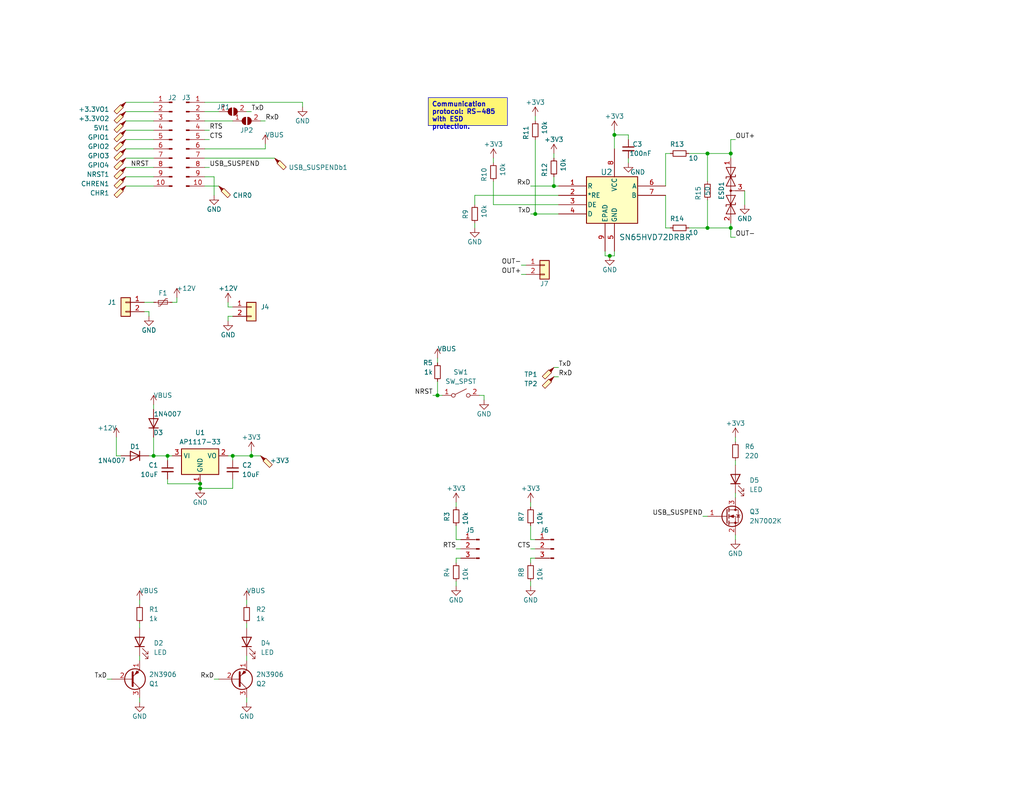
<source format=kicad_sch>
(kicad_sch (version 20230121) (generator eeschema)

  (uuid 94378909-68d7-4d93-afe3-b42f0d297cc4)

  (paper "USLetter")

  (lib_symbols
    (symbol "1.Texas_Instruments:SN65HVD72DRBR" (pin_names (offset 0.254)) (in_bom yes) (on_board yes)
      (property "Reference" "U" (at 1.27 1.27 0)
        (effects (font (size 1.524 1.524)))
      )
      (property "Value" "SN65HVD72DRBR" (at 18.415 -13.97 0)
        (effects (font (size 1.524 1.524)))
      )
      (property "Footprint" "DRB8_1P65X2P4_TEX" (at 52.07 -5.715 0)
        (effects (font (size 1.27 1.27) italic) hide)
      )
      (property "Datasheet" "SN65HVD72DRBR" (at 50.165 -3.81 0)
        (effects (font (size 1.27 1.27) italic) hide)
      )
      (property "ki_locked" "" (at 0 0 0)
        (effects (font (size 1.27 1.27)))
      )
      (property "ki_keywords" "SN65HVD72DRBR" (at 0 0 0)
        (effects (font (size 1.27 1.27)) hide)
      )
      (property "ki_fp_filters" "DRB8_1P65X2P4_TEX" (at 0 0 0)
        (effects (font (size 1.27 1.27)) hide)
      )
      (symbol "SN65HVD72DRBR_0_1"
        (pin output line (at -7.62 -2.54 0) (length 7.62)
          (name "R" (effects (font (size 1.27 1.27))))
          (number "1" (effects (font (size 1.27 1.27))))
        )
        (pin input line (at -7.62 -5.08 0) (length 7.62)
          (name "*RE" (effects (font (size 1.27 1.27))))
          (number "2" (effects (font (size 1.27 1.27))))
        )
        (pin input line (at -7.62 -7.62 0) (length 7.62)
          (name "DE" (effects (font (size 1.27 1.27))))
          (number "3" (effects (font (size 1.27 1.27))))
        )
        (pin input line (at -7.62 -10.16 0) (length 7.62)
          (name "D" (effects (font (size 1.27 1.27))))
          (number "4" (effects (font (size 1.27 1.27))))
        )
        (pin power_in line (at 7.62 -20.32 90) (length 7.62)
          (name "GND" (effects (font (size 1.27 1.27))))
          (number "5" (effects (font (size 1.27 1.27))))
        )
        (pin bidirectional line (at 21.59 -2.54 180) (length 7.62)
          (name "A" (effects (font (size 1.27 1.27))))
          (number "6" (effects (font (size 1.27 1.27))))
        )
        (pin bidirectional line (at 21.59 -5.08 180) (length 7.62)
          (name "B" (effects (font (size 1.27 1.27))))
          (number "7" (effects (font (size 1.27 1.27))))
        )
        (pin power_in line (at 7.62 7.62 270) (length 7.62)
          (name "VCC" (effects (font (size 1.27 1.27))))
          (number "8" (effects (font (size 1.27 1.27))))
        )
        (pin unspecified line (at 5.08 -20.32 90) (length 7.62)
          (name "EPAD" (effects (font (size 1.27 1.27))))
          (number "9" (effects (font (size 1.27 1.27))))
        )
      )
      (symbol "SN65HVD72DRBR_1_1"
        (rectangle (start 0 0) (end 13.97 -12.7)
          (stroke (width 0.254) (type solid))
          (fill (type background))
        )
      )
    )
    (symbol "Connector:Conn_01x03_Pin" (pin_names (offset 1.016) hide) (in_bom yes) (on_board yes)
      (property "Reference" "J" (at 0 5.08 0)
        (effects (font (size 1.27 1.27)))
      )
      (property "Value" "Conn_01x03_Pin" (at 0 -5.08 0)
        (effects (font (size 1.27 1.27)))
      )
      (property "Footprint" "" (at 0 0 0)
        (effects (font (size 1.27 1.27)) hide)
      )
      (property "Datasheet" "~" (at 0 0 0)
        (effects (font (size 1.27 1.27)) hide)
      )
      (property "ki_locked" "" (at 0 0 0)
        (effects (font (size 1.27 1.27)))
      )
      (property "ki_keywords" "connector" (at 0 0 0)
        (effects (font (size 1.27 1.27)) hide)
      )
      (property "ki_description" "Generic connector, single row, 01x03, script generated" (at 0 0 0)
        (effects (font (size 1.27 1.27)) hide)
      )
      (property "ki_fp_filters" "Connector*:*_1x??_*" (at 0 0 0)
        (effects (font (size 1.27 1.27)) hide)
      )
      (symbol "Conn_01x03_Pin_1_1"
        (polyline
          (pts
            (xy 1.27 -2.54)
            (xy 0.8636 -2.54)
          )
          (stroke (width 0.1524) (type default))
          (fill (type none))
        )
        (polyline
          (pts
            (xy 1.27 0)
            (xy 0.8636 0)
          )
          (stroke (width 0.1524) (type default))
          (fill (type none))
        )
        (polyline
          (pts
            (xy 1.27 2.54)
            (xy 0.8636 2.54)
          )
          (stroke (width 0.1524) (type default))
          (fill (type none))
        )
        (rectangle (start 0.8636 -2.413) (end 0 -2.667)
          (stroke (width 0.1524) (type default))
          (fill (type outline))
        )
        (rectangle (start 0.8636 0.127) (end 0 -0.127)
          (stroke (width 0.1524) (type default))
          (fill (type outline))
        )
        (rectangle (start 0.8636 2.667) (end 0 2.413)
          (stroke (width 0.1524) (type default))
          (fill (type outline))
        )
        (pin passive line (at 5.08 2.54 180) (length 3.81)
          (name "Pin_1" (effects (font (size 1.27 1.27))))
          (number "1" (effects (font (size 1.27 1.27))))
        )
        (pin passive line (at 5.08 0 180) (length 3.81)
          (name "Pin_2" (effects (font (size 1.27 1.27))))
          (number "2" (effects (font (size 1.27 1.27))))
        )
        (pin passive line (at 5.08 -2.54 180) (length 3.81)
          (name "Pin_3" (effects (font (size 1.27 1.27))))
          (number "3" (effects (font (size 1.27 1.27))))
        )
      )
    )
    (symbol "Connector:Conn_01x10_Pin" (pin_names (offset 1.016) hide) (in_bom yes) (on_board yes)
      (property "Reference" "J" (at 0 12.7 0)
        (effects (font (size 1.27 1.27)))
      )
      (property "Value" "Conn_01x10_Pin" (at 0 -15.24 0)
        (effects (font (size 1.27 1.27)))
      )
      (property "Footprint" "" (at 0 0 0)
        (effects (font (size 1.27 1.27)) hide)
      )
      (property "Datasheet" "~" (at 0 0 0)
        (effects (font (size 1.27 1.27)) hide)
      )
      (property "ki_locked" "" (at 0 0 0)
        (effects (font (size 1.27 1.27)))
      )
      (property "ki_keywords" "connector" (at 0 0 0)
        (effects (font (size 1.27 1.27)) hide)
      )
      (property "ki_description" "Generic connector, single row, 01x10, script generated" (at 0 0 0)
        (effects (font (size 1.27 1.27)) hide)
      )
      (property "ki_fp_filters" "Connector*:*_1x??_*" (at 0 0 0)
        (effects (font (size 1.27 1.27)) hide)
      )
      (symbol "Conn_01x10_Pin_1_1"
        (polyline
          (pts
            (xy 1.27 -12.7)
            (xy 0.8636 -12.7)
          )
          (stroke (width 0.1524) (type default))
          (fill (type none))
        )
        (polyline
          (pts
            (xy 1.27 -10.16)
            (xy 0.8636 -10.16)
          )
          (stroke (width 0.1524) (type default))
          (fill (type none))
        )
        (polyline
          (pts
            (xy 1.27 -7.62)
            (xy 0.8636 -7.62)
          )
          (stroke (width 0.1524) (type default))
          (fill (type none))
        )
        (polyline
          (pts
            (xy 1.27 -5.08)
            (xy 0.8636 -5.08)
          )
          (stroke (width 0.1524) (type default))
          (fill (type none))
        )
        (polyline
          (pts
            (xy 1.27 -2.54)
            (xy 0.8636 -2.54)
          )
          (stroke (width 0.1524) (type default))
          (fill (type none))
        )
        (polyline
          (pts
            (xy 1.27 0)
            (xy 0.8636 0)
          )
          (stroke (width 0.1524) (type default))
          (fill (type none))
        )
        (polyline
          (pts
            (xy 1.27 2.54)
            (xy 0.8636 2.54)
          )
          (stroke (width 0.1524) (type default))
          (fill (type none))
        )
        (polyline
          (pts
            (xy 1.27 5.08)
            (xy 0.8636 5.08)
          )
          (stroke (width 0.1524) (type default))
          (fill (type none))
        )
        (polyline
          (pts
            (xy 1.27 7.62)
            (xy 0.8636 7.62)
          )
          (stroke (width 0.1524) (type default))
          (fill (type none))
        )
        (polyline
          (pts
            (xy 1.27 10.16)
            (xy 0.8636 10.16)
          )
          (stroke (width 0.1524) (type default))
          (fill (type none))
        )
        (rectangle (start 0.8636 -12.573) (end 0 -12.827)
          (stroke (width 0.1524) (type default))
          (fill (type outline))
        )
        (rectangle (start 0.8636 -10.033) (end 0 -10.287)
          (stroke (width 0.1524) (type default))
          (fill (type outline))
        )
        (rectangle (start 0.8636 -7.493) (end 0 -7.747)
          (stroke (width 0.1524) (type default))
          (fill (type outline))
        )
        (rectangle (start 0.8636 -4.953) (end 0 -5.207)
          (stroke (width 0.1524) (type default))
          (fill (type outline))
        )
        (rectangle (start 0.8636 -2.413) (end 0 -2.667)
          (stroke (width 0.1524) (type default))
          (fill (type outline))
        )
        (rectangle (start 0.8636 0.127) (end 0 -0.127)
          (stroke (width 0.1524) (type default))
          (fill (type outline))
        )
        (rectangle (start 0.8636 2.667) (end 0 2.413)
          (stroke (width 0.1524) (type default))
          (fill (type outline))
        )
        (rectangle (start 0.8636 5.207) (end 0 4.953)
          (stroke (width 0.1524) (type default))
          (fill (type outline))
        )
        (rectangle (start 0.8636 7.747) (end 0 7.493)
          (stroke (width 0.1524) (type default))
          (fill (type outline))
        )
        (rectangle (start 0.8636 10.287) (end 0 10.033)
          (stroke (width 0.1524) (type default))
          (fill (type outline))
        )
        (pin passive line (at 5.08 10.16 180) (length 3.81)
          (name "Pin_1" (effects (font (size 1.27 1.27))))
          (number "1" (effects (font (size 1.27 1.27))))
        )
        (pin passive line (at 5.08 -12.7 180) (length 3.81)
          (name "Pin_10" (effects (font (size 1.27 1.27))))
          (number "10" (effects (font (size 1.27 1.27))))
        )
        (pin passive line (at 5.08 7.62 180) (length 3.81)
          (name "Pin_2" (effects (font (size 1.27 1.27))))
          (number "2" (effects (font (size 1.27 1.27))))
        )
        (pin passive line (at 5.08 5.08 180) (length 3.81)
          (name "Pin_3" (effects (font (size 1.27 1.27))))
          (number "3" (effects (font (size 1.27 1.27))))
        )
        (pin passive line (at 5.08 2.54 180) (length 3.81)
          (name "Pin_4" (effects (font (size 1.27 1.27))))
          (number "4" (effects (font (size 1.27 1.27))))
        )
        (pin passive line (at 5.08 0 180) (length 3.81)
          (name "Pin_5" (effects (font (size 1.27 1.27))))
          (number "5" (effects (font (size 1.27 1.27))))
        )
        (pin passive line (at 5.08 -2.54 180) (length 3.81)
          (name "Pin_6" (effects (font (size 1.27 1.27))))
          (number "6" (effects (font (size 1.27 1.27))))
        )
        (pin passive line (at 5.08 -5.08 180) (length 3.81)
          (name "Pin_7" (effects (font (size 1.27 1.27))))
          (number "7" (effects (font (size 1.27 1.27))))
        )
        (pin passive line (at 5.08 -7.62 180) (length 3.81)
          (name "Pin_8" (effects (font (size 1.27 1.27))))
          (number "8" (effects (font (size 1.27 1.27))))
        )
        (pin passive line (at 5.08 -10.16 180) (length 3.81)
          (name "Pin_9" (effects (font (size 1.27 1.27))))
          (number "9" (effects (font (size 1.27 1.27))))
        )
      )
    )
    (symbol "Connector:TestPoint_Probe" (pin_numbers hide) (pin_names (offset 0.762) hide) (in_bom yes) (on_board yes)
      (property "Reference" "TP" (at 1.651 5.842 0)
        (effects (font (size 1.27 1.27)))
      )
      (property "Value" "TestPoint_Probe" (at 1.651 4.064 0)
        (effects (font (size 1.27 1.27)))
      )
      (property "Footprint" "" (at 5.08 0 0)
        (effects (font (size 1.27 1.27)) hide)
      )
      (property "Datasheet" "~" (at 5.08 0 0)
        (effects (font (size 1.27 1.27)) hide)
      )
      (property "ki_keywords" "test point tp" (at 0 0 0)
        (effects (font (size 1.27 1.27)) hide)
      )
      (property "ki_description" "test point (alternative probe-style design)" (at 0 0 0)
        (effects (font (size 1.27 1.27)) hide)
      )
      (property "ki_fp_filters" "Pin* Test*" (at 0 0 0)
        (effects (font (size 1.27 1.27)) hide)
      )
      (symbol "TestPoint_Probe_0_1"
        (polyline
          (pts
            (xy 1.27 0.762)
            (xy 0 0)
            (xy 0.762 1.27)
            (xy 1.27 0.762)
          )
          (stroke (width 0) (type default))
          (fill (type outline))
        )
        (polyline
          (pts
            (xy 1.397 0.635)
            (xy 0.635 1.397)
            (xy 2.413 3.175)
            (xy 3.175 2.413)
            (xy 1.397 0.635)
          )
          (stroke (width 0) (type default))
          (fill (type background))
        )
      )
      (symbol "TestPoint_Probe_1_1"
        (pin passive line (at 0 0 90) (length 0)
          (name "1" (effects (font (size 1.27 1.27))))
          (number "1" (effects (font (size 1.27 1.27))))
        )
      )
    )
    (symbol "Connector_Generic:Conn_01x02" (pin_names (offset 1.016) hide) (in_bom yes) (on_board yes)
      (property "Reference" "J" (at 0 2.54 0)
        (effects (font (size 1.27 1.27)))
      )
      (property "Value" "Conn_01x02" (at 0 -5.08 0)
        (effects (font (size 1.27 1.27)))
      )
      (property "Footprint" "" (at 0 0 0)
        (effects (font (size 1.27 1.27)) hide)
      )
      (property "Datasheet" "~" (at 0 0 0)
        (effects (font (size 1.27 1.27)) hide)
      )
      (property "ki_keywords" "connector" (at 0 0 0)
        (effects (font (size 1.27 1.27)) hide)
      )
      (property "ki_description" "Generic connector, single row, 01x02, script generated (kicad-library-utils/schlib/autogen/connector/)" (at 0 0 0)
        (effects (font (size 1.27 1.27)) hide)
      )
      (property "ki_fp_filters" "Connector*:*_1x??_*" (at 0 0 0)
        (effects (font (size 1.27 1.27)) hide)
      )
      (symbol "Conn_01x02_1_1"
        (rectangle (start -1.27 -2.413) (end 0 -2.667)
          (stroke (width 0.1524) (type default))
          (fill (type none))
        )
        (rectangle (start -1.27 0.127) (end 0 -0.127)
          (stroke (width 0.1524) (type default))
          (fill (type none))
        )
        (rectangle (start -1.27 1.27) (end 1.27 -3.81)
          (stroke (width 0.254) (type default))
          (fill (type background))
        )
        (pin passive line (at -5.08 0 0) (length 3.81)
          (name "Pin_1" (effects (font (size 1.27 1.27))))
          (number "1" (effects (font (size 1.27 1.27))))
        )
        (pin passive line (at -5.08 -2.54 0) (length 3.81)
          (name "Pin_2" (effects (font (size 1.27 1.27))))
          (number "2" (effects (font (size 1.27 1.27))))
        )
      )
    )
    (symbol "Device:C_Small" (pin_numbers hide) (pin_names (offset 0.254) hide) (in_bom yes) (on_board yes)
      (property "Reference" "C" (at 0.254 1.778 0)
        (effects (font (size 1.27 1.27)) (justify left))
      )
      (property "Value" "C_Small" (at 0.254 -2.032 0)
        (effects (font (size 1.27 1.27)) (justify left))
      )
      (property "Footprint" "" (at 0 0 0)
        (effects (font (size 1.27 1.27)) hide)
      )
      (property "Datasheet" "~" (at 0 0 0)
        (effects (font (size 1.27 1.27)) hide)
      )
      (property "ki_keywords" "capacitor cap" (at 0 0 0)
        (effects (font (size 1.27 1.27)) hide)
      )
      (property "ki_description" "Unpolarized capacitor, small symbol" (at 0 0 0)
        (effects (font (size 1.27 1.27)) hide)
      )
      (property "ki_fp_filters" "C_*" (at 0 0 0)
        (effects (font (size 1.27 1.27)) hide)
      )
      (symbol "C_Small_0_1"
        (polyline
          (pts
            (xy -1.524 -0.508)
            (xy 1.524 -0.508)
          )
          (stroke (width 0.3302) (type default))
          (fill (type none))
        )
        (polyline
          (pts
            (xy -1.524 0.508)
            (xy 1.524 0.508)
          )
          (stroke (width 0.3048) (type default))
          (fill (type none))
        )
      )
      (symbol "C_Small_1_1"
        (pin passive line (at 0 2.54 270) (length 2.032)
          (name "~" (effects (font (size 1.27 1.27))))
          (number "1" (effects (font (size 1.27 1.27))))
        )
        (pin passive line (at 0 -2.54 90) (length 2.032)
          (name "~" (effects (font (size 1.27 1.27))))
          (number "2" (effects (font (size 1.27 1.27))))
        )
      )
    )
    (symbol "Device:LED" (pin_numbers hide) (pin_names (offset 1.016) hide) (in_bom yes) (on_board yes)
      (property "Reference" "D" (at 0 2.54 0)
        (effects (font (size 1.27 1.27)))
      )
      (property "Value" "LED" (at 0 -2.54 0)
        (effects (font (size 1.27 1.27)))
      )
      (property "Footprint" "" (at 0 0 0)
        (effects (font (size 1.27 1.27)) hide)
      )
      (property "Datasheet" "~" (at 0 0 0)
        (effects (font (size 1.27 1.27)) hide)
      )
      (property "ki_keywords" "LED diode" (at 0 0 0)
        (effects (font (size 1.27 1.27)) hide)
      )
      (property "ki_description" "Light emitting diode" (at 0 0 0)
        (effects (font (size 1.27 1.27)) hide)
      )
      (property "ki_fp_filters" "LED* LED_SMD:* LED_THT:*" (at 0 0 0)
        (effects (font (size 1.27 1.27)) hide)
      )
      (symbol "LED_0_1"
        (polyline
          (pts
            (xy -1.27 -1.27)
            (xy -1.27 1.27)
          )
          (stroke (width 0.254) (type default))
          (fill (type none))
        )
        (polyline
          (pts
            (xy -1.27 0)
            (xy 1.27 0)
          )
          (stroke (width 0) (type default))
          (fill (type none))
        )
        (polyline
          (pts
            (xy 1.27 -1.27)
            (xy 1.27 1.27)
            (xy -1.27 0)
            (xy 1.27 -1.27)
          )
          (stroke (width 0.254) (type default))
          (fill (type none))
        )
        (polyline
          (pts
            (xy -3.048 -0.762)
            (xy -4.572 -2.286)
            (xy -3.81 -2.286)
            (xy -4.572 -2.286)
            (xy -4.572 -1.524)
          )
          (stroke (width 0) (type default))
          (fill (type none))
        )
        (polyline
          (pts
            (xy -1.778 -0.762)
            (xy -3.302 -2.286)
            (xy -2.54 -2.286)
            (xy -3.302 -2.286)
            (xy -3.302 -1.524)
          )
          (stroke (width 0) (type default))
          (fill (type none))
        )
      )
      (symbol "LED_1_1"
        (pin passive line (at -3.81 0 0) (length 2.54)
          (name "K" (effects (font (size 1.27 1.27))))
          (number "1" (effects (font (size 1.27 1.27))))
        )
        (pin passive line (at 3.81 0 180) (length 2.54)
          (name "A" (effects (font (size 1.27 1.27))))
          (number "2" (effects (font (size 1.27 1.27))))
        )
      )
    )
    (symbol "Device:Polyfuse_Small" (pin_numbers hide) (pin_names (offset 0)) (in_bom yes) (on_board yes)
      (property "Reference" "F" (at -1.905 0 90)
        (effects (font (size 1.27 1.27)))
      )
      (property "Value" "Polyfuse_Small" (at 1.905 0 90)
        (effects (font (size 1.27 1.27)))
      )
      (property "Footprint" "" (at 1.27 -5.08 0)
        (effects (font (size 1.27 1.27)) (justify left) hide)
      )
      (property "Datasheet" "~" (at 0 0 0)
        (effects (font (size 1.27 1.27)) hide)
      )
      (property "ki_keywords" "resettable fuse PTC PPTC polyfuse polyswitch" (at 0 0 0)
        (effects (font (size 1.27 1.27)) hide)
      )
      (property "ki_description" "Resettable fuse, polymeric positive temperature coefficient, small symbol" (at 0 0 0)
        (effects (font (size 1.27 1.27)) hide)
      )
      (property "ki_fp_filters" "*polyfuse* *PTC*" (at 0 0 0)
        (effects (font (size 1.27 1.27)) hide)
      )
      (symbol "Polyfuse_Small_0_1"
        (rectangle (start -0.508 1.27) (end 0.508 -1.27)
          (stroke (width 0) (type default))
          (fill (type none))
        )
        (polyline
          (pts
            (xy 0 2.54)
            (xy 0 -2.54)
          )
          (stroke (width 0) (type default))
          (fill (type none))
        )
        (polyline
          (pts
            (xy -1.016 1.27)
            (xy -1.016 0.762)
            (xy 1.016 -0.762)
            (xy 1.016 -1.27)
          )
          (stroke (width 0) (type default))
          (fill (type none))
        )
      )
      (symbol "Polyfuse_Small_1_1"
        (pin passive line (at 0 2.54 270) (length 0.635)
          (name "~" (effects (font (size 1.27 1.27))))
          (number "1" (effects (font (size 1.27 1.27))))
        )
        (pin passive line (at 0 -2.54 90) (length 0.635)
          (name "~" (effects (font (size 1.27 1.27))))
          (number "2" (effects (font (size 1.27 1.27))))
        )
      )
    )
    (symbol "Device:R_Small" (pin_numbers hide) (pin_names (offset 0.254) hide) (in_bom yes) (on_board yes)
      (property "Reference" "R" (at 0.762 0.508 0)
        (effects (font (size 1.27 1.27)) (justify left))
      )
      (property "Value" "R_Small" (at 0.762 -1.016 0)
        (effects (font (size 1.27 1.27)) (justify left))
      )
      (property "Footprint" "" (at 0 0 0)
        (effects (font (size 1.27 1.27)) hide)
      )
      (property "Datasheet" "~" (at 0 0 0)
        (effects (font (size 1.27 1.27)) hide)
      )
      (property "ki_keywords" "R resistor" (at 0 0 0)
        (effects (font (size 1.27 1.27)) hide)
      )
      (property "ki_description" "Resistor, small symbol" (at 0 0 0)
        (effects (font (size 1.27 1.27)) hide)
      )
      (property "ki_fp_filters" "R_*" (at 0 0 0)
        (effects (font (size 1.27 1.27)) hide)
      )
      (symbol "R_Small_0_1"
        (rectangle (start -0.762 1.778) (end 0.762 -1.778)
          (stroke (width 0.2032) (type default))
          (fill (type none))
        )
      )
      (symbol "R_Small_1_1"
        (pin passive line (at 0 2.54 270) (length 0.762)
          (name "~" (effects (font (size 1.27 1.27))))
          (number "1" (effects (font (size 1.27 1.27))))
        )
        (pin passive line (at 0 -2.54 90) (length 0.762)
          (name "~" (effects (font (size 1.27 1.27))))
          (number "2" (effects (font (size 1.27 1.27))))
        )
      )
    )
    (symbol "Diode:1N4007" (pin_numbers hide) (pin_names hide) (in_bom yes) (on_board yes)
      (property "Reference" "D" (at 0 2.54 0)
        (effects (font (size 1.27 1.27)))
      )
      (property "Value" "1N4007" (at 0 -2.54 0)
        (effects (font (size 1.27 1.27)))
      )
      (property "Footprint" "Diode_THT:D_DO-41_SOD81_P10.16mm_Horizontal" (at 0 -4.445 0)
        (effects (font (size 1.27 1.27)) hide)
      )
      (property "Datasheet" "http://www.vishay.com/docs/88503/1n4001.pdf" (at 0 0 0)
        (effects (font (size 1.27 1.27)) hide)
      )
      (property "Sim.Device" "D" (at 0 0 0)
        (effects (font (size 1.27 1.27)) hide)
      )
      (property "Sim.Pins" "1=K 2=A" (at 0 0 0)
        (effects (font (size 1.27 1.27)) hide)
      )
      (property "ki_keywords" "diode" (at 0 0 0)
        (effects (font (size 1.27 1.27)) hide)
      )
      (property "ki_description" "1000V 1A General Purpose Rectifier Diode, DO-41" (at 0 0 0)
        (effects (font (size 1.27 1.27)) hide)
      )
      (property "ki_fp_filters" "D*DO?41*" (at 0 0 0)
        (effects (font (size 1.27 1.27)) hide)
      )
      (symbol "1N4007_0_1"
        (polyline
          (pts
            (xy -1.27 1.27)
            (xy -1.27 -1.27)
          )
          (stroke (width 0.254) (type default))
          (fill (type none))
        )
        (polyline
          (pts
            (xy 1.27 0)
            (xy -1.27 0)
          )
          (stroke (width 0) (type default))
          (fill (type none))
        )
        (polyline
          (pts
            (xy 1.27 1.27)
            (xy 1.27 -1.27)
            (xy -1.27 0)
            (xy 1.27 1.27)
          )
          (stroke (width 0.254) (type default))
          (fill (type none))
        )
      )
      (symbol "1N4007_1_1"
        (pin passive line (at -3.81 0 0) (length 2.54)
          (name "K" (effects (font (size 1.27 1.27))))
          (number "1" (effects (font (size 1.27 1.27))))
        )
        (pin passive line (at 3.81 0 180) (length 2.54)
          (name "A" (effects (font (size 1.27 1.27))))
          (number "2" (effects (font (size 1.27 1.27))))
        )
      )
    )
    (symbol "Diode:SM712_SOT23" (pin_names (offset 1.016) hide) (in_bom yes) (on_board yes)
      (property "Reference" "D" (at 0 4.445 0)
        (effects (font (size 1.27 1.27)))
      )
      (property "Value" "SM712_SOT23" (at 0 2.54 0)
        (effects (font (size 1.27 1.27)))
      )
      (property "Footprint" "Package_TO_SOT_SMD:SOT-23" (at 0 -8.89 0)
        (effects (font (size 1.27 1.27)) hide)
      )
      (property "Datasheet" "https://www.littelfuse.com/~/media/electronics/datasheets/tvs_diode_arrays/littelfuse_tvs_diode_array_sm712_datasheet.pdf.pdf" (at -3.81 0 0)
        (effects (font (size 1.27 1.27)) hide)
      )
      (property "ki_keywords" "transient voltage suppressor thyrector transil" (at 0 0 0)
        (effects (font (size 1.27 1.27)) hide)
      )
      (property "ki_description" "7V/12V, 600W Asymmetrical TVS Diode Array, SOT-23" (at 0 0 0)
        (effects (font (size 1.27 1.27)) hide)
      )
      (property "ki_fp_filters" "SOT?23*" (at 0 0 0)
        (effects (font (size 1.27 1.27)) hide)
      )
      (symbol "SM712_SOT23_0_0"
        (polyline
          (pts
            (xy 0 -1.27)
            (xy 0 0)
          )
          (stroke (width 0) (type default))
          (fill (type none))
        )
      )
      (symbol "SM712_SOT23_0_1"
        (polyline
          (pts
            (xy -6.35 0)
            (xy 6.35 0)
          )
          (stroke (width 0) (type default))
          (fill (type none))
        )
        (polyline
          (pts
            (xy -3.302 1.27)
            (xy -3.81 1.27)
            (xy -3.81 -1.27)
            (xy -4.318 -1.27)
          )
          (stroke (width 0.2032) (type default))
          (fill (type none))
        )
        (polyline
          (pts
            (xy 4.318 1.27)
            (xy 3.81 1.27)
            (xy 3.81 -1.27)
            (xy 3.302 -1.27)
          )
          (stroke (width 0.2032) (type default))
          (fill (type none))
        )
        (polyline
          (pts
            (xy -6.35 -1.27)
            (xy -1.27 1.27)
            (xy -1.27 -1.27)
            (xy -6.35 1.27)
            (xy -6.35 -1.27)
          )
          (stroke (width 0.2032) (type default))
          (fill (type none))
        )
        (polyline
          (pts
            (xy 1.27 -1.27)
            (xy 1.27 1.27)
            (xy 6.35 -1.27)
            (xy 6.35 1.27)
            (xy 1.27 -1.27)
          )
          (stroke (width 0.2032) (type default))
          (fill (type none))
        )
        (circle (center 0 0) (radius 0.254)
          (stroke (width 0) (type default))
          (fill (type outline))
        )
      )
      (symbol "SM712_SOT23_1_1"
        (pin passive line (at -8.89 0 0) (length 2.54)
          (name "A1" (effects (font (size 1.27 1.27))))
          (number "1" (effects (font (size 1.27 1.27))))
        )
        (pin passive line (at 8.89 0 180) (length 2.54)
          (name "A2" (effects (font (size 1.27 1.27))))
          (number "2" (effects (font (size 1.27 1.27))))
        )
        (pin input line (at 0 -3.81 90) (length 2.54)
          (name "common" (effects (font (size 1.27 1.27))))
          (number "3" (effects (font (size 1.27 1.27))))
        )
      )
    )
    (symbol "Jumper:SolderJumper_2_Open" (pin_names (offset 0) hide) (in_bom yes) (on_board yes)
      (property "Reference" "JP" (at 0 2.032 0)
        (effects (font (size 1.27 1.27)))
      )
      (property "Value" "SolderJumper_2_Open" (at 0 -2.54 0)
        (effects (font (size 1.27 1.27)))
      )
      (property "Footprint" "" (at 0 0 0)
        (effects (font (size 1.27 1.27)) hide)
      )
      (property "Datasheet" "~" (at 0 0 0)
        (effects (font (size 1.27 1.27)) hide)
      )
      (property "ki_keywords" "solder jumper SPST" (at 0 0 0)
        (effects (font (size 1.27 1.27)) hide)
      )
      (property "ki_description" "Solder Jumper, 2-pole, open" (at 0 0 0)
        (effects (font (size 1.27 1.27)) hide)
      )
      (property "ki_fp_filters" "SolderJumper*Open*" (at 0 0 0)
        (effects (font (size 1.27 1.27)) hide)
      )
      (symbol "SolderJumper_2_Open_0_1"
        (arc (start -0.254 1.016) (mid -1.2656 0) (end -0.254 -1.016)
          (stroke (width 0) (type default))
          (fill (type none))
        )
        (arc (start -0.254 1.016) (mid -1.2656 0) (end -0.254 -1.016)
          (stroke (width 0) (type default))
          (fill (type outline))
        )
        (polyline
          (pts
            (xy -0.254 1.016)
            (xy -0.254 -1.016)
          )
          (stroke (width 0) (type default))
          (fill (type none))
        )
        (polyline
          (pts
            (xy 0.254 1.016)
            (xy 0.254 -1.016)
          )
          (stroke (width 0) (type default))
          (fill (type none))
        )
        (arc (start 0.254 -1.016) (mid 1.2656 0) (end 0.254 1.016)
          (stroke (width 0) (type default))
          (fill (type none))
        )
        (arc (start 0.254 -1.016) (mid 1.2656 0) (end 0.254 1.016)
          (stroke (width 0) (type default))
          (fill (type outline))
        )
      )
      (symbol "SolderJumper_2_Open_1_1"
        (pin passive line (at -3.81 0 0) (length 2.54)
          (name "A" (effects (font (size 1.27 1.27))))
          (number "1" (effects (font (size 1.27 1.27))))
        )
        (pin passive line (at 3.81 0 180) (length 2.54)
          (name "B" (effects (font (size 1.27 1.27))))
          (number "2" (effects (font (size 1.27 1.27))))
        )
      )
    )
    (symbol "Regulator_Linear:AP1117-33" (in_bom yes) (on_board yes)
      (property "Reference" "U" (at -3.81 3.175 0)
        (effects (font (size 1.27 1.27)))
      )
      (property "Value" "AP1117-33" (at 0 3.175 0)
        (effects (font (size 1.27 1.27)) (justify left))
      )
      (property "Footprint" "Package_TO_SOT_SMD:SOT-223-3_TabPin2" (at 0 5.08 0)
        (effects (font (size 1.27 1.27)) hide)
      )
      (property "Datasheet" "http://www.diodes.com/datasheets/AP1117.pdf" (at 2.54 -6.35 0)
        (effects (font (size 1.27 1.27)) hide)
      )
      (property "ki_keywords" "linear regulator ldo fixed positive obsolete" (at 0 0 0)
        (effects (font (size 1.27 1.27)) hide)
      )
      (property "ki_description" "1A Low Dropout regulator, positive, 3.3V fixed output, SOT-223" (at 0 0 0)
        (effects (font (size 1.27 1.27)) hide)
      )
      (property "ki_fp_filters" "SOT?223*TabPin2*" (at 0 0 0)
        (effects (font (size 1.27 1.27)) hide)
      )
      (symbol "AP1117-33_0_1"
        (rectangle (start -5.08 -5.08) (end 5.08 1.905)
          (stroke (width 0.254) (type default))
          (fill (type background))
        )
      )
      (symbol "AP1117-33_1_1"
        (pin power_in line (at 0 -7.62 90) (length 2.54)
          (name "GND" (effects (font (size 1.27 1.27))))
          (number "1" (effects (font (size 1.27 1.27))))
        )
        (pin power_out line (at 7.62 0 180) (length 2.54)
          (name "VO" (effects (font (size 1.27 1.27))))
          (number "2" (effects (font (size 1.27 1.27))))
        )
        (pin power_in line (at -7.62 0 0) (length 2.54)
          (name "VI" (effects (font (size 1.27 1.27))))
          (number "3" (effects (font (size 1.27 1.27))))
        )
      )
    )
    (symbol "Switch:SW_SPST" (pin_names (offset 0) hide) (in_bom yes) (on_board yes)
      (property "Reference" "SW" (at 0 3.175 0)
        (effects (font (size 1.27 1.27)))
      )
      (property "Value" "SW_SPST" (at 0 -2.54 0)
        (effects (font (size 1.27 1.27)))
      )
      (property "Footprint" "" (at 0 0 0)
        (effects (font (size 1.27 1.27)) hide)
      )
      (property "Datasheet" "~" (at 0 0 0)
        (effects (font (size 1.27 1.27)) hide)
      )
      (property "ki_keywords" "switch lever" (at 0 0 0)
        (effects (font (size 1.27 1.27)) hide)
      )
      (property "ki_description" "Single Pole Single Throw (SPST) switch" (at 0 0 0)
        (effects (font (size 1.27 1.27)) hide)
      )
      (symbol "SW_SPST_0_0"
        (circle (center -2.032 0) (radius 0.508)
          (stroke (width 0) (type default))
          (fill (type none))
        )
        (polyline
          (pts
            (xy -1.524 0.254)
            (xy 1.524 1.778)
          )
          (stroke (width 0) (type default))
          (fill (type none))
        )
        (circle (center 2.032 0) (radius 0.508)
          (stroke (width 0) (type default))
          (fill (type none))
        )
      )
      (symbol "SW_SPST_1_1"
        (pin passive line (at -5.08 0 0) (length 2.54)
          (name "A" (effects (font (size 1.27 1.27))))
          (number "1" (effects (font (size 1.27 1.27))))
        )
        (pin passive line (at 5.08 0 180) (length 2.54)
          (name "B" (effects (font (size 1.27 1.27))))
          (number "2" (effects (font (size 1.27 1.27))))
        )
      )
    )
    (symbol "Transistor_BJT:2N3906" (pin_names (offset 0) hide) (in_bom yes) (on_board yes)
      (property "Reference" "Q" (at 5.08 1.905 0)
        (effects (font (size 1.27 1.27)) (justify left))
      )
      (property "Value" "2N3906" (at 5.08 0 0)
        (effects (font (size 1.27 1.27)) (justify left))
      )
      (property "Footprint" "Package_TO_SOT_THT:TO-92_Inline" (at 5.08 -1.905 0)
        (effects (font (size 1.27 1.27) italic) (justify left) hide)
      )
      (property "Datasheet" "https://www.onsemi.com/pub/Collateral/2N3906-D.PDF" (at 0 0 0)
        (effects (font (size 1.27 1.27)) (justify left) hide)
      )
      (property "ki_keywords" "PNP Transistor" (at 0 0 0)
        (effects (font (size 1.27 1.27)) hide)
      )
      (property "ki_description" "-0.2A Ic, -40V Vce, Small Signal PNP Transistor, TO-92" (at 0 0 0)
        (effects (font (size 1.27 1.27)) hide)
      )
      (property "ki_fp_filters" "TO?92*" (at 0 0 0)
        (effects (font (size 1.27 1.27)) hide)
      )
      (symbol "2N3906_0_1"
        (polyline
          (pts
            (xy 0.635 0.635)
            (xy 2.54 2.54)
          )
          (stroke (width 0) (type default))
          (fill (type none))
        )
        (polyline
          (pts
            (xy 0.635 -0.635)
            (xy 2.54 -2.54)
            (xy 2.54 -2.54)
          )
          (stroke (width 0) (type default))
          (fill (type none))
        )
        (polyline
          (pts
            (xy 0.635 1.905)
            (xy 0.635 -1.905)
            (xy 0.635 -1.905)
          )
          (stroke (width 0.508) (type default))
          (fill (type none))
        )
        (polyline
          (pts
            (xy 2.286 -1.778)
            (xy 1.778 -2.286)
            (xy 1.27 -1.27)
            (xy 2.286 -1.778)
            (xy 2.286 -1.778)
          )
          (stroke (width 0) (type default))
          (fill (type outline))
        )
        (circle (center 1.27 0) (radius 2.8194)
          (stroke (width 0.254) (type default))
          (fill (type none))
        )
      )
      (symbol "2N3906_1_1"
        (pin passive line (at 2.54 -5.08 90) (length 2.54)
          (name "E" (effects (font (size 1.27 1.27))))
          (number "1" (effects (font (size 1.27 1.27))))
        )
        (pin input line (at -5.08 0 0) (length 5.715)
          (name "B" (effects (font (size 1.27 1.27))))
          (number "2" (effects (font (size 1.27 1.27))))
        )
        (pin passive line (at 2.54 5.08 270) (length 2.54)
          (name "C" (effects (font (size 1.27 1.27))))
          (number "3" (effects (font (size 1.27 1.27))))
        )
      )
    )
    (symbol "Transistor_FET:2N7002K" (pin_names hide) (in_bom yes) (on_board yes)
      (property "Reference" "Q" (at 5.08 1.905 0)
        (effects (font (size 1.27 1.27)) (justify left))
      )
      (property "Value" "2N7002K" (at 5.08 0 0)
        (effects (font (size 1.27 1.27)) (justify left))
      )
      (property "Footprint" "Package_TO_SOT_SMD:SOT-23" (at 5.08 -1.905 0)
        (effects (font (size 1.27 1.27) italic) (justify left) hide)
      )
      (property "Datasheet" "https://www.diodes.com/assets/Datasheets/ds30896.pdf" (at 0 0 0)
        (effects (font (size 1.27 1.27)) (justify left) hide)
      )
      (property "ki_keywords" "N-Channel MOSFET" (at 0 0 0)
        (effects (font (size 1.27 1.27)) hide)
      )
      (property "ki_description" "0.38A Id, 60V Vds, N-Channel MOSFET, SOT-23" (at 0 0 0)
        (effects (font (size 1.27 1.27)) hide)
      )
      (property "ki_fp_filters" "SOT?23*" (at 0 0 0)
        (effects (font (size 1.27 1.27)) hide)
      )
      (symbol "2N7002K_0_1"
        (polyline
          (pts
            (xy 0.254 0)
            (xy -2.54 0)
          )
          (stroke (width 0) (type default))
          (fill (type none))
        )
        (polyline
          (pts
            (xy 0.254 1.905)
            (xy 0.254 -1.905)
          )
          (stroke (width 0.254) (type default))
          (fill (type none))
        )
        (polyline
          (pts
            (xy 0.762 -1.27)
            (xy 0.762 -2.286)
          )
          (stroke (width 0.254) (type default))
          (fill (type none))
        )
        (polyline
          (pts
            (xy 0.762 0.508)
            (xy 0.762 -0.508)
          )
          (stroke (width 0.254) (type default))
          (fill (type none))
        )
        (polyline
          (pts
            (xy 0.762 2.286)
            (xy 0.762 1.27)
          )
          (stroke (width 0.254) (type default))
          (fill (type none))
        )
        (polyline
          (pts
            (xy 2.54 2.54)
            (xy 2.54 1.778)
          )
          (stroke (width 0) (type default))
          (fill (type none))
        )
        (polyline
          (pts
            (xy 2.54 -2.54)
            (xy 2.54 0)
            (xy 0.762 0)
          )
          (stroke (width 0) (type default))
          (fill (type none))
        )
        (polyline
          (pts
            (xy 0.762 -1.778)
            (xy 3.302 -1.778)
            (xy 3.302 1.778)
            (xy 0.762 1.778)
          )
          (stroke (width 0) (type default))
          (fill (type none))
        )
        (polyline
          (pts
            (xy 1.016 0)
            (xy 2.032 0.381)
            (xy 2.032 -0.381)
            (xy 1.016 0)
          )
          (stroke (width 0) (type default))
          (fill (type outline))
        )
        (polyline
          (pts
            (xy 2.794 0.508)
            (xy 2.921 0.381)
            (xy 3.683 0.381)
            (xy 3.81 0.254)
          )
          (stroke (width 0) (type default))
          (fill (type none))
        )
        (polyline
          (pts
            (xy 3.302 0.381)
            (xy 2.921 -0.254)
            (xy 3.683 -0.254)
            (xy 3.302 0.381)
          )
          (stroke (width 0) (type default))
          (fill (type none))
        )
        (circle (center 1.651 0) (radius 2.794)
          (stroke (width 0.254) (type default))
          (fill (type none))
        )
        (circle (center 2.54 -1.778) (radius 0.254)
          (stroke (width 0) (type default))
          (fill (type outline))
        )
        (circle (center 2.54 1.778) (radius 0.254)
          (stroke (width 0) (type default))
          (fill (type outline))
        )
      )
      (symbol "2N7002K_1_1"
        (pin input line (at -5.08 0 0) (length 2.54)
          (name "G" (effects (font (size 1.27 1.27))))
          (number "1" (effects (font (size 1.27 1.27))))
        )
        (pin passive line (at 2.54 -5.08 90) (length 2.54)
          (name "S" (effects (font (size 1.27 1.27))))
          (number "2" (effects (font (size 1.27 1.27))))
        )
        (pin passive line (at 2.54 5.08 270) (length 2.54)
          (name "D" (effects (font (size 1.27 1.27))))
          (number "3" (effects (font (size 1.27 1.27))))
        )
      )
    )
    (symbol "power:+12V" (power) (pin_names (offset 0)) (in_bom yes) (on_board yes)
      (property "Reference" "#PWR" (at 0 -3.81 0)
        (effects (font (size 1.27 1.27)) hide)
      )
      (property "Value" "+12V" (at 0 3.556 0)
        (effects (font (size 1.27 1.27)))
      )
      (property "Footprint" "" (at 0 0 0)
        (effects (font (size 1.27 1.27)) hide)
      )
      (property "Datasheet" "" (at 0 0 0)
        (effects (font (size 1.27 1.27)) hide)
      )
      (property "ki_keywords" "global power" (at 0 0 0)
        (effects (font (size 1.27 1.27)) hide)
      )
      (property "ki_description" "Power symbol creates a global label with name \"+12V\"" (at 0 0 0)
        (effects (font (size 1.27 1.27)) hide)
      )
      (symbol "+12V_0_1"
        (polyline
          (pts
            (xy -0.762 1.27)
            (xy 0 2.54)
          )
          (stroke (width 0) (type default))
          (fill (type none))
        )
        (polyline
          (pts
            (xy 0 0)
            (xy 0 2.54)
          )
          (stroke (width 0) (type default))
          (fill (type none))
        )
        (polyline
          (pts
            (xy 0 2.54)
            (xy 0.762 1.27)
          )
          (stroke (width 0) (type default))
          (fill (type none))
        )
      )
      (symbol "+12V_1_1"
        (pin power_in line (at 0 0 90) (length 0) hide
          (name "+12V" (effects (font (size 1.27 1.27))))
          (number "1" (effects (font (size 1.27 1.27))))
        )
      )
    )
    (symbol "power:+3V3" (power) (pin_names (offset 0)) (in_bom yes) (on_board yes)
      (property "Reference" "#PWR" (at 0 -3.81 0)
        (effects (font (size 1.27 1.27)) hide)
      )
      (property "Value" "+3V3" (at 0 3.556 0)
        (effects (font (size 1.27 1.27)))
      )
      (property "Footprint" "" (at 0 0 0)
        (effects (font (size 1.27 1.27)) hide)
      )
      (property "Datasheet" "" (at 0 0 0)
        (effects (font (size 1.27 1.27)) hide)
      )
      (property "ki_keywords" "global power" (at 0 0 0)
        (effects (font (size 1.27 1.27)) hide)
      )
      (property "ki_description" "Power symbol creates a global label with name \"+3V3\"" (at 0 0 0)
        (effects (font (size 1.27 1.27)) hide)
      )
      (symbol "+3V3_0_1"
        (polyline
          (pts
            (xy -0.762 1.27)
            (xy 0 2.54)
          )
          (stroke (width 0) (type default))
          (fill (type none))
        )
        (polyline
          (pts
            (xy 0 0)
            (xy 0 2.54)
          )
          (stroke (width 0) (type default))
          (fill (type none))
        )
        (polyline
          (pts
            (xy 0 2.54)
            (xy 0.762 1.27)
          )
          (stroke (width 0) (type default))
          (fill (type none))
        )
      )
      (symbol "+3V3_1_1"
        (pin power_in line (at 0 0 90) (length 0) hide
          (name "+3V3" (effects (font (size 1.27 1.27))))
          (number "1" (effects (font (size 1.27 1.27))))
        )
      )
    )
    (symbol "power:GND" (power) (pin_names (offset 0)) (in_bom yes) (on_board yes)
      (property "Reference" "#PWR" (at 0 -6.35 0)
        (effects (font (size 1.27 1.27)) hide)
      )
      (property "Value" "GND" (at 0 -3.81 0)
        (effects (font (size 1.27 1.27)))
      )
      (property "Footprint" "" (at 0 0 0)
        (effects (font (size 1.27 1.27)) hide)
      )
      (property "Datasheet" "" (at 0 0 0)
        (effects (font (size 1.27 1.27)) hide)
      )
      (property "ki_keywords" "global power" (at 0 0 0)
        (effects (font (size 1.27 1.27)) hide)
      )
      (property "ki_description" "Power symbol creates a global label with name \"GND\" , ground" (at 0 0 0)
        (effects (font (size 1.27 1.27)) hide)
      )
      (symbol "GND_0_1"
        (polyline
          (pts
            (xy 0 0)
            (xy 0 -1.27)
            (xy 1.27 -1.27)
            (xy 0 -2.54)
            (xy -1.27 -1.27)
            (xy 0 -1.27)
          )
          (stroke (width 0) (type default))
          (fill (type none))
        )
      )
      (symbol "GND_1_1"
        (pin power_in line (at 0 0 270) (length 0) hide
          (name "GND" (effects (font (size 1.27 1.27))))
          (number "1" (effects (font (size 1.27 1.27))))
        )
      )
    )
    (symbol "power:VBUS" (power) (pin_names (offset 0)) (in_bom yes) (on_board yes)
      (property "Reference" "#PWR" (at 0 -3.81 0)
        (effects (font (size 1.27 1.27)) hide)
      )
      (property "Value" "VBUS" (at 0 3.81 0)
        (effects (font (size 1.27 1.27)))
      )
      (property "Footprint" "" (at 0 0 0)
        (effects (font (size 1.27 1.27)) hide)
      )
      (property "Datasheet" "" (at 0 0 0)
        (effects (font (size 1.27 1.27)) hide)
      )
      (property "ki_keywords" "global power" (at 0 0 0)
        (effects (font (size 1.27 1.27)) hide)
      )
      (property "ki_description" "Power symbol creates a global label with name \"VBUS\"" (at 0 0 0)
        (effects (font (size 1.27 1.27)) hide)
      )
      (symbol "VBUS_0_1"
        (polyline
          (pts
            (xy -0.762 1.27)
            (xy 0 2.54)
          )
          (stroke (width 0) (type default))
          (fill (type none))
        )
        (polyline
          (pts
            (xy 0 0)
            (xy 0 2.54)
          )
          (stroke (width 0) (type default))
          (fill (type none))
        )
        (polyline
          (pts
            (xy 0 2.54)
            (xy 0.762 1.27)
          )
          (stroke (width 0) (type default))
          (fill (type none))
        )
      )
      (symbol "VBUS_1_1"
        (pin power_in line (at 0 0 90) (length 0) hide
          (name "VBUS" (effects (font (size 1.27 1.27))))
          (number "1" (effects (font (size 1.27 1.27))))
        )
      )
    )
  )

  (junction (at 54.61 133.35) (diameter 0) (color 0 0 0 0)
    (uuid 29ba1be2-6173-4789-a33e-ad1c7ebeee08)
  )
  (junction (at 54.61 132.08) (diameter 0) (color 0 0 0 0)
    (uuid 39a57d96-e3f3-49b8-aa9c-01cdc3ddaf85)
  )
  (junction (at 151.13 50.8) (diameter 0) (color 0 0 0 0)
    (uuid 474bc155-e8cb-4842-b4cb-2fde80843ca2)
  )
  (junction (at 167.64 36.83) (diameter 0) (color 0 0 0 0)
    (uuid 4f59a6ad-d07f-4098-889c-ed21bda3837b)
  )
  (junction (at 68.58 124.46) (diameter 0) (color 0 0 0 0)
    (uuid 5621be2c-fd42-46d7-b850-356c73b6b4e7)
  )
  (junction (at 119.38 107.95) (diameter 0) (color 0 0 0 0)
    (uuid 5aef4942-810c-42aa-b62a-527a1b6c8c02)
  )
  (junction (at 193.04 62.23) (diameter 0) (color 0 0 0 0)
    (uuid 65ca348b-bb96-4439-a9a0-13f01abd233a)
  )
  (junction (at 166.37 69.85) (diameter 0) (color 0 0 0 0)
    (uuid 7d6565d1-8d0c-47cd-af51-e9477bb9e02f)
  )
  (junction (at 199.39 41.91) (diameter 0) (color 0 0 0 0)
    (uuid 8c6e83c8-aea3-4335-9969-d2ebb6847b21)
  )
  (junction (at 63.5 124.46) (diameter 0) (color 0 0 0 0)
    (uuid 97636b6c-35d5-4015-992f-69ad554859f6)
  )
  (junction (at 199.39 62.23) (diameter 0) (color 0 0 0 0)
    (uuid add665d7-486e-492b-817c-53a2f6317194)
  )
  (junction (at 41.91 124.46) (diameter 0) (color 0 0 0 0)
    (uuid aee19910-9232-42c3-b1df-2ee23dee586d)
  )
  (junction (at 193.04 41.91) (diameter 0) (color 0 0 0 0)
    (uuid c0654aaf-a66c-4693-a72c-000c89fb24bc)
  )
  (junction (at 45.72 124.46) (diameter 0) (color 0 0 0 0)
    (uuid c372bef4-62ea-4cb3-8737-ff15c848ed55)
  )
  (junction (at 146.05 58.42) (diameter 0) (color 0 0 0 0)
    (uuid e375d962-7bb8-40aa-a06f-a05ca4d4a011)
  )

  (wire (pts (xy 129.54 53.34) (xy 152.4 53.34))
    (stroke (width 0) (type default))
    (uuid 00449b87-b2d9-495d-b9e1-b47cdf22cf55)
  )
  (wire (pts (xy 124.46 137.16) (xy 124.46 138.43))
    (stroke (width 0) (type default))
    (uuid 037d04cf-5913-43b0-8607-0d4694f00bb3)
  )
  (wire (pts (xy 68.58 124.46) (xy 71.12 124.46))
    (stroke (width 0) (type default))
    (uuid 0388b435-f649-40b2-a29f-be3def3b2453)
  )
  (wire (pts (xy 67.31 179.07) (xy 67.31 180.34))
    (stroke (width 0) (type default))
    (uuid 05c81791-8c11-42a6-bfd2-2d812d4f490e)
  )
  (wire (pts (xy 144.78 149.86) (xy 146.05 149.86))
    (stroke (width 0) (type default))
    (uuid 073881cf-47ef-4e64-802c-f6ce47f18178)
  )
  (wire (pts (xy 45.72 124.46) (xy 46.99 124.46))
    (stroke (width 0) (type default))
    (uuid 074cf442-0331-4935-9ef7-48687c9ba17b)
  )
  (wire (pts (xy 144.78 137.16) (xy 144.78 138.43))
    (stroke (width 0) (type default))
    (uuid 084eb61a-ff61-4c30-b192-b5bf9f025bd9)
  )
  (wire (pts (xy 62.23 86.36) (xy 62.23 87.63))
    (stroke (width 0) (type default))
    (uuid 0b83907b-43e0-4a6f-8938-2a9a13e95888)
  )
  (wire (pts (xy 181.61 41.91) (xy 181.61 50.8))
    (stroke (width 0) (type default))
    (uuid 0cc80678-5fac-41de-93a4-91a7822271c6)
  )
  (wire (pts (xy 72.39 39.37) (xy 72.39 40.64))
    (stroke (width 0) (type default))
    (uuid 0cfbcb85-740e-4a62-8e51-0dd36cd915af)
  )
  (wire (pts (xy 38.1 170.18) (xy 38.1 171.45))
    (stroke (width 0) (type default))
    (uuid 0ecf1c01-20c2-439c-8d8b-1b46044bbec3)
  )
  (wire (pts (xy 167.64 68.58) (xy 167.64 69.85))
    (stroke (width 0) (type default))
    (uuid 0f5222be-92af-494f-88d2-fc6984186b35)
  )
  (wire (pts (xy 45.72 130.81) (xy 45.72 132.08))
    (stroke (width 0) (type default))
    (uuid 105ad17e-6292-468c-a423-053cace6670c)
  )
  (wire (pts (xy 171.45 43.18) (xy 171.45 44.45))
    (stroke (width 0) (type default))
    (uuid 124406d2-79a9-4eb8-8088-2561159d6c1c)
  )
  (wire (pts (xy 181.61 62.23) (xy 181.61 53.34))
    (stroke (width 0) (type default))
    (uuid 12af69d1-d079-4a3a-9cc1-ebb5fcc196d5)
  )
  (wire (pts (xy 193.04 54.61) (xy 193.04 62.23))
    (stroke (width 0) (type default))
    (uuid 13a9dfdc-c4c2-4411-963d-2d34a160a6c5)
  )
  (wire (pts (xy 55.88 38.1) (xy 57.15 38.1))
    (stroke (width 0) (type default))
    (uuid 18d96aba-6f2a-46ed-9421-c57f25ed5a6b)
  )
  (wire (pts (xy 119.38 97.79) (xy 119.38 99.06))
    (stroke (width 0) (type default))
    (uuid 1a22fbfd-d170-41e0-bcb3-326edc461f01)
  )
  (wire (pts (xy 167.64 36.83) (xy 167.64 40.64))
    (stroke (width 0) (type default))
    (uuid 1b3c7f76-b2a4-487d-9250-396c3f4759cb)
  )
  (wire (pts (xy 200.66 134.62) (xy 200.66 135.89))
    (stroke (width 0) (type default))
    (uuid 1b6d5dab-a18f-4442-843c-cb7ba069127e)
  )
  (wire (pts (xy 55.88 48.26) (xy 58.42 48.26))
    (stroke (width 0) (type default))
    (uuid 1cfe63f6-c224-43c4-86ba-b01b466e0f41)
  )
  (wire (pts (xy 146.05 38.1) (xy 146.05 58.42))
    (stroke (width 0) (type default))
    (uuid 1d61519d-8d12-4bfb-b0c1-0c3f84d1b117)
  )
  (wire (pts (xy 193.04 41.91) (xy 193.04 49.53))
    (stroke (width 0) (type default))
    (uuid 1d911b29-f87f-4feb-9195-ccda68182371)
  )
  (wire (pts (xy 54.61 132.08) (xy 54.61 133.35))
    (stroke (width 0) (type default))
    (uuid 1f3949da-5b8a-45f1-b927-e6ed2495d47e)
  )
  (wire (pts (xy 63.5 133.35) (xy 54.61 133.35))
    (stroke (width 0) (type default))
    (uuid 21049c99-7c79-48ef-8032-0e5b0e3a5615)
  )
  (wire (pts (xy 124.46 152.4) (xy 124.46 153.67))
    (stroke (width 0) (type default))
    (uuid 217d26fa-e95c-4bb4-bc50-d2a1e0563e68)
  )
  (wire (pts (xy 31.75 124.46) (xy 33.02 124.46))
    (stroke (width 0) (type default))
    (uuid 2514a7d8-a44c-4518-8b25-954af8cd6d49)
  )
  (wire (pts (xy 146.05 31.75) (xy 146.05 33.02))
    (stroke (width 0) (type default))
    (uuid 27850b59-bdd3-474f-878f-4b0c6e69ec64)
  )
  (wire (pts (xy 193.04 41.91) (xy 199.39 41.91))
    (stroke (width 0) (type default))
    (uuid 29bd9040-a8ec-44eb-b5ad-ce44823dda0a)
  )
  (wire (pts (xy 181.61 62.23) (xy 182.88 62.23))
    (stroke (width 0) (type default))
    (uuid 2c403eb5-a6d5-48f7-bdb5-855bb835da8a)
  )
  (wire (pts (xy 199.39 62.23) (xy 199.39 60.96))
    (stroke (width 0) (type default))
    (uuid 2ce40a35-8956-48f7-baeb-088022d4af1b)
  )
  (wire (pts (xy 144.78 58.42) (xy 146.05 58.42))
    (stroke (width 0) (type default))
    (uuid 2cf60ebe-418d-428f-82c4-9584808e7961)
  )
  (wire (pts (xy 34.29 27.94) (xy 41.91 27.94))
    (stroke (width 0) (type default))
    (uuid 318b1af3-45e4-45c8-b85e-afddbe602822)
  )
  (wire (pts (xy 142.24 72.39) (xy 143.51 72.39))
    (stroke (width 0) (type default))
    (uuid 352b9e7b-885a-4b15-89c2-2b6fe4fe02eb)
  )
  (wire (pts (xy 199.39 64.77) (xy 200.66 64.77))
    (stroke (width 0) (type default))
    (uuid 359f010f-fe5d-40f4-9b73-94f1f64047fb)
  )
  (wire (pts (xy 165.1 69.85) (xy 166.37 69.85))
    (stroke (width 0) (type default))
    (uuid 3734a88a-aa72-4fd3-b166-f57a2773d17c)
  )
  (wire (pts (xy 38.1 190.5) (xy 38.1 191.77))
    (stroke (width 0) (type default))
    (uuid 37ef98cf-a4a1-4bda-959b-285ac07ca697)
  )
  (wire (pts (xy 200.66 38.1) (xy 199.39 38.1))
    (stroke (width 0) (type default))
    (uuid 3a000030-0f7d-481c-81fb-8bf108a93629)
  )
  (wire (pts (xy 45.72 125.73) (xy 45.72 124.46))
    (stroke (width 0) (type default))
    (uuid 3a0f8189-beb5-46b9-9bb0-a607e0316f1e)
  )
  (wire (pts (xy 119.38 104.14) (xy 119.38 107.95))
    (stroke (width 0) (type default))
    (uuid 3a79bb33-eb8b-46b4-833b-ebb684edc3df)
  )
  (wire (pts (xy 63.5 86.36) (xy 62.23 86.36))
    (stroke (width 0) (type default))
    (uuid 3cda9ec0-3c36-4a5a-81ec-c14084b80b85)
  )
  (wire (pts (xy 55.88 43.18) (xy 74.93 43.18))
    (stroke (width 0) (type default))
    (uuid 3f1e0a90-b862-4944-85df-355e5a13d147)
  )
  (wire (pts (xy 187.96 62.23) (xy 193.04 62.23))
    (stroke (width 0) (type default))
    (uuid 3fac5894-0601-428d-903a-e8a3fd2f0cc0)
  )
  (wire (pts (xy 31.75 119.38) (xy 31.75 124.46))
    (stroke (width 0) (type default))
    (uuid 425fdfdf-f0b9-4e6e-a134-254cc57a2a49)
  )
  (wire (pts (xy 34.29 40.64) (xy 41.91 40.64))
    (stroke (width 0) (type default))
    (uuid 42e1c9a1-8b88-4615-8138-a88b1f8e6db4)
  )
  (wire (pts (xy 167.64 36.83) (xy 171.45 36.83))
    (stroke (width 0) (type default))
    (uuid 440c5598-c61b-4942-9c29-d9c4810e3f77)
  )
  (wire (pts (xy 119.38 107.95) (xy 120.65 107.95))
    (stroke (width 0) (type default))
    (uuid 44ff0921-f96f-423c-8820-27ff4520825e)
  )
  (wire (pts (xy 199.39 62.23) (xy 199.39 64.77))
    (stroke (width 0) (type default))
    (uuid 4beb67fc-f94f-444c-8d87-33b4f47209c3)
  )
  (wire (pts (xy 55.88 30.48) (xy 59.69 30.48))
    (stroke (width 0) (type default))
    (uuid 4c0e0637-6487-400f-a17f-7b86cb0df393)
  )
  (wire (pts (xy 29.21 185.42) (xy 30.48 185.42))
    (stroke (width 0) (type default))
    (uuid 4d732d78-fc42-4883-b5dd-082f3169c0ba)
  )
  (wire (pts (xy 40.64 85.09) (xy 40.64 86.36))
    (stroke (width 0) (type default))
    (uuid 4f62d7dc-cb40-41f7-acb0-c1a3400078a3)
  )
  (wire (pts (xy 130.81 107.95) (xy 132.08 107.95))
    (stroke (width 0) (type default))
    (uuid 516960ad-39f1-42e9-b5dd-1bd625b14809)
  )
  (wire (pts (xy 34.29 35.56) (xy 41.91 35.56))
    (stroke (width 0) (type default))
    (uuid 55346993-8226-4470-88b1-c3a7ff4faaa5)
  )
  (wire (pts (xy 132.08 107.95) (xy 132.08 109.22))
    (stroke (width 0) (type default))
    (uuid 570b28bb-0708-4311-afc1-34cbfb1942f2)
  )
  (wire (pts (xy 151.13 48.26) (xy 151.13 50.8))
    (stroke (width 0) (type default))
    (uuid 5715645e-abb3-4538-9217-29e5b13fb806)
  )
  (wire (pts (xy 152.4 55.88) (xy 134.62 55.88))
    (stroke (width 0) (type default))
    (uuid 57490c81-7ee2-4597-a5c3-e7eccdc65ded)
  )
  (wire (pts (xy 193.04 62.23) (xy 199.39 62.23))
    (stroke (width 0) (type default))
    (uuid 5969f878-bd6a-4e60-8044-52d7c91b56aa)
  )
  (wire (pts (xy 125.73 152.4) (xy 124.46 152.4))
    (stroke (width 0) (type default))
    (uuid 5a8aca29-bbb0-402f-89c2-5e0df048755b)
  )
  (wire (pts (xy 142.24 74.93) (xy 143.51 74.93))
    (stroke (width 0) (type default))
    (uuid 5b0ccc00-4e39-45ce-af9f-6e645e8b9754)
  )
  (wire (pts (xy 38.1 163.83) (xy 38.1 165.1))
    (stroke (width 0) (type default))
    (uuid 5c35d1be-80c2-4c21-b17e-fe2dee5d21f9)
  )
  (wire (pts (xy 55.88 50.8) (xy 59.69 50.8))
    (stroke (width 0) (type default))
    (uuid 5e32a792-8cc8-40a9-8465-7e321337d73c)
  )
  (wire (pts (xy 34.29 48.26) (xy 41.91 48.26))
    (stroke (width 0) (type default))
    (uuid 5f0c297b-8822-4f45-9d1a-d3187067c781)
  )
  (wire (pts (xy 200.66 125.73) (xy 200.66 127))
    (stroke (width 0) (type default))
    (uuid 647a56e0-187c-4f23-b7b0-fd4ea5bdd13e)
  )
  (wire (pts (xy 41.91 119.38) (xy 41.91 124.46))
    (stroke (width 0) (type default))
    (uuid 665be531-74f9-4e09-a7ac-f478c922db8c)
  )
  (wire (pts (xy 144.78 147.32) (xy 146.05 147.32))
    (stroke (width 0) (type default))
    (uuid 6a2c26ee-5972-4cb7-9e85-fd2f38ba58a3)
  )
  (wire (pts (xy 67.31 190.5) (xy 67.31 191.77))
    (stroke (width 0) (type default))
    (uuid 6bb9a5b5-b7c6-4c70-b8fd-4275c87b8ec3)
  )
  (wire (pts (xy 144.78 158.75) (xy 144.78 160.02))
    (stroke (width 0) (type default))
    (uuid 6ca9a3c3-cc19-4fe1-91df-971ac5c117e2)
  )
  (wire (pts (xy 40.64 124.46) (xy 41.91 124.46))
    (stroke (width 0) (type default))
    (uuid 6eb3c73a-4000-48bd-b4cd-a3ce6c2cee46)
  )
  (wire (pts (xy 67.31 170.18) (xy 67.31 171.45))
    (stroke (width 0) (type default))
    (uuid 728a4292-3618-49b2-a3d7-f9e28f324877)
  )
  (wire (pts (xy 151.13 41.91) (xy 151.13 43.18))
    (stroke (width 0) (type default))
    (uuid 7d5c1355-c3a4-4e89-b5fa-b61236670913)
  )
  (wire (pts (xy 46.99 82.55) (xy 48.26 82.55))
    (stroke (width 0) (type default))
    (uuid 8735de54-021e-4b15-9804-a3a0d077c2c1)
  )
  (wire (pts (xy 144.78 152.4) (xy 144.78 153.67))
    (stroke (width 0) (type default))
    (uuid 8a552355-5f82-4766-a90d-7fff37e41a80)
  )
  (wire (pts (xy 48.26 81.28) (xy 48.26 82.55))
    (stroke (width 0) (type default))
    (uuid 8a87f3fa-2fd1-498b-bf59-c05cd223096c)
  )
  (wire (pts (xy 34.29 38.1) (xy 41.91 38.1))
    (stroke (width 0) (type default))
    (uuid 8b35ef13-1211-4a94-aee3-5e623ba8117a)
  )
  (wire (pts (xy 62.23 82.55) (xy 62.23 83.82))
    (stroke (width 0) (type default))
    (uuid 8c1b7002-ca6a-45dc-9a74-58f6efcdeb32)
  )
  (wire (pts (xy 63.5 124.46) (xy 62.23 124.46))
    (stroke (width 0) (type default))
    (uuid 8c3832f5-2e74-4372-b387-222ca86878e0)
  )
  (wire (pts (xy 38.1 179.07) (xy 38.1 180.34))
    (stroke (width 0) (type default))
    (uuid 902adf9f-91d7-424a-8f16-6fbd2b40eac8)
  )
  (wire (pts (xy 144.78 143.51) (xy 144.78 147.32))
    (stroke (width 0) (type default))
    (uuid 93665603-db5a-406b-ae80-410eb54d9583)
  )
  (wire (pts (xy 67.31 163.83) (xy 67.31 165.1))
    (stroke (width 0) (type default))
    (uuid 95339d4c-674a-45cb-b101-3ed2a74092df)
  )
  (wire (pts (xy 63.5 83.82) (xy 62.23 83.82))
    (stroke (width 0) (type default))
    (uuid 9741ca7f-2063-443a-9409-f5ec71c6c4cd)
  )
  (wire (pts (xy 187.96 41.91) (xy 193.04 41.91))
    (stroke (width 0) (type default))
    (uuid 9c930408-f6d3-4bc8-b498-492afb27ffe5)
  )
  (wire (pts (xy 55.88 45.72) (xy 57.15 45.72))
    (stroke (width 0) (type default))
    (uuid 9c94680b-6f27-4ea0-a86f-28aa85591ba5)
  )
  (wire (pts (xy 68.58 123.19) (xy 68.58 124.46))
    (stroke (width 0) (type default))
    (uuid 9e7144e6-f89f-45cb-8bae-d34b0e44266e)
  )
  (wire (pts (xy 129.54 60.96) (xy 129.54 62.23))
    (stroke (width 0) (type default))
    (uuid 9e909092-b7df-4036-8bf9-6c8e9b76360a)
  )
  (wire (pts (xy 58.42 48.26) (xy 58.42 53.34))
    (stroke (width 0) (type default))
    (uuid a091b2f3-e518-4359-be4e-471198f3ccf8)
  )
  (wire (pts (xy 58.42 185.42) (xy 59.69 185.42))
    (stroke (width 0) (type default))
    (uuid a1b3989e-6bbb-4370-bf70-b859f7bbcf75)
  )
  (wire (pts (xy 63.5 124.46) (xy 68.58 124.46))
    (stroke (width 0) (type default))
    (uuid a1c7a3cd-9aaf-4fb6-823d-b2e069cac51d)
  )
  (wire (pts (xy 41.91 124.46) (xy 45.72 124.46))
    (stroke (width 0) (type default))
    (uuid a31731bf-3f79-4900-85b6-265033cca430)
  )
  (wire (pts (xy 124.46 149.86) (xy 125.73 149.86))
    (stroke (width 0) (type default))
    (uuid a35b343a-9571-4072-8d46-339b896ce74b)
  )
  (wire (pts (xy 151.13 50.8) (xy 152.4 50.8))
    (stroke (width 0) (type default))
    (uuid a8af34ae-e48a-4f47-9831-83d7c64e66ef)
  )
  (wire (pts (xy 124.46 143.51) (xy 124.46 147.32))
    (stroke (width 0) (type default))
    (uuid a976bcd4-137f-409c-a3b7-ad95311692fe)
  )
  (wire (pts (xy 200.66 146.05) (xy 200.66 147.32))
    (stroke (width 0) (type default))
    (uuid aafd4812-556e-45d1-9f5d-0f122b45fa85)
  )
  (wire (pts (xy 68.58 30.48) (xy 67.31 30.48))
    (stroke (width 0) (type default))
    (uuid aef535e7-b0ac-4ffa-8490-6496ada0dafa)
  )
  (wire (pts (xy 71.12 33.02) (xy 72.39 33.02))
    (stroke (width 0) (type default))
    (uuid af1db265-ff96-410c-8236-53cadf8e16c3)
  )
  (wire (pts (xy 55.88 40.64) (xy 72.39 40.64))
    (stroke (width 0) (type default))
    (uuid af95c290-8fdd-4dcb-8b8a-406a3f922a10)
  )
  (wire (pts (xy 34.29 43.18) (xy 41.91 43.18))
    (stroke (width 0) (type default))
    (uuid b2c9ff67-c381-43c6-8dd8-938f63c138d0)
  )
  (wire (pts (xy 39.37 85.09) (xy 40.64 85.09))
    (stroke (width 0) (type default))
    (uuid b61e0aba-5319-41d4-945b-e30470e7287b)
  )
  (wire (pts (xy 165.1 68.58) (xy 165.1 69.85))
    (stroke (width 0) (type default))
    (uuid b6c4fdcd-f951-47ba-a099-c4a62351eea0)
  )
  (wire (pts (xy 129.54 55.88) (xy 129.54 53.34))
    (stroke (width 0) (type default))
    (uuid bef5d8cc-a9dd-483d-84f6-0dee565ca5f6)
  )
  (wire (pts (xy 171.45 38.1) (xy 171.45 36.83))
    (stroke (width 0) (type default))
    (uuid bf51ad60-0e47-4c79-b07d-c294f7c6a626)
  )
  (wire (pts (xy 55.88 33.02) (xy 63.5 33.02))
    (stroke (width 0) (type default))
    (uuid c4326f11-942f-496f-9e86-1587cf6a16d7)
  )
  (wire (pts (xy 34.29 50.8) (xy 41.91 50.8))
    (stroke (width 0) (type default))
    (uuid c4499d02-1060-4990-b5f6-4522d745d5f8)
  )
  (wire (pts (xy 134.62 55.88) (xy 134.62 49.53))
    (stroke (width 0) (type default))
    (uuid c5111adf-1584-4264-90a4-afbb81f604a2)
  )
  (wire (pts (xy 152.4 100.33) (xy 151.13 100.33))
    (stroke (width 0) (type default))
    (uuid c628ecdd-1180-444a-a3d2-45a76611f140)
  )
  (wire (pts (xy 152.4 102.87) (xy 151.13 102.87))
    (stroke (width 0) (type default))
    (uuid c6ff8007-2aba-48f0-9cf0-513fa6d4d6e5)
  )
  (wire (pts (xy 200.66 119.38) (xy 200.66 120.65))
    (stroke (width 0) (type default))
    (uuid c741c4e8-5912-44e9-b5fc-37550b8ac372)
  )
  (wire (pts (xy 63.5 125.73) (xy 63.5 124.46))
    (stroke (width 0) (type default))
    (uuid c8a85477-03ef-456d-9c21-1bebbe73de10)
  )
  (wire (pts (xy 124.46 147.32) (xy 125.73 147.32))
    (stroke (width 0) (type default))
    (uuid ca013c28-7a25-4e67-8d03-87364c4f4964)
  )
  (wire (pts (xy 181.61 41.91) (xy 182.88 41.91))
    (stroke (width 0) (type default))
    (uuid cade2625-987b-4302-a912-fc51b59e36bb)
  )
  (wire (pts (xy 146.05 58.42) (xy 152.4 58.42))
    (stroke (width 0) (type default))
    (uuid cb877ef1-941a-4ba4-842c-d3bb2462e903)
  )
  (wire (pts (xy 45.72 132.08) (xy 54.61 132.08))
    (stroke (width 0) (type default))
    (uuid d2abfe1b-414a-45d8-a97c-8b75ffc7875d)
  )
  (wire (pts (xy 167.64 35.56) (xy 167.64 36.83))
    (stroke (width 0) (type default))
    (uuid d32ce405-7069-4cd6-9cdb-a45f1f5469bd)
  )
  (wire (pts (xy 118.11 107.95) (xy 119.38 107.95))
    (stroke (width 0) (type default))
    (uuid d4889e36-5839-4b13-9c71-9cf9b5a3e890)
  )
  (wire (pts (xy 191.77 140.97) (xy 193.04 140.97))
    (stroke (width 0) (type default))
    (uuid dcac8c78-7f3f-4f77-acff-429d81491434)
  )
  (wire (pts (xy 199.39 38.1) (xy 199.39 41.91))
    (stroke (width 0) (type default))
    (uuid ddd92d59-8127-4d94-93a0-5e1dffa53321)
  )
  (wire (pts (xy 34.29 30.48) (xy 41.91 30.48))
    (stroke (width 0) (type default))
    (uuid df9607e0-931e-4993-a250-f0cb581f715d)
  )
  (wire (pts (xy 63.5 130.81) (xy 63.5 133.35))
    (stroke (width 0) (type default))
    (uuid e3adffd2-642b-4835-922b-927e3fac5346)
  )
  (wire (pts (xy 144.78 50.8) (xy 151.13 50.8))
    (stroke (width 0) (type default))
    (uuid e3f2477b-b472-4708-8685-d43cd9a684a3)
  )
  (wire (pts (xy 146.05 152.4) (xy 144.78 152.4))
    (stroke (width 0) (type default))
    (uuid e5edc97c-5b07-45ef-96ec-cf88efcdbfdb)
  )
  (wire (pts (xy 82.55 29.21) (xy 82.55 27.94))
    (stroke (width 0) (type default))
    (uuid e9c32af2-5da0-4f62-8025-8c286e71b649)
  )
  (wire (pts (xy 41.91 110.49) (xy 41.91 111.76))
    (stroke (width 0) (type default))
    (uuid e9d9683a-3197-4a4b-bf40-d18d39c37c0f)
  )
  (wire (pts (xy 203.2 52.07) (xy 203.2 55.88))
    (stroke (width 0) (type default))
    (uuid ea4b18ce-2fc6-4deb-83cc-d7c9a900daea)
  )
  (wire (pts (xy 82.55 27.94) (xy 55.88 27.94))
    (stroke (width 0) (type default))
    (uuid ea6da5df-7528-4721-a489-141a033c5604)
  )
  (wire (pts (xy 55.88 35.56) (xy 57.15 35.56))
    (stroke (width 0) (type default))
    (uuid ed5e1c06-d4ba-4296-816b-f352af16aa80)
  )
  (wire (pts (xy 199.39 41.91) (xy 199.39 43.18))
    (stroke (width 0) (type default))
    (uuid eed71d0b-2540-47c0-bfd7-c0864d2894f9)
  )
  (wire (pts (xy 39.37 82.55) (xy 41.91 82.55))
    (stroke (width 0) (type default))
    (uuid f316b545-2bef-4612-a73c-a82842707c1c)
  )
  (wire (pts (xy 124.46 158.75) (xy 124.46 160.02))
    (stroke (width 0) (type default))
    (uuid f4378141-9f0e-4868-a2a4-2eb766d797f5)
  )
  (wire (pts (xy 134.62 43.18) (xy 134.62 44.45))
    (stroke (width 0) (type default))
    (uuid f9ce83b6-4436-4913-8007-010ee3d9e7a8)
  )
  (wire (pts (xy 34.29 33.02) (xy 41.91 33.02))
    (stroke (width 0) (type default))
    (uuid fb0eb690-f428-465f-9f6e-1c7422c83b8b)
  )
  (wire (pts (xy 166.37 69.85) (xy 167.64 69.85))
    (stroke (width 0) (type default))
    (uuid fcfda046-289c-43c4-8600-2ec3a44f8143)
  )
  (wire (pts (xy 34.29 45.72) (xy 41.91 45.72))
    (stroke (width 0) (type default))
    (uuid fe704aa8-ea25-461d-aa89-b6c5cc6cebb5)
  )

  (text_box "Communication protocol: RS-485 with ESD protection."
    (at 116.84 26.67 0) (size 21.59 7.62)
    (stroke (width 0) (type default))
    (fill (type color) (color 255 246 116 1))
    (effects (font (size 1.27 1.27) bold) (justify left top))
    (uuid 0e3a37d2-1cb6-44e3-9b75-d73f7c909f7e)
  )

  (label "RxD" (at 152.4 102.87 0) (fields_autoplaced)
    (effects (font (size 1.27 1.27)) (justify left bottom))
    (uuid 1bc2fbb2-a7f3-4d26-a7d0-f164b3e8805d)
  )
  (label "OUT-" (at 142.24 72.39 180) (fields_autoplaced)
    (effects (font (size 1.27 1.27)) (justify right bottom))
    (uuid 22a3b6cf-8d57-48b3-8c48-25d4ea94f845)
  )
  (label "NRST" (at 40.64 45.72 180) (fields_autoplaced)
    (effects (font (size 1.27 1.27)) (justify right bottom))
    (uuid 34271cc7-e9b8-4c8f-bd05-b34daa6bb047)
  )
  (label "TxD" (at 152.4 100.33 0) (fields_autoplaced)
    (effects (font (size 1.27 1.27)) (justify left bottom))
    (uuid 45ca65cd-bf4a-49db-8f88-5346b48c28b8)
  )
  (label "TxD" (at 29.21 185.42 180) (fields_autoplaced)
    (effects (font (size 1.27 1.27)) (justify right bottom))
    (uuid 4fc7d60b-4a3a-435f-8a6a-3efef1bf632f)
  )
  (label "NRST" (at 118.11 107.95 180) (fields_autoplaced)
    (effects (font (size 1.27 1.27)) (justify right bottom))
    (uuid 54cbf291-e15b-4062-b25f-99d051659c9b)
  )
  (label "RxD" (at 58.42 185.42 180) (fields_autoplaced)
    (effects (font (size 1.27 1.27)) (justify right bottom))
    (uuid 78bcb63f-7c80-47db-b201-746b91066ebc)
  )
  (label "RxD" (at 144.78 50.8 180) (fields_autoplaced)
    (effects (font (size 1.27 1.27)) (justify right bottom))
    (uuid 8c16e7db-fc11-42dd-8249-349c68984921)
  )
  (label "CTS" (at 144.78 149.86 180) (fields_autoplaced)
    (effects (font (size 1.27 1.27)) (justify right bottom))
    (uuid 9975702f-db46-46c4-beb3-57ae108282dd)
  )
  (label "CTS" (at 57.15 38.1 0) (fields_autoplaced)
    (effects (font (size 1.27 1.27)) (justify left bottom))
    (uuid a46954a4-1058-4b5a-a8aa-5e7751dc8079)
  )
  (label "OUT+" (at 142.24 74.93 180) (fields_autoplaced)
    (effects (font (size 1.27 1.27)) (justify right bottom))
    (uuid a57bfa67-14d3-4b8d-9cc6-f44fd285ce52)
  )
  (label "TxD" (at 68.58 30.48 0) (fields_autoplaced)
    (effects (font (size 1.27 1.27)) (justify left bottom))
    (uuid a7cea67c-f85b-4bff-b33b-badf824af993)
  )
  (label "RxD" (at 72.39 33.02 0) (fields_autoplaced)
    (effects (font (size 1.27 1.27)) (justify left bottom))
    (uuid b04eaa42-c0f3-454b-acbc-ca452394fdd2)
  )
  (label "USB_SUSPEND" (at 57.15 45.72 0) (fields_autoplaced)
    (effects (font (size 1.27 1.27)) (justify left bottom))
    (uuid c0da91de-88a8-44a0-aabe-1b68e1f52234)
  )
  (label "TxD" (at 144.78 58.42 180) (fields_autoplaced)
    (effects (font (size 1.27 1.27)) (justify right bottom))
    (uuid c51f192f-c5ed-45b9-907d-a209b37b0b5b)
  )
  (label "RTS" (at 124.46 149.86 180) (fields_autoplaced)
    (effects (font (size 1.27 1.27)) (justify right bottom))
    (uuid c70cab63-c674-4b03-ba0a-4280b30da395)
  )
  (label "OUT+" (at 200.66 38.1 0) (fields_autoplaced)
    (effects (font (size 1.27 1.27)) (justify left bottom))
    (uuid d263253b-a154-43b1-aa9a-1c6b32cbbe1e)
  )
  (label "USB_SUSPEND" (at 191.77 140.97 180) (fields_autoplaced)
    (effects (font (size 1.27 1.27)) (justify right bottom))
    (uuid e4e4d4bf-a324-4bb3-ab1f-c377eed70b0e)
  )
  (label "OUT-" (at 200.66 64.77 0) (fields_autoplaced)
    (effects (font (size 1.27 1.27)) (justify left bottom))
    (uuid edd3e170-82bb-4ed4-9633-13bea377117c)
  )
  (label "RTS" (at 57.15 35.56 0) (fields_autoplaced)
    (effects (font (size 1.27 1.27)) (justify left bottom))
    (uuid ffd3b369-cd1e-4a98-a547-5337e5eec348)
  )

  (symbol (lib_id "Connector:TestPoint_Probe") (at 71.12 124.46 0) (mirror x) (unit 1)
    (in_bom no) (on_board yes) (dnp no)
    (uuid 09aa1d00-3226-4f1a-9495-5e957fecbf7d)
    (property "Reference" "+3V3" (at 73.66 125.73 0)
      (effects (font (size 1.27 1.27)) (justify left))
    )
    (property "Value" "TestPoint_Probe" (at 75.565 123.825 0)
      (effects (font (size 1.27 1.27)) (justify left) hide)
    )
    (property "Footprint" "TestPoint:TestPoint_Pad_D2.5mm" (at 76.2 124.46 0)
      (effects (font (size 1.27 1.27)) hide)
    )
    (property "Datasheet" "~" (at 76.2 124.46 0)
      (effects (font (size 1.27 1.27)) hide)
    )
    (pin "1" (uuid 76f4ffb4-1ca3-4b22-931f-3ea0319cb051))
    (instances
      (project "PEEKbot_Transceiver"
        (path "/94378909-68d7-4d93-afe3-b42f0d297cc4"
          (reference "+3V3") (unit 1)
        )
      )
    )
  )

  (symbol (lib_id "power:GND") (at 54.61 133.35 0) (unit 1)
    (in_bom yes) (on_board yes) (dnp no)
    (uuid 0c9a18b8-ca6d-491e-8c88-dfee98ab7656)
    (property "Reference" "#PWR07" (at 54.61 139.7 0)
      (effects (font (size 1.27 1.27)) hide)
    )
    (property "Value" "GND" (at 54.61 137.16 0)
      (effects (font (size 1.27 1.27)))
    )
    (property "Footprint" "" (at 54.61 133.35 0)
      (effects (font (size 1.27 1.27)) hide)
    )
    (property "Datasheet" "" (at 54.61 133.35 0)
      (effects (font (size 1.27 1.27)) hide)
    )
    (pin "1" (uuid 4d1bc27b-3e6d-45e9-bd33-11169c87393b))
    (instances
      (project "PEEKbot_Transceiver"
        (path "/94378909-68d7-4d93-afe3-b42f0d297cc4"
          (reference "#PWR07") (unit 1)
        )
      )
    )
  )

  (symbol (lib_id "power:GND") (at 40.64 86.36 0) (unit 1)
    (in_bom yes) (on_board yes) (dnp no)
    (uuid 0d25406c-b072-493f-82d8-bda44665d384)
    (property "Reference" "#PWR04" (at 40.64 92.71 0)
      (effects (font (size 1.27 1.27)) hide)
    )
    (property "Value" "GND" (at 40.64 90.17 0)
      (effects (font (size 1.27 1.27)))
    )
    (property "Footprint" "" (at 40.64 86.36 0)
      (effects (font (size 1.27 1.27)) hide)
    )
    (property "Datasheet" "" (at 40.64 86.36 0)
      (effects (font (size 1.27 1.27)) hide)
    )
    (pin "1" (uuid 00a029d5-dd07-45a3-9fea-8d30475afbdb))
    (instances
      (project "PEEKbot_Transceiver"
        (path "/94378909-68d7-4d93-afe3-b42f0d297cc4"
          (reference "#PWR04") (unit 1)
        )
      )
    )
  )

  (symbol (lib_id "Connector:TestPoint_Probe") (at 34.29 40.64 180) (unit 1)
    (in_bom no) (on_board yes) (dnp no)
    (uuid 0ef946c8-a4a7-4025-8b1b-d2577058f2c0)
    (property "Reference" "GPIO3" (at 29.845 42.545 0)
      (effects (font (size 1.27 1.27)) (justify left))
    )
    (property "Value" "TestPoint_Probe" (at 29.845 40.005 0)
      (effects (font (size 1.27 1.27)) (justify left) hide)
    )
    (property "Footprint" "TestPoint:TestPoint_Pad_D2.5mm" (at 29.21 40.64 0)
      (effects (font (size 1.27 1.27)) hide)
    )
    (property "Datasheet" "~" (at 29.21 40.64 0)
      (effects (font (size 1.27 1.27)) hide)
    )
    (pin "1" (uuid aa6ec599-f886-4d29-af64-ec0bb7834b1e))
    (instances
      (project "PEEKbot_Transceiver"
        (path "/94378909-68d7-4d93-afe3-b42f0d297cc4"
          (reference "GPIO3") (unit 1)
        )
      )
    )
  )

  (symbol (lib_id "Device:R_Small") (at 144.78 140.97 0) (mirror y) (unit 1)
    (in_bom yes) (on_board yes) (dnp no)
    (uuid 10fe1cba-d02c-453b-b2bc-148b897289ac)
    (property "Reference" "R7" (at 142.24 139.7 90)
      (effects (font (size 1.27 1.27)) (justify right))
    )
    (property "Value" "10k" (at 147.32 139.7 90)
      (effects (font (size 1.27 1.27)) (justify right))
    )
    (property "Footprint" "Resistor_SMD:R_0603_1608Metric_Pad0.98x0.95mm_HandSolder" (at 144.78 140.97 0)
      (effects (font (size 1.27 1.27)) hide)
    )
    (property "Datasheet" "https://www.mouser.ca/ProductDetail/Vishay-Draloric/RCG060310K0FKEA?qs=f%2F0S6rTelyXYpI5usB7VBw%3D%3D" (at 144.78 140.97 0)
      (effects (font (size 1.27 1.27)) hide)
    )
    (property "Weblink" "https://www.digikey.ca/en/products/detail/stackpole-electronics-inc/RMCF0603FT10K0/1761235" (at 144.78 140.97 0)
      (effects (font (size 1.27 1.27)) hide)
    )
    (property "Manufacturer Part Number" "RMCF0603FT10K0" (at 144.78 140.97 0)
      (effects (font (size 1.27 1.27)) hide)
    )
    (property "Supplier P/N " "RMCF0603FT10K0CT-ND" (at 144.78 140.97 0)
      (effects (font (size 1.27 1.27)) hide)
    )
    (property "Manufacturer" "Stackpole Electronics Inc" (at 144.78 140.97 0)
      (effects (font (size 1.27 1.27)) hide)
    )
    (property "Description" "10 kOhms ±1% 0.1W, 1/10W Chip Resistor 0603 (1608 Metric) Automotive AEC-Q200 Thick Film" (at 144.78 140.97 0)
      (effects (font (size 1.27 1.27)) hide)
    )
    (property "Supplier" "digikey" (at 144.78 140.97 0)
      (effects (font (size 1.27 1.27)) hide)
    )
    (property "Unit Cost" "0.16" (at 144.78 140.97 0)
      (effects (font (size 1.27 1.27)) hide)
    )
    (pin "1" (uuid 8eac1e4d-0ce3-4df9-b3e8-9ec62deff17c))
    (pin "2" (uuid 6ab36e30-6bd9-4dc8-bf5b-5adc8e7d5062))
    (instances
      (project "PEEKbot_Transceiver"
        (path "/94378909-68d7-4d93-afe3-b42f0d297cc4"
          (reference "R7") (unit 1)
        )
      )
    )
  )

  (symbol (lib_id "Connector:TestPoint_Probe") (at 151.13 102.87 180) (unit 1)
    (in_bom no) (on_board yes) (dnp no)
    (uuid 15d53a77-cfeb-496d-b281-125a3e095441)
    (property "Reference" "TP2" (at 146.685 104.775 0)
      (effects (font (size 1.27 1.27)) (justify left))
    )
    (property "Value" "TestPoint_Probe" (at 146.685 102.235 0)
      (effects (font (size 1.27 1.27)) (justify left) hide)
    )
    (property "Footprint" "TestPoint:TestPoint_Pad_D2.5mm" (at 146.05 102.87 0)
      (effects (font (size 1.27 1.27)) hide)
    )
    (property "Datasheet" "~" (at 146.05 102.87 0)
      (effects (font (size 1.27 1.27)) hide)
    )
    (pin "1" (uuid 98d4ea99-81e5-4481-8530-ac895a0de8d0))
    (instances
      (project "PEEKbot_Transceiver"
        (path "/94378909-68d7-4d93-afe3-b42f0d297cc4"
          (reference "TP2") (unit 1)
        )
      )
    )
  )

  (symbol (lib_id "power:+3V3") (at 144.78 137.16 0) (unit 1)
    (in_bom yes) (on_board yes) (dnp no) (fields_autoplaced)
    (uuid 18763dac-4bc0-4cfb-bbd5-063c0abc59c4)
    (property "Reference" "#PWR022" (at 144.78 140.97 0)
      (effects (font (size 1.27 1.27)) hide)
    )
    (property "Value" "+3V3" (at 144.78 133.35 0)
      (effects (font (size 1.27 1.27)))
    )
    (property "Footprint" "" (at 144.78 137.16 0)
      (effects (font (size 1.27 1.27)) hide)
    )
    (property "Datasheet" "" (at 144.78 137.16 0)
      (effects (font (size 1.27 1.27)) hide)
    )
    (pin "1" (uuid b6594df5-79d5-4198-b23b-27796c04816b))
    (instances
      (project "PEEKbot_Transceiver"
        (path "/94378909-68d7-4d93-afe3-b42f0d297cc4"
          (reference "#PWR022") (unit 1)
        )
      )
    )
  )

  (symbol (lib_id "power:VBUS") (at 38.1 163.83 0) (unit 1)
    (in_bom yes) (on_board yes) (dnp no)
    (uuid 2223b31f-a9cf-4001-8f40-a67c905855c5)
    (property "Reference" "#PWR02" (at 38.1 167.64 0)
      (effects (font (size 1.27 1.27)) hide)
    )
    (property "Value" "VBUS" (at 40.64 161.29 0)
      (effects (font (size 1.27 1.27)))
    )
    (property "Footprint" "" (at 38.1 163.83 0)
      (effects (font (size 1.27 1.27)) hide)
    )
    (property "Datasheet" "" (at 38.1 163.83 0)
      (effects (font (size 1.27 1.27)) hide)
    )
    (pin "1" (uuid 66825337-5dfb-4471-bcb6-f3545f6f1371))
    (instances
      (project "PEEKbot_Transceiver"
        (path "/94378909-68d7-4d93-afe3-b42f0d297cc4"
          (reference "#PWR02") (unit 1)
        )
      )
    )
  )

  (symbol (lib_id "Transistor_FET:2N7002K") (at 198.12 140.97 0) (unit 1)
    (in_bom yes) (on_board yes) (dnp no) (fields_autoplaced)
    (uuid 22c1685b-8312-4708-a7ea-770ea2dfeb93)
    (property "Reference" "Q3" (at 204.47 139.7 0)
      (effects (font (size 1.27 1.27)) (justify left))
    )
    (property "Value" "2N7002K" (at 204.47 142.24 0)
      (effects (font (size 1.27 1.27)) (justify left))
    )
    (property "Footprint" "Package_TO_SOT_SMD:SOT-23" (at 203.2 142.875 0)
      (effects (font (size 1.27 1.27) italic) (justify left) hide)
    )
    (property "Datasheet" "https://www.diodes.com/assets/Datasheets/ds30896.pdf" (at 198.12 140.97 0)
      (effects (font (size 1.27 1.27)) (justify left) hide)
    )
    (pin "1" (uuid 140a15f2-bd76-4962-8d01-f60a1ff7a0d7))
    (pin "2" (uuid 7a28f297-7490-4cde-a6e6-5d1ef07f836d))
    (pin "3" (uuid fc8e9c13-b0d2-4adf-8b8d-1d0a37ab4455))
    (instances
      (project "PEEKbot_Transceiver"
        (path "/94378909-68d7-4d93-afe3-b42f0d297cc4"
          (reference "Q3") (unit 1)
        )
      )
    )
  )

  (symbol (lib_id "power:GND") (at 200.66 147.32 0) (unit 1)
    (in_bom yes) (on_board yes) (dnp no)
    (uuid 2377342f-dab3-4b8b-a16a-47fd756d407a)
    (property "Reference" "#PWR020" (at 200.66 153.67 0)
      (effects (font (size 1.27 1.27)) hide)
    )
    (property "Value" "GND" (at 200.66 151.13 0)
      (effects (font (size 1.27 1.27)))
    )
    (property "Footprint" "" (at 200.66 147.32 0)
      (effects (font (size 1.27 1.27)) hide)
    )
    (property "Datasheet" "" (at 200.66 147.32 0)
      (effects (font (size 1.27 1.27)) hide)
    )
    (pin "1" (uuid 5f0f8b51-bf83-4756-8738-0f93aad43f44))
    (instances
      (project "PEEKbot_Transceiver"
        (path "/94378909-68d7-4d93-afe3-b42f0d297cc4"
          (reference "#PWR020") (unit 1)
        )
      )
    )
  )

  (symbol (lib_id "Diode:SM712_SOT23") (at 199.39 52.07 90) (mirror x) (unit 1)
    (in_bom yes) (on_board yes) (dnp no)
    (uuid 27edd0a0-954a-4846-b29c-ac0c22e00680)
    (property "Reference" "ESD1" (at 196.85 49.53 0)
      (effects (font (size 1.27 1.27)) (justify left))
    )
    (property "Value" "SM712_SOT23" (at 214.63 57.15 90)
      (effects (font (size 1.27 1.27)) (justify left) hide)
    )
    (property "Footprint" "Package_TO_SOT_SMD:SOT-23-3" (at 208.28 52.07 0)
      (effects (font (size 1.27 1.27)) hide)
    )
    (property "Datasheet" "https://www.mouser.ca/ProductDetail/Bourns/CDSOT23-SM712?qs=FuI%252BOVLl4%2FLTY%2FGQ265RLA%3D%3D" (at 199.39 48.26 0)
      (effects (font (size 1.27 1.27)) hide)
    )
    (property "Description" "26V, 12V Clamp 17A (8/20µs) Ipp Tvs Diode Surface Mount SOT-23-3" (at 199.39 52.07 0)
      (effects (font (size 1.27 1.27)) hide)
    )
    (property "Manufacturer" "SMC Diode Solutions" (at 199.39 52.07 0)
      (effects (font (size 1.27 1.27)) hide)
    )
    (property "Manufacturer Part Number" "SM712" (at 199.39 52.07 0)
      (effects (font (size 1.27 1.27)) hide)
    )
    (property "Supplier" "digikey" (at 199.39 52.07 0)
      (effects (font (size 1.27 1.27)) hide)
    )
    (property "Supplier P/N " "1655-SM712CT-ND" (at 199.39 52.07 0)
      (effects (font (size 1.27 1.27)) hide)
    )
    (property "Unit Cost" "0.15" (at 199.39 52.07 0)
      (effects (font (size 1.27 1.27)) hide)
    )
    (property "Weblink" "https://www.digikey.ca/en/products/detail/smc-diode-solutions/SM712/16584910" (at 199.39 52.07 0)
      (effects (font (size 1.27 1.27)) hide)
    )
    (pin "1" (uuid 9e0e9138-f696-418c-adfd-3617e77bbf90))
    (pin "2" (uuid 70f68ea2-ebbe-40d8-952c-2e0dc179b388))
    (pin "3" (uuid e42e6327-4dbc-4b91-a7b6-ea2e15f21206))
    (instances
      (project "PEEKbot_Transceiver"
        (path "/94378909-68d7-4d93-afe3-b42f0d297cc4"
          (reference "ESD1") (unit 1)
        )
      )
    )
  )

  (symbol (lib_id "Device:R_Small") (at 38.1 167.64 0) (unit 1)
    (in_bom yes) (on_board yes) (dnp no) (fields_autoplaced)
    (uuid 28328bd5-ee0c-436d-bd6f-97a9f27108ac)
    (property "Reference" "R1" (at 40.64 166.37 0)
      (effects (font (size 1.27 1.27)) (justify left))
    )
    (property "Value" "1k" (at 40.64 168.91 0)
      (effects (font (size 1.27 1.27)) (justify left))
    )
    (property "Footprint" "Resistor_SMD:R_0603_1608Metric_Pad0.98x0.95mm_HandSolder" (at 38.1 167.64 0)
      (effects (font (size 1.27 1.27)) hide)
    )
    (property "Datasheet" "~" (at 38.1 167.64 0)
      (effects (font (size 1.27 1.27)) hide)
    )
    (pin "1" (uuid 8820bf49-6c58-47c5-b52f-f1ad60f5bcda))
    (pin "2" (uuid 7a3bcd12-7dc3-49c7-9a62-5eccbde4b3ba))
    (instances
      (project "PEEKbot_Transceiver"
        (path "/94378909-68d7-4d93-afe3-b42f0d297cc4"
          (reference "R1") (unit 1)
        )
      )
    )
  )

  (symbol (lib_id "power:GND") (at 132.08 109.22 0) (unit 1)
    (in_bom yes) (on_board yes) (dnp no)
    (uuid 28f543a4-69fa-4515-9578-66624c84933f)
    (property "Reference" "#PWR021" (at 132.08 115.57 0)
      (effects (font (size 1.27 1.27)) hide)
    )
    (property "Value" "GND" (at 132.08 113.03 0)
      (effects (font (size 1.27 1.27)))
    )
    (property "Footprint" "" (at 132.08 109.22 0)
      (effects (font (size 1.27 1.27)) hide)
    )
    (property "Datasheet" "" (at 132.08 109.22 0)
      (effects (font (size 1.27 1.27)) hide)
    )
    (pin "1" (uuid 4f44cb9c-1bba-4073-a7e4-fef2c07e38a3))
    (instances
      (project "PEEKbot_Transceiver"
        (path "/94378909-68d7-4d93-afe3-b42f0d297cc4"
          (reference "#PWR021") (unit 1)
        )
      )
    )
  )

  (symbol (lib_id "Device:R_Small") (at 200.66 123.19 0) (unit 1)
    (in_bom yes) (on_board yes) (dnp no) (fields_autoplaced)
    (uuid 2b37093e-429b-4383-82b6-7265a2f3e0e4)
    (property "Reference" "R6" (at 203.2 121.92 0)
      (effects (font (size 1.27 1.27)) (justify left))
    )
    (property "Value" "220" (at 203.2 124.46 0)
      (effects (font (size 1.27 1.27)) (justify left))
    )
    (property "Footprint" "Resistor_SMD:R_1206_3216Metric_Pad1.30x1.75mm_HandSolder" (at 200.66 123.19 0)
      (effects (font (size 1.27 1.27)) hide)
    )
    (property "Datasheet" "~" (at 200.66 123.19 0)
      (effects (font (size 1.27 1.27)) hide)
    )
    (pin "1" (uuid dff42cc7-e0e5-4ce1-9b6b-6d36dff75a62))
    (pin "2" (uuid 59101d4c-1b85-4445-9b19-a0230d0a25a5))
    (instances
      (project "PEEKbot_Transceiver"
        (path "/94378909-68d7-4d93-afe3-b42f0d297cc4"
          (reference "R6") (unit 1)
        )
      )
    )
  )

  (symbol (lib_id "Transistor_BJT:2N3906") (at 35.56 185.42 0) (mirror x) (unit 1)
    (in_bom yes) (on_board yes) (dnp no)
    (uuid 2bc902f1-a020-471f-9175-95ade8cf689c)
    (property "Reference" "Q1" (at 40.64 186.69 0)
      (effects (font (size 1.27 1.27)) (justify left))
    )
    (property "Value" "2N3906" (at 40.64 184.15 0)
      (effects (font (size 1.27 1.27)) (justify left))
    )
    (property "Footprint" "Package_TO_SOT_THT:TO-92_Inline" (at 40.64 183.515 0)
      (effects (font (size 1.27 1.27) italic) (justify left) hide)
    )
    (property "Datasheet" "https://www.onsemi.com/pub/Collateral/2N3906-D.PDF" (at 35.56 185.42 0)
      (effects (font (size 1.27 1.27)) (justify left) hide)
    )
    (pin "1" (uuid 022f2c49-1370-4c06-b475-e4d9c0cdf8fe))
    (pin "2" (uuid b5ebcbba-ed57-401c-af1b-0c1a3208e631))
    (pin "3" (uuid 124e66bf-6a65-4f7d-a034-ed776eaf756b))
    (instances
      (project "PEEKbot_Transceiver"
        (path "/94378909-68d7-4d93-afe3-b42f0d297cc4"
          (reference "Q1") (unit 1)
        )
      )
    )
  )

  (symbol (lib_id "Connector:TestPoint_Probe") (at 151.13 100.33 180) (unit 1)
    (in_bom no) (on_board yes) (dnp no)
    (uuid 2e48ea23-16ba-4541-b4ed-f871919a263b)
    (property "Reference" "TP1" (at 146.685 102.235 0)
      (effects (font (size 1.27 1.27)) (justify left))
    )
    (property "Value" "TestPoint_Probe" (at 146.685 99.695 0)
      (effects (font (size 1.27 1.27)) (justify left) hide)
    )
    (property "Footprint" "TestPoint:TestPoint_Pad_D2.5mm" (at 146.05 100.33 0)
      (effects (font (size 1.27 1.27)) hide)
    )
    (property "Datasheet" "~" (at 146.05 100.33 0)
      (effects (font (size 1.27 1.27)) hide)
    )
    (pin "1" (uuid bfbe154b-7f8f-4373-b797-4c8e26357aaf))
    (instances
      (project "PEEKbot_Transceiver"
        (path "/94378909-68d7-4d93-afe3-b42f0d297cc4"
          (reference "TP1") (unit 1)
        )
      )
    )
  )

  (symbol (lib_id "Switch:SW_SPST") (at 125.73 107.95 0) (unit 1)
    (in_bom yes) (on_board yes) (dnp no) (fields_autoplaced)
    (uuid 2fe6536a-5bdf-44dd-b350-cc8839078313)
    (property "Reference" "SW1" (at 125.73 101.6 0)
      (effects (font (size 1.27 1.27)))
    )
    (property "Value" "SW_SPST" (at 125.73 104.14 0)
      (effects (font (size 1.27 1.27)))
    )
    (property "Footprint" "Button_Switch_SMD:SW_SPST_TL3342" (at 125.73 107.95 0)
      (effects (font (size 1.27 1.27)) hide)
    )
    (property "Datasheet" "~" (at 125.73 107.95 0)
      (effects (font (size 1.27 1.27)) hide)
    )
    (pin "1" (uuid 3049d3d6-a4fb-48b1-9c03-15482724aa7a))
    (pin "2" (uuid cb440e21-6283-45f5-b13c-fca150fd37d2))
    (instances
      (project "PEEKbot_Transceiver"
        (path "/94378909-68d7-4d93-afe3-b42f0d297cc4"
          (reference "SW1") (unit 1)
        )
      )
    )
  )

  (symbol (lib_id "Device:R_Small") (at 67.31 167.64 0) (unit 1)
    (in_bom yes) (on_board yes) (dnp no) (fields_autoplaced)
    (uuid 33bd0cff-16f7-4047-b70e-51e2e4163052)
    (property "Reference" "R2" (at 69.85 166.37 0)
      (effects (font (size 1.27 1.27)) (justify left))
    )
    (property "Value" "1k" (at 69.85 168.91 0)
      (effects (font (size 1.27 1.27)) (justify left))
    )
    (property "Footprint" "Resistor_SMD:R_0603_1608Metric_Pad0.98x0.95mm_HandSolder" (at 67.31 167.64 0)
      (effects (font (size 1.27 1.27)) hide)
    )
    (property "Datasheet" "~" (at 67.31 167.64 0)
      (effects (font (size 1.27 1.27)) hide)
    )
    (pin "1" (uuid dc3e23e2-36ed-45fb-9663-52c91265ffe8))
    (pin "2" (uuid e876894b-5af1-4592-842f-0ae194f6c326))
    (instances
      (project "PEEKbot_Transceiver"
        (path "/94378909-68d7-4d93-afe3-b42f0d297cc4"
          (reference "R2") (unit 1)
        )
      )
    )
  )

  (symbol (lib_id "Connector:Conn_01x03_Pin") (at 130.81 149.86 0) (mirror y) (unit 1)
    (in_bom yes) (on_board yes) (dnp no)
    (uuid 3798a2e1-134a-4bb8-ad40-30178487957c)
    (property "Reference" "J5" (at 128.27 144.78 0)
      (effects (font (size 1.27 1.27)))
    )
    (property "Value" "Conn_01x03_Pin" (at 130.175 144.78 0)
      (effects (font (size 1.27 1.27)) hide)
    )
    (property "Footprint" "Connector_PinHeader_2.54mm:PinHeader_1x03_P2.54mm_Vertical" (at 130.81 149.86 0)
      (effects (font (size 1.27 1.27)) hide)
    )
    (property "Datasheet" "~" (at 130.81 149.86 0)
      (effects (font (size 1.27 1.27)) hide)
    )
    (pin "1" (uuid b7c32431-81f0-4d64-bfee-d6b26ac00e21))
    (pin "2" (uuid bbd6ca58-131f-4c7d-831b-6db15a092295))
    (pin "3" (uuid f6bf2b8d-d6b0-4175-b5f2-a46ad3f754a9))
    (instances
      (project "PEEKbot_Transceiver"
        (path "/94378909-68d7-4d93-afe3-b42f0d297cc4"
          (reference "J5") (unit 1)
        )
      )
    )
  )

  (symbol (lib_id "power:+12V") (at 48.26 81.28 0) (unit 1)
    (in_bom yes) (on_board yes) (dnp no)
    (uuid 38a82100-0a7f-4510-8762-df90ee315e9e)
    (property "Reference" "#PWR06" (at 48.26 85.09 0)
      (effects (font (size 1.27 1.27)) hide)
    )
    (property "Value" "+12V" (at 50.8 78.74 0)
      (effects (font (size 1.27 1.27)))
    )
    (property "Footprint" "" (at 48.26 81.28 0)
      (effects (font (size 1.27 1.27)) hide)
    )
    (property "Datasheet" "" (at 48.26 81.28 0)
      (effects (font (size 1.27 1.27)) hide)
    )
    (pin "1" (uuid 90974f96-7628-448d-8f45-a0aca575bfc7))
    (instances
      (project "PEEKbot_Transceiver"
        (path "/94378909-68d7-4d93-afe3-b42f0d297cc4"
          (reference "#PWR06") (unit 1)
        )
      )
    )
  )

  (symbol (lib_id "power:+3V3") (at 134.62 43.18 0) (unit 1)
    (in_bom yes) (on_board yes) (dnp no) (fields_autoplaced)
    (uuid 39e6eaf6-53c4-4ed4-9b81-8f4a284abf1d)
    (property "Reference" "#PWR025" (at 134.62 46.99 0)
      (effects (font (size 1.27 1.27)) hide)
    )
    (property "Value" "+3V3" (at 134.62 39.37 0)
      (effects (font (size 1.27 1.27)))
    )
    (property "Footprint" "" (at 134.62 43.18 0)
      (effects (font (size 1.27 1.27)) hide)
    )
    (property "Datasheet" "" (at 134.62 43.18 0)
      (effects (font (size 1.27 1.27)) hide)
    )
    (pin "1" (uuid 832d8f60-ed43-4852-b93a-9fe666571df7))
    (instances
      (project "PEEKbot_Transceiver"
        (path "/94378909-68d7-4d93-afe3-b42f0d297cc4"
          (reference "#PWR025") (unit 1)
        )
      )
    )
  )

  (symbol (lib_id "power:+3V3") (at 124.46 137.16 0) (unit 1)
    (in_bom yes) (on_board yes) (dnp no) (fields_autoplaced)
    (uuid 3aaa00e5-063d-4297-ab36-dee04a1d5d08)
    (property "Reference" "#PWR016" (at 124.46 140.97 0)
      (effects (font (size 1.27 1.27)) hide)
    )
    (property "Value" "+3V3" (at 124.46 133.35 0)
      (effects (font (size 1.27 1.27)))
    )
    (property "Footprint" "" (at 124.46 137.16 0)
      (effects (font (size 1.27 1.27)) hide)
    )
    (property "Datasheet" "" (at 124.46 137.16 0)
      (effects (font (size 1.27 1.27)) hide)
    )
    (pin "1" (uuid 2ec6fe52-f3fa-4a4c-845e-6c6f7d58a627))
    (instances
      (project "PEEKbot_Transceiver"
        (path "/94378909-68d7-4d93-afe3-b42f0d297cc4"
          (reference "#PWR016") (unit 1)
        )
      )
    )
  )

  (symbol (lib_id "Device:LED") (at 38.1 175.26 90) (unit 1)
    (in_bom yes) (on_board yes) (dnp no) (fields_autoplaced)
    (uuid 411e21f1-a848-49ce-aa0f-1e7053218cec)
    (property "Reference" "D2" (at 41.91 175.5775 90)
      (effects (font (size 1.27 1.27)) (justify right))
    )
    (property "Value" "LED" (at 41.91 178.1175 90)
      (effects (font (size 1.27 1.27)) (justify right))
    )
    (property "Footprint" "LED_SMD:LED_0805_2012Metric" (at 38.1 175.26 0)
      (effects (font (size 1.27 1.27)) hide)
    )
    (property "Datasheet" "~" (at 38.1 175.26 0)
      (effects (font (size 1.27 1.27)) hide)
    )
    (pin "1" (uuid c173879e-0786-45bd-99e3-0acccdab141b))
    (pin "2" (uuid 30b791b6-b709-4fd1-bf93-70ff708e1817))
    (instances
      (project "PEEKbot_Transceiver"
        (path "/94378909-68d7-4d93-afe3-b42f0d297cc4"
          (reference "D2") (unit 1)
        )
      )
    )
  )

  (symbol (lib_id "power:+12V") (at 31.75 119.38 0) (unit 1)
    (in_bom yes) (on_board yes) (dnp no)
    (uuid 430aaeab-b811-4663-92cd-7ef76d4d0ea4)
    (property "Reference" "#PWR01" (at 31.75 123.19 0)
      (effects (font (size 1.27 1.27)) hide)
    )
    (property "Value" "+12V" (at 29.21 116.84 0)
      (effects (font (size 1.27 1.27)))
    )
    (property "Footprint" "" (at 31.75 119.38 0)
      (effects (font (size 1.27 1.27)) hide)
    )
    (property "Datasheet" "" (at 31.75 119.38 0)
      (effects (font (size 1.27 1.27)) hide)
    )
    (pin "1" (uuid c7b94fdc-fb4c-4150-a53e-6c6e8193ac46))
    (instances
      (project "PEEKbot_Transceiver"
        (path "/94378909-68d7-4d93-afe3-b42f0d297cc4"
          (reference "#PWR01") (unit 1)
        )
      )
    )
  )

  (symbol (lib_id "Device:R_Small") (at 134.62 46.99 0) (mirror y) (unit 1)
    (in_bom yes) (on_board yes) (dnp no)
    (uuid 463aa1d1-d826-406c-bd96-26177905bf74)
    (property "Reference" "R10" (at 132.08 45.72 90)
      (effects (font (size 1.27 1.27)) (justify right))
    )
    (property "Value" "10k" (at 137.16 44.45 90)
      (effects (font (size 1.27 1.27)) (justify right))
    )
    (property "Footprint" "Resistor_SMD:R_0603_1608Metric_Pad0.98x0.95mm_HandSolder" (at 134.62 46.99 0)
      (effects (font (size 1.27 1.27)) hide)
    )
    (property "Datasheet" "https://www.mouser.ca/ProductDetail/Vishay-Draloric/RCG060310K0FKEA?qs=f%2F0S6rTelyXYpI5usB7VBw%3D%3D" (at 134.62 46.99 0)
      (effects (font (size 1.27 1.27)) hide)
    )
    (property "Weblink" "https://www.digikey.ca/en/products/detail/stackpole-electronics-inc/RMCF0603FT10K0/1761235" (at 134.62 46.99 0)
      (effects (font (size 1.27 1.27)) hide)
    )
    (property "Manufacturer Part Number" "RMCF0603FT10K0" (at 134.62 46.99 0)
      (effects (font (size 1.27 1.27)) hide)
    )
    (property "Supplier P/N " "RMCF0603FT10K0CT-ND" (at 134.62 46.99 0)
      (effects (font (size 1.27 1.27)) hide)
    )
    (property "Manufacturer" "Stackpole Electronics Inc" (at 134.62 46.99 0)
      (effects (font (size 1.27 1.27)) hide)
    )
    (property "Description" "10 kOhms ±1% 0.1W, 1/10W Chip Resistor 0603 (1608 Metric) Automotive AEC-Q200 Thick Film" (at 134.62 46.99 0)
      (effects (font (size 1.27 1.27)) hide)
    )
    (property "Supplier" "digikey" (at 134.62 46.99 0)
      (effects (font (size 1.27 1.27)) hide)
    )
    (property "Unit Cost" "0.16" (at 134.62 46.99 0)
      (effects (font (size 1.27 1.27)) hide)
    )
    (pin "1" (uuid 91212b66-25af-457a-8076-a155abd31a26))
    (pin "2" (uuid 51dcba05-0724-4792-8ef4-bdeea91fff38))
    (instances
      (project "PEEKbot_Transceiver"
        (path "/94378909-68d7-4d93-afe3-b42f0d297cc4"
          (reference "R10") (unit 1)
        )
      )
    )
  )

  (symbol (lib_id "Jumper:SolderJumper_2_Open") (at 63.5 30.48 0) (unit 1)
    (in_bom yes) (on_board yes) (dnp no)
    (uuid 46aaccb8-8ef3-4a49-bc5b-784b2b8183ba)
    (property "Reference" "JP1" (at 60.96 29.21 0)
      (effects (font (size 1.27 1.27)))
    )
    (property "Value" "SolderJumper_2_Open" (at 63.5 26.67 0)
      (effects (font (size 1.27 1.27)) hide)
    )
    (property "Footprint" "Jumper:SolderJumper-2_P1.3mm_Bridged_RoundedPad1.0x1.5mm" (at 63.5 30.48 0)
      (effects (font (size 1.27 1.27)) hide)
    )
    (property "Datasheet" "~" (at 63.5 30.48 0)
      (effects (font (size 1.27 1.27)) hide)
    )
    (pin "1" (uuid 396854c5-e546-4393-9414-c0518744321e))
    (pin "2" (uuid d8a6e5ad-71d8-4cab-90aa-6e169af34f6a))
    (instances
      (project "PEEKbot_Transceiver"
        (path "/94378909-68d7-4d93-afe3-b42f0d297cc4"
          (reference "JP1") (unit 1)
        )
      )
    )
  )

  (symbol (lib_id "power:VBUS") (at 119.38 97.79 0) (unit 1)
    (in_bom yes) (on_board yes) (dnp no)
    (uuid 4a39a04d-0a66-4610-ae0c-dccd670e9f4f)
    (property "Reference" "#PWR018" (at 119.38 101.6 0)
      (effects (font (size 1.27 1.27)) hide)
    )
    (property "Value" "VBUS" (at 121.92 95.25 0)
      (effects (font (size 1.27 1.27)))
    )
    (property "Footprint" "" (at 119.38 97.79 0)
      (effects (font (size 1.27 1.27)) hide)
    )
    (property "Datasheet" "" (at 119.38 97.79 0)
      (effects (font (size 1.27 1.27)) hide)
    )
    (pin "1" (uuid c95b0e01-9ab6-4342-a4df-be682c10a54a))
    (instances
      (project "PEEKbot_Transceiver"
        (path "/94378909-68d7-4d93-afe3-b42f0d297cc4"
          (reference "#PWR018") (unit 1)
        )
      )
    )
  )

  (symbol (lib_id "power:VBUS") (at 41.91 110.49 0) (unit 1)
    (in_bom yes) (on_board yes) (dnp no)
    (uuid 4caa5540-611c-4080-b9a8-c84d90a38d0c)
    (property "Reference" "#PWR05" (at 41.91 114.3 0)
      (effects (font (size 1.27 1.27)) hide)
    )
    (property "Value" "VBUS" (at 44.45 107.95 0)
      (effects (font (size 1.27 1.27)))
    )
    (property "Footprint" "" (at 41.91 110.49 0)
      (effects (font (size 1.27 1.27)) hide)
    )
    (property "Datasheet" "" (at 41.91 110.49 0)
      (effects (font (size 1.27 1.27)) hide)
    )
    (pin "1" (uuid c20cee3c-d8a9-4a85-ac7b-3a0d05bc157e))
    (instances
      (project "PEEKbot_Transceiver"
        (path "/94378909-68d7-4d93-afe3-b42f0d297cc4"
          (reference "#PWR05") (unit 1)
        )
      )
    )
  )

  (symbol (lib_id "Device:C_Small") (at 171.45 40.64 0) (mirror y) (unit 1)
    (in_bom yes) (on_board yes) (dnp no)
    (uuid 527c675e-597a-415c-a851-886fdd1c7c32)
    (property "Reference" "C3" (at 175.26 39.37 0)
      (effects (font (size 1.27 1.27)) (justify left))
    )
    (property "Value" "100nF" (at 177.8 41.91 0)
      (effects (font (size 1.27 1.27)) (justify left))
    )
    (property "Footprint" "Capacitor_SMD:C_0402_1005Metric_Pad0.74x0.62mm_HandSolder" (at 171.45 40.64 0)
      (effects (font (size 1.27 1.27)) hide)
    )
    (property "Datasheet" "https://www.mouser.ca/ProductDetail/KYOCERA-AVX/06033G104ZAT2AM?qs=EbDiPP9peV%252BUtMle9JtsEA%3D%3D" (at 171.45 40.64 0)
      (effects (font (size 1.27 1.27)) hide)
    )
    (property "Weblink" "https://www.digikey.ca/en/products/detail/samsung-electro-mechanics/CL10B104KB8NNNC/3886658" (at 171.45 40.64 0)
      (effects (font (size 1.27 1.27)) hide)
    )
    (property "Manufacturer Part Number" "CL10B104KB8NNNC" (at 171.45 40.64 0)
      (effects (font (size 1.27 1.27)) hide)
    )
    (property "Supplier P/N " "1271276-1000-1-ND" (at 171.45 40.64 0)
      (effects (font (size 1.27 1.27)) hide)
    )
    (property "Manufacturer" "Samsung Electro-Mechanics" (at 171.45 40.64 0)
      (effects (font (size 1.27 1.27)) hide)
    )
    (property "Description" "0.1 µF ±10% 50V Ceramic Capacitor X7R 0603 (1608 Metric)" (at 171.45 40.64 0)
      (effects (font (size 1.27 1.27)) hide)
    )
    (property "Supplier" "digikey" (at 171.45 40.64 0)
      (effects (font (size 1.27 1.27)) hide)
    )
    (property "Unit Cost" "0.15" (at 171.45 40.64 0)
      (effects (font (size 1.27 1.27)) hide)
    )
    (pin "1" (uuid e2f1cabb-e445-428c-9131-1a626c3e4475))
    (pin "2" (uuid 5048dbd8-3d8a-453d-ba57-2b29f9708f8f))
    (instances
      (project "PEEKbot_Transceiver"
        (path "/94378909-68d7-4d93-afe3-b42f0d297cc4"
          (reference "C3") (unit 1)
        )
      )
    )
  )

  (symbol (lib_id "Connector:TestPoint_Probe") (at 34.29 35.56 180) (unit 1)
    (in_bom no) (on_board yes) (dnp no)
    (uuid 53e000cf-07ed-469d-8caf-22f747407e06)
    (property "Reference" "GPIO1" (at 29.845 37.465 0)
      (effects (font (size 1.27 1.27)) (justify left))
    )
    (property "Value" "TestPoint_Probe" (at 29.845 34.925 0)
      (effects (font (size 1.27 1.27)) (justify left) hide)
    )
    (property "Footprint" "TestPoint:TestPoint_Pad_D2.5mm" (at 29.21 35.56 0)
      (effects (font (size 1.27 1.27)) hide)
    )
    (property "Datasheet" "~" (at 29.21 35.56 0)
      (effects (font (size 1.27 1.27)) hide)
    )
    (pin "1" (uuid 36341f3e-db8a-4692-92b8-3d0503cac0b1))
    (instances
      (project "PEEKbot_Transceiver"
        (path "/94378909-68d7-4d93-afe3-b42f0d297cc4"
          (reference "GPIO1") (unit 1)
        )
      )
    )
  )

  (symbol (lib_id "Connector:TestPoint_Probe") (at 34.29 30.48 180) (unit 1)
    (in_bom no) (on_board yes) (dnp no)
    (uuid 5702c300-0589-4415-9252-50bd77e3e275)
    (property "Reference" "+3.3VO2" (at 29.845 32.385 0)
      (effects (font (size 1.27 1.27)) (justify left))
    )
    (property "Value" "TestPoint_Probe" (at 29.845 29.845 0)
      (effects (font (size 1.27 1.27)) (justify left) hide)
    )
    (property "Footprint" "TestPoint:TestPoint_Pad_D2.5mm" (at 29.21 30.48 0)
      (effects (font (size 1.27 1.27)) hide)
    )
    (property "Datasheet" "~" (at 29.21 30.48 0)
      (effects (font (size 1.27 1.27)) hide)
    )
    (pin "1" (uuid 09014e16-d72b-40a6-b32c-5c2b64458745))
    (instances
      (project "PEEKbot_Transceiver"
        (path "/94378909-68d7-4d93-afe3-b42f0d297cc4"
          (reference "+3.3VO2") (unit 1)
        )
      )
    )
  )

  (symbol (lib_id "Device:LED") (at 67.31 175.26 90) (unit 1)
    (in_bom yes) (on_board yes) (dnp no) (fields_autoplaced)
    (uuid 5b73dc90-08bb-440a-870f-8556c1dffd52)
    (property "Reference" "D4" (at 71.12 175.5775 90)
      (effects (font (size 1.27 1.27)) (justify right))
    )
    (property "Value" "LED" (at 71.12 178.1175 90)
      (effects (font (size 1.27 1.27)) (justify right))
    )
    (property "Footprint" "LED_SMD:LED_0805_2012Metric" (at 67.31 175.26 0)
      (effects (font (size 1.27 1.27)) hide)
    )
    (property "Datasheet" "~" (at 67.31 175.26 0)
      (effects (font (size 1.27 1.27)) hide)
    )
    (pin "1" (uuid c33cc55a-05a3-476b-92fa-8b2073c2d617))
    (pin "2" (uuid fd06ea6b-c330-4164-9ec4-d6f5dee60ab7))
    (instances
      (project "PEEKbot_Transceiver"
        (path "/94378909-68d7-4d93-afe3-b42f0d297cc4"
          (reference "D4") (unit 1)
        )
      )
    )
  )

  (symbol (lib_id "Connector:TestPoint_Probe") (at 34.29 33.02 180) (unit 1)
    (in_bom no) (on_board yes) (dnp no)
    (uuid 613d34b7-e00c-4031-b7ed-8f1a7c808078)
    (property "Reference" "5VI1" (at 29.845 34.925 0)
      (effects (font (size 1.27 1.27)) (justify left))
    )
    (property "Value" "TestPoint_Probe" (at 29.845 32.385 0)
      (effects (font (size 1.27 1.27)) (justify left) hide)
    )
    (property "Footprint" "TestPoint:TestPoint_Pad_D2.5mm" (at 29.21 33.02 0)
      (effects (font (size 1.27 1.27)) hide)
    )
    (property "Datasheet" "~" (at 29.21 33.02 0)
      (effects (font (size 1.27 1.27)) hide)
    )
    (pin "1" (uuid e0ea31a6-9a40-4c4a-80bd-7cf314becf31))
    (instances
      (project "PEEKbot_Transceiver"
        (path "/94378909-68d7-4d93-afe3-b42f0d297cc4"
          (reference "5VI1") (unit 1)
        )
      )
    )
  )

  (symbol (lib_id "power:GND") (at 144.78 160.02 0) (unit 1)
    (in_bom yes) (on_board yes) (dnp no)
    (uuid 61bd8e8e-f8d8-465e-8592-79a5e8853a41)
    (property "Reference" "#PWR023" (at 144.78 166.37 0)
      (effects (font (size 1.27 1.27)) hide)
    )
    (property "Value" "GND" (at 144.78 163.83 0)
      (effects (font (size 1.27 1.27)))
    )
    (property "Footprint" "" (at 144.78 160.02 0)
      (effects (font (size 1.27 1.27)) hide)
    )
    (property "Datasheet" "" (at 144.78 160.02 0)
      (effects (font (size 1.27 1.27)) hide)
    )
    (pin "1" (uuid cf4b5e6e-6d64-4cc7-865b-6798859b651e))
    (instances
      (project "PEEKbot_Transceiver"
        (path "/94378909-68d7-4d93-afe3-b42f0d297cc4"
          (reference "#PWR023") (unit 1)
        )
      )
    )
  )

  (symbol (lib_id "Device:R_Small") (at 129.54 58.42 0) (mirror y) (unit 1)
    (in_bom yes) (on_board yes) (dnp no)
    (uuid 62e6daba-3716-4881-be7e-b181e210e157)
    (property "Reference" "R9" (at 127 57.15 90)
      (effects (font (size 1.27 1.27)) (justify right))
    )
    (property "Value" "10k" (at 132.08 55.88 90)
      (effects (font (size 1.27 1.27)) (justify right))
    )
    (property "Footprint" "Resistor_SMD:R_0603_1608Metric_Pad0.98x0.95mm_HandSolder" (at 129.54 58.42 0)
      (effects (font (size 1.27 1.27)) hide)
    )
    (property "Datasheet" "https://www.mouser.ca/ProductDetail/Vishay-Draloric/RCG060310K0FKEA?qs=f%2F0S6rTelyXYpI5usB7VBw%3D%3D" (at 129.54 58.42 0)
      (effects (font (size 1.27 1.27)) hide)
    )
    (property "Weblink" "https://www.digikey.ca/en/products/detail/stackpole-electronics-inc/RMCF0603FT10K0/1761235" (at 129.54 58.42 0)
      (effects (font (size 1.27 1.27)) hide)
    )
    (property "Manufacturer Part Number" "RMCF0603FT10K0" (at 129.54 58.42 0)
      (effects (font (size 1.27 1.27)) hide)
    )
    (property "Supplier P/N " "RMCF0603FT10K0CT-ND" (at 129.54 58.42 0)
      (effects (font (size 1.27 1.27)) hide)
    )
    (property "Manufacturer" "Stackpole Electronics Inc" (at 129.54 58.42 0)
      (effects (font (size 1.27 1.27)) hide)
    )
    (property "Description" "10 kOhms ±1% 0.1W, 1/10W Chip Resistor 0603 (1608 Metric) Automotive AEC-Q200 Thick Film" (at 129.54 58.42 0)
      (effects (font (size 1.27 1.27)) hide)
    )
    (property "Supplier" "digikey" (at 129.54 58.42 0)
      (effects (font (size 1.27 1.27)) hide)
    )
    (property "Unit Cost" "0.16" (at 129.54 58.42 0)
      (effects (font (size 1.27 1.27)) hide)
    )
    (pin "1" (uuid 6e6ecd3e-348c-4c58-bec3-11d8bbb8c758))
    (pin "2" (uuid 89bb40d6-f8be-4b4b-9e78-abb0730dc311))
    (instances
      (project "PEEKbot_Transceiver"
        (path "/94378909-68d7-4d93-afe3-b42f0d297cc4"
          (reference "R9") (unit 1)
        )
      )
    )
  )

  (symbol (lib_id "Device:R_Small") (at 146.05 35.56 0) (mirror y) (unit 1)
    (in_bom yes) (on_board yes) (dnp no)
    (uuid 64b5dd9c-5155-471c-90ec-adfa0f58ce19)
    (property "Reference" "R11" (at 143.51 34.29 90)
      (effects (font (size 1.27 1.27)) (justify right))
    )
    (property "Value" "10k" (at 148.59 33.02 90)
      (effects (font (size 1.27 1.27)) (justify right))
    )
    (property "Footprint" "Resistor_SMD:R_0603_1608Metric_Pad0.98x0.95mm_HandSolder" (at 146.05 35.56 0)
      (effects (font (size 1.27 1.27)) hide)
    )
    (property "Datasheet" "https://www.mouser.ca/ProductDetail/Vishay-Draloric/RCG060310K0FKEA?qs=f%2F0S6rTelyXYpI5usB7VBw%3D%3D" (at 146.05 35.56 0)
      (effects (font (size 1.27 1.27)) hide)
    )
    (property "Weblink" "https://www.digikey.ca/en/products/detail/stackpole-electronics-inc/RMCF0603FT10K0/1761235" (at 146.05 35.56 0)
      (effects (font (size 1.27 1.27)) hide)
    )
    (property "Manufacturer Part Number" "RMCF0603FT10K0" (at 146.05 35.56 0)
      (effects (font (size 1.27 1.27)) hide)
    )
    (property "Supplier P/N " "RMCF0603FT10K0CT-ND" (at 146.05 35.56 0)
      (effects (font (size 1.27 1.27)) hide)
    )
    (property "Manufacturer" "Stackpole Electronics Inc" (at 146.05 35.56 0)
      (effects (font (size 1.27 1.27)) hide)
    )
    (property "Description" "10 kOhms ±1% 0.1W, 1/10W Chip Resistor 0603 (1608 Metric) Automotive AEC-Q200 Thick Film" (at 146.05 35.56 0)
      (effects (font (size 1.27 1.27)) hide)
    )
    (property "Supplier" "digikey" (at 146.05 35.56 0)
      (effects (font (size 1.27 1.27)) hide)
    )
    (property "Unit Cost" "0.16" (at 146.05 35.56 0)
      (effects (font (size 1.27 1.27)) hide)
    )
    (pin "1" (uuid 14d1410e-c83e-42e2-8b41-d644d1662f26))
    (pin "2" (uuid a6601a07-a247-470c-ad40-abcee16f3bf8))
    (instances
      (project "PEEKbot_Transceiver"
        (path "/94378909-68d7-4d93-afe3-b42f0d297cc4"
          (reference "R11") (unit 1)
        )
      )
    )
  )

  (symbol (lib_id "power:GND") (at 62.23 87.63 0) (unit 1)
    (in_bom yes) (on_board yes) (dnp no)
    (uuid 65ce714e-b3aa-42db-b56f-87b667984335)
    (property "Reference" "#PWR010" (at 62.23 93.98 0)
      (effects (font (size 1.27 1.27)) hide)
    )
    (property "Value" "GND" (at 62.23 91.44 0)
      (effects (font (size 1.27 1.27)))
    )
    (property "Footprint" "" (at 62.23 87.63 0)
      (effects (font (size 1.27 1.27)) hide)
    )
    (property "Datasheet" "" (at 62.23 87.63 0)
      (effects (font (size 1.27 1.27)) hide)
    )
    (pin "1" (uuid d2c76c45-8ba6-4469-bc29-953518b9b843))
    (instances
      (project "PEEKbot_Transceiver"
        (path "/94378909-68d7-4d93-afe3-b42f0d297cc4"
          (reference "#PWR010") (unit 1)
        )
      )
    )
  )

  (symbol (lib_id "power:GND") (at 58.42 53.34 0) (unit 1)
    (in_bom yes) (on_board yes) (dnp no)
    (uuid 680670e5-fdad-4b7c-935d-0c698cd1e3ca)
    (property "Reference" "#PWR08" (at 58.42 59.69 0)
      (effects (font (size 1.27 1.27)) hide)
    )
    (property "Value" "GND" (at 58.42 57.15 0)
      (effects (font (size 1.27 1.27)))
    )
    (property "Footprint" "" (at 58.42 53.34 0)
      (effects (font (size 1.27 1.27)) hide)
    )
    (property "Datasheet" "" (at 58.42 53.34 0)
      (effects (font (size 1.27 1.27)) hide)
    )
    (pin "1" (uuid 4450a9fe-2f89-4f99-889a-39744e6e77dc))
    (instances
      (project "PEEKbot_Transceiver"
        (path "/94378909-68d7-4d93-afe3-b42f0d297cc4"
          (reference "#PWR08") (unit 1)
        )
      )
    )
  )

  (symbol (lib_id "power:GND") (at 166.37 69.85 0) (unit 1)
    (in_bom yes) (on_board yes) (dnp no)
    (uuid 6a92ca59-f615-4024-8803-f08ebd9c40f1)
    (property "Reference" "#PWR028" (at 166.37 76.2 0)
      (effects (font (size 1.27 1.27)) hide)
    )
    (property "Value" "GND" (at 166.37 73.66 0)
      (effects (font (size 1.27 1.27)))
    )
    (property "Footprint" "" (at 166.37 69.85 0)
      (effects (font (size 1.27 1.27)) hide)
    )
    (property "Datasheet" "" (at 166.37 69.85 0)
      (effects (font (size 1.27 1.27)) hide)
    )
    (pin "1" (uuid 56625d1a-c318-4b35-a19c-c02845609ae1))
    (instances
      (project "PEEKbot_Transceiver"
        (path "/94378909-68d7-4d93-afe3-b42f0d297cc4"
          (reference "#PWR028") (unit 1)
        )
      )
    )
  )

  (symbol (lib_id "Connector:Conn_01x10_Pin") (at 50.8 38.1 0) (unit 1)
    (in_bom yes) (on_board yes) (dnp no)
    (uuid 6abe0dec-2c43-4ec0-8178-533870755868)
    (property "Reference" "J3" (at 50.8 26.67 0)
      (effects (font (size 1.27 1.27)))
    )
    (property "Value" "Conn_01x10_Pin" (at 51.435 25.4 0)
      (effects (font (size 1.27 1.27)) hide)
    )
    (property "Footprint" "Connector_PinHeader_2.54mm:PinHeader_1x10_P2.54mm_Vertical" (at 50.8 38.1 0)
      (effects (font (size 1.27 1.27)) hide)
    )
    (property "Datasheet" "~" (at 50.8 38.1 0)
      (effects (font (size 1.27 1.27)) hide)
    )
    (pin "1" (uuid 951382d7-5f13-431e-9db3-68d141b01052))
    (pin "10" (uuid abb53bf0-76bb-4c07-bc5a-1f90174ddc15))
    (pin "2" (uuid 4dc61fd0-75b9-4241-b8ae-5486e98f7736))
    (pin "3" (uuid 0a6cd963-fc1e-475a-9592-570c8f2f9a96))
    (pin "4" (uuid 19bf10fe-d9e3-46ff-a89b-35a3b6001e42))
    (pin "5" (uuid 5ee2588c-4bb1-47e1-a338-05806ddf07e3))
    (pin "6" (uuid eaccec36-9077-4e6d-8b86-f98f9429f07a))
    (pin "7" (uuid 78ce6a28-552a-4900-8a0a-d1b9a7f9d1a8))
    (pin "8" (uuid f90605dd-d761-4dea-b7b4-8a78052c2519))
    (pin "9" (uuid c258e421-a5a8-4abd-87f5-87dd508c2229))
    (instances
      (project "PEEKbot_Transceiver"
        (path "/94378909-68d7-4d93-afe3-b42f0d297cc4"
          (reference "J3") (unit 1)
        )
      )
    )
  )

  (symbol (lib_id "power:+3V3") (at 200.66 119.38 0) (unit 1)
    (in_bom yes) (on_board yes) (dnp no) (fields_autoplaced)
    (uuid 6eb0b5bd-6793-44d8-8d54-cd7f8a156187)
    (property "Reference" "#PWR019" (at 200.66 123.19 0)
      (effects (font (size 1.27 1.27)) hide)
    )
    (property "Value" "+3V3" (at 200.66 115.57 0)
      (effects (font (size 1.27 1.27)))
    )
    (property "Footprint" "" (at 200.66 119.38 0)
      (effects (font (size 1.27 1.27)) hide)
    )
    (property "Datasheet" "" (at 200.66 119.38 0)
      (effects (font (size 1.27 1.27)) hide)
    )
    (pin "1" (uuid 1b84d8a4-01d9-4039-be4a-ff8909ba7fe7))
    (instances
      (project "PEEKbot_Transceiver"
        (path "/94378909-68d7-4d93-afe3-b42f0d297cc4"
          (reference "#PWR019") (unit 1)
        )
      )
    )
  )

  (symbol (lib_id "power:VBUS") (at 67.31 163.83 0) (unit 1)
    (in_bom yes) (on_board yes) (dnp no)
    (uuid 74fae8cd-038c-400c-958a-f0736de16e27)
    (property "Reference" "#PWR011" (at 67.31 167.64 0)
      (effects (font (size 1.27 1.27)) hide)
    )
    (property "Value" "VBUS" (at 69.85 161.29 0)
      (effects (font (size 1.27 1.27)))
    )
    (property "Footprint" "" (at 67.31 163.83 0)
      (effects (font (size 1.27 1.27)) hide)
    )
    (property "Datasheet" "" (at 67.31 163.83 0)
      (effects (font (size 1.27 1.27)) hide)
    )
    (pin "1" (uuid 6e22a801-fab0-47e7-8691-2a925e449086))
    (instances
      (project "PEEKbot_Transceiver"
        (path "/94378909-68d7-4d93-afe3-b42f0d297cc4"
          (reference "#PWR011") (unit 1)
        )
      )
    )
  )

  (symbol (lib_id "power:GND") (at 38.1 191.77 0) (unit 1)
    (in_bom yes) (on_board yes) (dnp no)
    (uuid 7ac1bbd5-846b-48d6-ac59-bdb5214ee608)
    (property "Reference" "#PWR03" (at 38.1 198.12 0)
      (effects (font (size 1.27 1.27)) hide)
    )
    (property "Value" "GND" (at 38.1 195.58 0)
      (effects (font (size 1.27 1.27)))
    )
    (property "Footprint" "" (at 38.1 191.77 0)
      (effects (font (size 1.27 1.27)) hide)
    )
    (property "Datasheet" "" (at 38.1 191.77 0)
      (effects (font (size 1.27 1.27)) hide)
    )
    (pin "1" (uuid c23cf964-51b6-4f1b-9cba-96a8f947d063))
    (instances
      (project "PEEKbot_Transceiver"
        (path "/94378909-68d7-4d93-afe3-b42f0d297cc4"
          (reference "#PWR03") (unit 1)
        )
      )
    )
  )

  (symbol (lib_id "power:+3V3") (at 146.05 31.75 0) (unit 1)
    (in_bom yes) (on_board yes) (dnp no) (fields_autoplaced)
    (uuid 83e1da0b-43cd-4eb9-a796-534ba67b2925)
    (property "Reference" "#PWR026" (at 146.05 35.56 0)
      (effects (font (size 1.27 1.27)) hide)
    )
    (property "Value" "+3V3" (at 146.05 27.94 0)
      (effects (font (size 1.27 1.27)))
    )
    (property "Footprint" "" (at 146.05 31.75 0)
      (effects (font (size 1.27 1.27)) hide)
    )
    (property "Datasheet" "" (at 146.05 31.75 0)
      (effects (font (size 1.27 1.27)) hide)
    )
    (pin "1" (uuid f380cdbf-2eca-4501-b852-dc41cc797fdc))
    (instances
      (project "PEEKbot_Transceiver"
        (path "/94378909-68d7-4d93-afe3-b42f0d297cc4"
          (reference "#PWR026") (unit 1)
        )
      )
    )
  )

  (symbol (lib_id "Connector:TestPoint_Probe") (at 34.29 27.94 180) (unit 1)
    (in_bom no) (on_board yes) (dnp no)
    (uuid 885394ff-36df-42e9-89a9-5f2a671d4bce)
    (property "Reference" "+3.3VO1" (at 29.845 29.845 0)
      (effects (font (size 1.27 1.27)) (justify left))
    )
    (property "Value" "TestPoint_Probe" (at 29.845 27.305 0)
      (effects (font (size 1.27 1.27)) (justify left) hide)
    )
    (property "Footprint" "TestPoint:TestPoint_Pad_D2.5mm" (at 29.21 27.94 0)
      (effects (font (size 1.27 1.27)) hide)
    )
    (property "Datasheet" "~" (at 29.21 27.94 0)
      (effects (font (size 1.27 1.27)) hide)
    )
    (pin "1" (uuid b0d77445-1254-492f-b312-6ec73a1614b4))
    (instances
      (project "PEEKbot_Transceiver"
        (path "/94378909-68d7-4d93-afe3-b42f0d297cc4"
          (reference "+3.3VO1") (unit 1)
        )
      )
    )
  )

  (symbol (lib_id "Device:C_Small") (at 45.72 128.27 0) (mirror y) (unit 1)
    (in_bom yes) (on_board yes) (dnp no)
    (uuid 8a72ebb2-0514-4b91-92ae-1af2ade9dc80)
    (property "Reference" "C1" (at 43.18 127.0063 0)
      (effects (font (size 1.27 1.27)) (justify left))
    )
    (property "Value" "10uF" (at 43.18 129.5463 0)
      (effects (font (size 1.27 1.27)) (justify left))
    )
    (property "Footprint" "Capacitor_SMD:C_1206_3216Metric_Pad1.33x1.80mm_HandSolder" (at 45.72 128.27 0)
      (effects (font (size 1.27 1.27)) hide)
    )
    (property "Datasheet" "~" (at 45.72 128.27 0)
      (effects (font (size 1.27 1.27)) hide)
    )
    (pin "1" (uuid 10cc3dca-a454-4db0-89d8-9c5987db728c))
    (pin "2" (uuid 4a5e9246-f25c-44c1-8ac3-9375d9c9c9aa))
    (instances
      (project "PEEKbot_Transceiver"
        (path "/94378909-68d7-4d93-afe3-b42f0d297cc4"
          (reference "C1") (unit 1)
        )
      )
    )
  )

  (symbol (lib_id "power:GND") (at 129.54 62.23 0) (unit 1)
    (in_bom yes) (on_board yes) (dnp no)
    (uuid 8dc4192e-22b7-4e56-9ca5-c912fc653b03)
    (property "Reference" "#PWR024" (at 129.54 68.58 0)
      (effects (font (size 1.27 1.27)) hide)
    )
    (property "Value" "GND" (at 129.54 66.04 0)
      (effects (font (size 1.27 1.27)))
    )
    (property "Footprint" "" (at 129.54 62.23 0)
      (effects (font (size 1.27 1.27)) hide)
    )
    (property "Datasheet" "" (at 129.54 62.23 0)
      (effects (font (size 1.27 1.27)) hide)
    )
    (pin "1" (uuid 4086c0f6-3efd-4f8b-8752-a6bea8c313bd))
    (instances
      (project "PEEKbot_Transceiver"
        (path "/94378909-68d7-4d93-afe3-b42f0d297cc4"
          (reference "#PWR024") (unit 1)
        )
      )
    )
  )

  (symbol (lib_id "Device:C_Small") (at 63.5 128.27 0) (unit 1)
    (in_bom yes) (on_board yes) (dnp no)
    (uuid 8f2909d8-c919-4ef8-9ea9-c5645a52f417)
    (property "Reference" "C2" (at 66.04 127.0063 0)
      (effects (font (size 1.27 1.27)) (justify left))
    )
    (property "Value" "10uF" (at 66.04 129.5463 0)
      (effects (font (size 1.27 1.27)) (justify left))
    )
    (property "Footprint" "Capacitor_SMD:C_1206_3216Metric_Pad1.33x1.80mm_HandSolder" (at 63.5 128.27 0)
      (effects (font (size 1.27 1.27)) hide)
    )
    (property "Datasheet" "~" (at 63.5 128.27 0)
      (effects (font (size 1.27 1.27)) hide)
    )
    (pin "1" (uuid a332b6e7-94fa-4074-aa5a-c226511ed0d1))
    (pin "2" (uuid 5b966e76-3216-4719-b52b-8d1e327f6bd4))
    (instances
      (project "PEEKbot_Transceiver"
        (path "/94378909-68d7-4d93-afe3-b42f0d297cc4"
          (reference "C2") (unit 1)
        )
      )
    )
  )

  (symbol (lib_id "Device:R_Small") (at 124.46 156.21 0) (mirror y) (unit 1)
    (in_bom yes) (on_board yes) (dnp no)
    (uuid 9635ee42-d94e-4be5-ba6e-be4cf92088b2)
    (property "Reference" "R4" (at 121.92 154.94 90)
      (effects (font (size 1.27 1.27)) (justify right))
    )
    (property "Value" "10k" (at 127 154.94 90)
      (effects (font (size 1.27 1.27)) (justify right))
    )
    (property "Footprint" "Resistor_SMD:R_0603_1608Metric_Pad0.98x0.95mm_HandSolder" (at 124.46 156.21 0)
      (effects (font (size 1.27 1.27)) hide)
    )
    (property "Datasheet" "https://www.mouser.ca/ProductDetail/Vishay-Draloric/RCG060310K0FKEA?qs=f%2F0S6rTelyXYpI5usB7VBw%3D%3D" (at 124.46 156.21 0)
      (effects (font (size 1.27 1.27)) hide)
    )
    (property "Weblink" "https://www.digikey.ca/en/products/detail/stackpole-electronics-inc/RMCF0603FT10K0/1761235" (at 124.46 156.21 0)
      (effects (font (size 1.27 1.27)) hide)
    )
    (property "Manufacturer Part Number" "RMCF0603FT10K0" (at 124.46 156.21 0)
      (effects (font (size 1.27 1.27)) hide)
    )
    (property "Supplier P/N " "RMCF0603FT10K0CT-ND" (at 124.46 156.21 0)
      (effects (font (size 1.27 1.27)) hide)
    )
    (property "Manufacturer" "Stackpole Electronics Inc" (at 124.46 156.21 0)
      (effects (font (size 1.27 1.27)) hide)
    )
    (property "Description" "10 kOhms ±1% 0.1W, 1/10W Chip Resistor 0603 (1608 Metric) Automotive AEC-Q200 Thick Film" (at 124.46 156.21 0)
      (effects (font (size 1.27 1.27)) hide)
    )
    (property "Supplier" "digikey" (at 124.46 156.21 0)
      (effects (font (size 1.27 1.27)) hide)
    )
    (property "Unit Cost" "0.16" (at 124.46 156.21 0)
      (effects (font (size 1.27 1.27)) hide)
    )
    (pin "1" (uuid 497e3799-97ca-4c0e-974c-0fa44af34b84))
    (pin "2" (uuid e409cb71-ffbf-4885-af2a-ad55979cfb12))
    (instances
      (project "PEEKbot_Transceiver"
        (path "/94378909-68d7-4d93-afe3-b42f0d297cc4"
          (reference "R4") (unit 1)
        )
      )
    )
  )

  (symbol (lib_id "power:VBUS") (at 72.39 39.37 0) (unit 1)
    (in_bom yes) (on_board yes) (dnp no)
    (uuid 9ed221e7-1cc5-4e6d-bc4b-c19f1d408549)
    (property "Reference" "#PWR014" (at 72.39 43.18 0)
      (effects (font (size 1.27 1.27)) hide)
    )
    (property "Value" "VBUS" (at 74.93 36.83 0)
      (effects (font (size 1.27 1.27)))
    )
    (property "Footprint" "" (at 72.39 39.37 0)
      (effects (font (size 1.27 1.27)) hide)
    )
    (property "Datasheet" "" (at 72.39 39.37 0)
      (effects (font (size 1.27 1.27)) hide)
    )
    (pin "1" (uuid 6155e051-1f15-439a-b017-a3ec6b753cb0))
    (instances
      (project "PEEKbot_Transceiver"
        (path "/94378909-68d7-4d93-afe3-b42f0d297cc4"
          (reference "#PWR014") (unit 1)
        )
      )
    )
  )

  (symbol (lib_id "Connector_Generic:Conn_01x02") (at 68.58 83.82 0) (unit 1)
    (in_bom yes) (on_board yes) (dnp no) (fields_autoplaced)
    (uuid 9ef4ec2a-4f98-4275-816f-560315ec28fb)
    (property "Reference" "J4" (at 71.12 83.82 0)
      (effects (font (size 1.27 1.27)) (justify left))
    )
    (property "Value" "Conn_01x02" (at 71.12 86.36 0)
      (effects (font (size 1.27 1.27)) (justify left) hide)
    )
    (property "Footprint" "Connector_PinHeader_2.54mm:PinHeader_1x02_P2.54mm_Vertical" (at 68.58 83.82 0)
      (effects (font (size 1.27 1.27)) hide)
    )
    (property "Datasheet" "~" (at 68.58 83.82 0)
      (effects (font (size 1.27 1.27)) hide)
    )
    (pin "1" (uuid 739ea243-8bf0-4def-bdf5-dca64e6d4961))
    (pin "2" (uuid b7091fbf-36d5-485b-8fbd-317030a2c159))
    (instances
      (project "PEEKbot_Transceiver"
        (path "/94378909-68d7-4d93-afe3-b42f0d297cc4"
          (reference "J4") (unit 1)
        )
      )
    )
  )

  (symbol (lib_id "Connector:TestPoint_Probe") (at 34.29 43.18 180) (unit 1)
    (in_bom no) (on_board yes) (dnp no)
    (uuid 9fb7449d-fe8a-4eb9-9027-6dcd7c83a4ca)
    (property "Reference" "GPIO4" (at 29.845 45.085 0)
      (effects (font (size 1.27 1.27)) (justify left))
    )
    (property "Value" "TestPoint_Probe" (at 29.845 42.545 0)
      (effects (font (size 1.27 1.27)) (justify left) hide)
    )
    (property "Footprint" "TestPoint:TestPoint_Pad_D2.5mm" (at 29.21 43.18 0)
      (effects (font (size 1.27 1.27)) hide)
    )
    (property "Datasheet" "~" (at 29.21 43.18 0)
      (effects (font (size 1.27 1.27)) hide)
    )
    (pin "1" (uuid b6552776-75e0-4a88-8994-a9fb68d9cadc))
    (instances
      (project "PEEKbot_Transceiver"
        (path "/94378909-68d7-4d93-afe3-b42f0d297cc4"
          (reference "GPIO4") (unit 1)
        )
      )
    )
  )

  (symbol (lib_id "Device:R_Small") (at 151.13 45.72 0) (mirror y) (unit 1)
    (in_bom yes) (on_board yes) (dnp no)
    (uuid a4250e5c-81bf-4c88-8923-4a1aed9e698f)
    (property "Reference" "R12" (at 148.59 44.45 90)
      (effects (font (size 1.27 1.27)) (justify right))
    )
    (property "Value" "10k" (at 153.67 43.18 90)
      (effects (font (size 1.27 1.27)) (justify right))
    )
    (property "Footprint" "Resistor_SMD:R_0603_1608Metric_Pad0.98x0.95mm_HandSolder" (at 151.13 45.72 0)
      (effects (font (size 1.27 1.27)) hide)
    )
    (property "Datasheet" "https://www.mouser.ca/ProductDetail/Vishay-Draloric/RCG060310K0FKEA?qs=f%2F0S6rTelyXYpI5usB7VBw%3D%3D" (at 151.13 45.72 0)
      (effects (font (size 1.27 1.27)) hide)
    )
    (property "Weblink" "https://www.digikey.ca/en/products/detail/stackpole-electronics-inc/RMCF0603FT10K0/1761235" (at 151.13 45.72 0)
      (effects (font (size 1.27 1.27)) hide)
    )
    (property "Manufacturer Part Number" "RMCF0603FT10K0" (at 151.13 45.72 0)
      (effects (font (size 1.27 1.27)) hide)
    )
    (property "Supplier P/N " "RMCF0603FT10K0CT-ND" (at 151.13 45.72 0)
      (effects (font (size 1.27 1.27)) hide)
    )
    (property "Manufacturer" "Stackpole Electronics Inc" (at 151.13 45.72 0)
      (effects (font (size 1.27 1.27)) hide)
    )
    (property "Description" "10 kOhms ±1% 0.1W, 1/10W Chip Resistor 0603 (1608 Metric) Automotive AEC-Q200 Thick Film" (at 151.13 45.72 0)
      (effects (font (size 1.27 1.27)) hide)
    )
    (property "Supplier" "digikey" (at 151.13 45.72 0)
      (effects (font (size 1.27 1.27)) hide)
    )
    (property "Unit Cost" "0.16" (at 151.13 45.72 0)
      (effects (font (size 1.27 1.27)) hide)
    )
    (pin "1" (uuid f66e7057-a41f-4390-a118-f2f76952d57a))
    (pin "2" (uuid ed3968b4-168b-4bc2-b29c-d09c5a2763cb))
    (instances
      (project "PEEKbot_Transceiver"
        (path "/94378909-68d7-4d93-afe3-b42f0d297cc4"
          (reference "R12") (unit 1)
        )
      )
    )
  )

  (symbol (lib_id "Regulator_Linear:AP1117-33") (at 54.61 124.46 0) (unit 1)
    (in_bom yes) (on_board yes) (dnp no) (fields_autoplaced)
    (uuid a613a417-4026-4c65-87e1-b98e470f937d)
    (property "Reference" "U1" (at 54.61 118.11 0)
      (effects (font (size 1.27 1.27)))
    )
    (property "Value" "AP1117-33" (at 54.61 120.65 0)
      (effects (font (size 1.27 1.27)))
    )
    (property "Footprint" "Package_TO_SOT_SMD:SOT-223-3_TabPin2" (at 54.61 119.38 0)
      (effects (font (size 1.27 1.27)) hide)
    )
    (property "Datasheet" "http://www.diodes.com/datasheets/AP1117.pdf" (at 57.15 130.81 0)
      (effects (font (size 1.27 1.27)) hide)
    )
    (pin "1" (uuid 2e2379d9-e39a-4aac-b9f3-593bfd18980b))
    (pin "2" (uuid cd549a9b-1136-4007-b3fc-80e6f848a77f))
    (pin "3" (uuid 9db7a30d-f199-4977-b44d-d3d8dbdf99df))
    (instances
      (project "PEEKbot_Transceiver"
        (path "/94378909-68d7-4d93-afe3-b42f0d297cc4"
          (reference "U1") (unit 1)
        )
      )
    )
  )

  (symbol (lib_id "Connector_Generic:Conn_01x02") (at 34.29 82.55 0) (mirror y) (unit 1)
    (in_bom yes) (on_board yes) (dnp no)
    (uuid aa545859-4a92-4c85-ad94-f580f3f74161)
    (property "Reference" "J1" (at 31.75 82.55 0)
      (effects (font (size 1.27 1.27)) (justify left))
    )
    (property "Value" "Conn_01x02" (at 31.75 85.09 0)
      (effects (font (size 1.27 1.27)) (justify left) hide)
    )
    (property "Footprint" "Connector_PinHeader_2.54mm:PinHeader_1x02_P2.54mm_Vertical" (at 34.29 82.55 0)
      (effects (font (size 1.27 1.27)) hide)
    )
    (property "Datasheet" "~" (at 34.29 82.55 0)
      (effects (font (size 1.27 1.27)) hide)
    )
    (pin "1" (uuid fe992467-8528-44c3-aecb-0821ea3059c7))
    (pin "2" (uuid b2bfb44e-7fe8-41a4-803d-0606e4b9c8e1))
    (instances
      (project "PEEKbot_Transceiver"
        (path "/94378909-68d7-4d93-afe3-b42f0d297cc4"
          (reference "J1") (unit 1)
        )
      )
    )
  )

  (symbol (lib_id "Device:LED") (at 200.66 130.81 90) (unit 1)
    (in_bom yes) (on_board yes) (dnp no) (fields_autoplaced)
    (uuid aa8eec56-5234-427b-b2f6-bec2090f3c9c)
    (property "Reference" "D5" (at 204.47 131.1275 90)
      (effects (font (size 1.27 1.27)) (justify right))
    )
    (property "Value" "LED" (at 204.47 133.6675 90)
      (effects (font (size 1.27 1.27)) (justify right))
    )
    (property "Footprint" "LED_SMD:LED_0805_2012Metric" (at 200.66 130.81 0)
      (effects (font (size 1.27 1.27)) hide)
    )
    (property "Datasheet" "~" (at 200.66 130.81 0)
      (effects (font (size 1.27 1.27)) hide)
    )
    (pin "1" (uuid 19478809-7bc9-46d5-b692-55fd7ad1948f))
    (pin "2" (uuid 22e2838a-e0ea-481c-bc43-59a95d4d8d86))
    (instances
      (project "PEEKbot_Transceiver"
        (path "/94378909-68d7-4d93-afe3-b42f0d297cc4"
          (reference "D5") (unit 1)
        )
      )
    )
  )

  (symbol (lib_id "power:GND") (at 203.2 55.88 0) (unit 1)
    (in_bom yes) (on_board yes) (dnp no)
    (uuid ab2448f8-ea58-45a6-8105-e2e8ef528df2)
    (property "Reference" "#PWR031" (at 203.2 62.23 0)
      (effects (font (size 1.27 1.27)) hide)
    )
    (property "Value" "GND" (at 203.2 59.69 0)
      (effects (font (size 1.27 1.27)))
    )
    (property "Footprint" "" (at 203.2 55.88 0)
      (effects (font (size 1.27 1.27)) hide)
    )
    (property "Datasheet" "" (at 203.2 55.88 0)
      (effects (font (size 1.27 1.27)) hide)
    )
    (pin "1" (uuid 9a0efd92-6287-483f-9cb8-4b702b00bf72))
    (instances
      (project "PEEKbot_Transceiver"
        (path "/94378909-68d7-4d93-afe3-b42f0d297cc4"
          (reference "#PWR031") (unit 1)
        )
      )
    )
  )

  (symbol (lib_id "Jumper:SolderJumper_2_Open") (at 67.31 33.02 0) (unit 1)
    (in_bom yes) (on_board yes) (dnp no)
    (uuid ab7fc2bd-dcd0-441d-91bb-6bfef172e158)
    (property "Reference" "JP2" (at 67.31 35.56 0)
      (effects (font (size 1.27 1.27)))
    )
    (property "Value" "SolderJumper_2_Open" (at 67.31 29.21 0)
      (effects (font (size 1.27 1.27)) hide)
    )
    (property "Footprint" "Jumper:SolderJumper-2_P1.3mm_Bridged_RoundedPad1.0x1.5mm" (at 67.31 33.02 0)
      (effects (font (size 1.27 1.27)) hide)
    )
    (property "Datasheet" "~" (at 67.31 33.02 0)
      (effects (font (size 1.27 1.27)) hide)
    )
    (pin "1" (uuid ececc60c-0409-49e9-80ae-54bbe042ba40))
    (pin "2" (uuid 75410b15-8503-43cd-b821-242f2d95d4d3))
    (instances
      (project "PEEKbot_Transceiver"
        (path "/94378909-68d7-4d93-afe3-b42f0d297cc4"
          (reference "JP2") (unit 1)
        )
      )
    )
  )

  (symbol (lib_id "Diode:1N4007") (at 41.91 115.57 90) (unit 1)
    (in_bom yes) (on_board yes) (dnp no)
    (uuid abf1d209-655e-449a-bb50-3298fb7d96a4)
    (property "Reference" "D3" (at 43.18 118.11 90)
      (effects (font (size 1.27 1.27)))
    )
    (property "Value" "1N4007" (at 45.72 113.03 90)
      (effects (font (size 1.27 1.27)))
    )
    (property "Footprint" "Diode_SMD:D_SOD-123F" (at 46.355 115.57 0)
      (effects (font (size 1.27 1.27)) hide)
    )
    (property "Datasheet" "http://www.vishay.com/docs/88503/1n4001.pdf" (at 41.91 115.57 0)
      (effects (font (size 1.27 1.27)) hide)
    )
    (property "Sim.Device" "D" (at 41.91 115.57 0)
      (effects (font (size 1.27 1.27)) hide)
    )
    (property "Sim.Pins" "1=K 2=A" (at 41.91 115.57 0)
      (effects (font (size 1.27 1.27)) hide)
    )
    (pin "1" (uuid 48f92916-cf49-4126-834e-652c151ce22e))
    (pin "2" (uuid 2f1adc70-b673-4957-9808-f94139678890))
    (instances
      (project "PEEKbot_Transceiver"
        (path "/94378909-68d7-4d93-afe3-b42f0d297cc4"
          (reference "D3") (unit 1)
        )
      )
    )
  )

  (symbol (lib_id "Device:R_Small") (at 185.42 41.91 270) (unit 1)
    (in_bom yes) (on_board yes) (dnp no)
    (uuid b03ca3ec-3fbb-422b-8d62-be4c5f200574)
    (property "Reference" "R13" (at 186.69 39.37 90)
      (effects (font (size 1.27 1.27)) (justify right))
    )
    (property "Value" "10" (at 190.5 43.18 90)
      (effects (font (size 1.27 1.27)) (justify right))
    )
    (property "Footprint" "Resistor_SMD:R_0603_1608Metric_Pad0.98x0.95mm_HandSolder" (at 185.42 41.91 0)
      (effects (font (size 1.27 1.27)) hide)
    )
    (property "Datasheet" "https://www.mouser.ca/ProductDetail/Vishay-Dale/CRCW060310R0JNEAHP?qs=k2%2FDWSARqgEB1LI%252BjPBTjg%3D%3D" (at 185.42 41.91 0)
      (effects (font (size 1.27 1.27)) hide)
    )
    (property "Weblink" "https://www.digikey.ca/en/products/detail/stackpole-electronics-inc/RMCF0603FT10R0/1761152" (at 185.42 41.91 0)
      (effects (font (size 1.27 1.27)) hide)
    )
    (property "Manufacturer Part Number" "RMCF0603FT10R0" (at 185.42 41.91 0)
      (effects (font (size 1.27 1.27)) hide)
    )
    (property "Supplier P/N " "RMCF0603FT10R0CT-ND" (at 185.42 41.91 0)
      (effects (font (size 1.27 1.27)) hide)
    )
    (property "Manufacturer" "Stackpole Electronics Inc" (at 185.42 41.91 0)
      (effects (font (size 1.27 1.27)) hide)
    )
    (property "Description" "10 Ohms ±1% 0.1W, 1/10W Chip Resistor 0603 (1608 Metric) Automotive AEC-Q200 Thick Film" (at 185.42 41.91 0)
      (effects (font (size 1.27 1.27)) hide)
    )
    (property "Supplier" "digikey" (at 185.42 41.91 0)
      (effects (font (size 1.27 1.27)) hide)
    )
    (property "Unit Cost" "0.15" (at 185.42 41.91 0)
      (effects (font (size 1.27 1.27)) hide)
    )
    (pin "1" (uuid 64242374-a40c-4cf9-99a7-452869e7cc40))
    (pin "2" (uuid b47a1a64-84f4-44c0-a1f7-46830a856ad1))
    (instances
      (project "PEEKbot_Transceiver"
        (path "/94378909-68d7-4d93-afe3-b42f0d297cc4"
          (reference "R13") (unit 1)
        )
      )
    )
  )

  (symbol (lib_id "Connector_Generic:Conn_01x02") (at 148.59 72.39 0) (unit 1)
    (in_bom yes) (on_board yes) (dnp no)
    (uuid b3d5540d-5068-4f2b-a2c9-986f6b840fe4)
    (property "Reference" "J7" (at 147.32 77.47 0)
      (effects (font (size 1.27 1.27)) (justify left))
    )
    (property "Value" "Conn_01x02" (at 151.13 74.93 0)
      (effects (font (size 1.27 1.27)) (justify left) hide)
    )
    (property "Footprint" "Connector_PinHeader_2.54mm:PinHeader_1x02_P2.54mm_Vertical" (at 148.59 72.39 0)
      (effects (font (size 1.27 1.27)) hide)
    )
    (property "Datasheet" "~" (at 148.59 72.39 0)
      (effects (font (size 1.27 1.27)) hide)
    )
    (pin "1" (uuid 72f51352-7196-4657-a0ac-68a8b191aae3))
    (pin "2" (uuid 5c47cc95-962f-4ea0-937c-550b7eb6b7a5))
    (instances
      (project "PEEKbot_Transceiver"
        (path "/94378909-68d7-4d93-afe3-b42f0d297cc4"
          (reference "J7") (unit 1)
        )
      )
    )
  )

  (symbol (lib_id "Device:R_Small") (at 193.04 52.07 0) (unit 1)
    (in_bom yes) (on_board yes) (dnp no)
    (uuid b4104847-f72d-45c9-9538-169dee336bb0)
    (property "Reference" "R15" (at 190.5 50.8 90)
      (effects (font (size 1.27 1.27)) (justify right))
    )
    (property "Value" "50" (at 193.04 50.8 90)
      (effects (font (size 1.27 1.27)) (justify right))
    )
    (property "Footprint" "Resistor_SMD:R_0603_1608Metric_Pad0.98x0.95mm_HandSolder" (at 193.04 52.07 0)
      (effects (font (size 1.27 1.27)) hide)
    )
    (property "Datasheet" "https://www.mouser.ca/ProductDetail/Vishay-Dale/CRCW060310R0JNEAHP?qs=k2%2FDWSARqgEB1LI%252BjPBTjg%3D%3D" (at 193.04 52.07 0)
      (effects (font (size 1.27 1.27)) hide)
    )
    (property "Weblink" "https://www.digikey.ca/en/products/detail/stackpole-electronics-inc/RMCF0603FT10R0/1761152" (at 193.04 52.07 0)
      (effects (font (size 1.27 1.27)) hide)
    )
    (property "Manufacturer Part Number" "RMCF0603FT10R0" (at 193.04 52.07 0)
      (effects (font (size 1.27 1.27)) hide)
    )
    (property "Supplier P/N " "RMCF0603FT10R0CT-ND" (at 193.04 52.07 0)
      (effects (font (size 1.27 1.27)) hide)
    )
    (property "Manufacturer" "Stackpole Electronics Inc" (at 193.04 52.07 0)
      (effects (font (size 1.27 1.27)) hide)
    )
    (property "Description" "10 Ohms ±1% 0.1W, 1/10W Chip Resistor 0603 (1608 Metric) Automotive AEC-Q200 Thick Film" (at 193.04 52.07 0)
      (effects (font (size 1.27 1.27)) hide)
    )
    (property "Supplier" "digikey" (at 193.04 52.07 0)
      (effects (font (size 1.27 1.27)) hide)
    )
    (property "Unit Cost" "0.15" (at 193.04 52.07 0)
      (effects (font (size 1.27 1.27)) hide)
    )
    (pin "1" (uuid 8e6de686-fd95-43f6-8cf6-db8c0f1d7146))
    (pin "2" (uuid 5d4f85dd-e928-4b50-8c8f-b56f818d8c4f))
    (instances
      (project "PEEKbot_Transceiver"
        (path "/94378909-68d7-4d93-afe3-b42f0d297cc4"
          (reference "R15") (unit 1)
        )
      )
    )
  )

  (symbol (lib_id "power:+3V3") (at 167.64 35.56 0) (unit 1)
    (in_bom yes) (on_board yes) (dnp no) (fields_autoplaced)
    (uuid b439fac5-18ba-4595-8fa4-a8f788582bab)
    (property "Reference" "#PWR029" (at 167.64 39.37 0)
      (effects (font (size 1.27 1.27)) hide)
    )
    (property "Value" "+3V3" (at 167.64 31.75 0)
      (effects (font (size 1.27 1.27)))
    )
    (property "Footprint" "" (at 167.64 35.56 0)
      (effects (font (size 1.27 1.27)) hide)
    )
    (property "Datasheet" "" (at 167.64 35.56 0)
      (effects (font (size 1.27 1.27)) hide)
    )
    (pin "1" (uuid c4d92453-e1df-42d6-bcdb-3c6fa58568c9))
    (instances
      (project "PEEKbot_Transceiver"
        (path "/94378909-68d7-4d93-afe3-b42f0d297cc4"
          (reference "#PWR029") (unit 1)
        )
      )
    )
  )

  (symbol (lib_id "Connector:TestPoint_Probe") (at 34.29 45.72 180) (unit 1)
    (in_bom no) (on_board yes) (dnp no)
    (uuid b811221f-7188-4d9a-a054-b4e02293e205)
    (property "Reference" "NRST1" (at 29.845 47.625 0)
      (effects (font (size 1.27 1.27)) (justify left))
    )
    (property "Value" "TestPoint_Probe" (at 29.845 45.085 0)
      (effects (font (size 1.27 1.27)) (justify left) hide)
    )
    (property "Footprint" "TestPoint:TestPoint_Pad_D2.5mm" (at 29.21 45.72 0)
      (effects (font (size 1.27 1.27)) hide)
    )
    (property "Datasheet" "~" (at 29.21 45.72 0)
      (effects (font (size 1.27 1.27)) hide)
    )
    (pin "1" (uuid 0e846742-0750-4ee7-88cb-e73f7eca9796))
    (instances
      (project "PEEKbot_Transceiver"
        (path "/94378909-68d7-4d93-afe3-b42f0d297cc4"
          (reference "NRST1") (unit 1)
        )
      )
    )
  )

  (symbol (lib_id "Device:R_Small") (at 185.42 62.23 270) (unit 1)
    (in_bom yes) (on_board yes) (dnp no)
    (uuid b84f3d54-e824-4af1-88dd-d9803fd23194)
    (property "Reference" "R14" (at 186.69 59.69 90)
      (effects (font (size 1.27 1.27)) (justify right))
    )
    (property "Value" "10" (at 190.5 63.5 90)
      (effects (font (size 1.27 1.27)) (justify right))
    )
    (property "Footprint" "Resistor_SMD:R_0603_1608Metric_Pad0.98x0.95mm_HandSolder" (at 185.42 62.23 0)
      (effects (font (size 1.27 1.27)) hide)
    )
    (property "Datasheet" "https://www.mouser.ca/ProductDetail/Vishay-Dale/CRCW060310R0JNEAHP?qs=k2%2FDWSARqgEB1LI%252BjPBTjg%3D%3D" (at 185.42 62.23 0)
      (effects (font (size 1.27 1.27)) hide)
    )
    (property "Weblink" "https://www.digikey.ca/en/products/detail/stackpole-electronics-inc/RMCF0603FT10R0/1761152" (at 185.42 62.23 0)
      (effects (font (size 1.27 1.27)) hide)
    )
    (property "Manufacturer Part Number" "RMCF0603FT10R0" (at 185.42 62.23 0)
      (effects (font (size 1.27 1.27)) hide)
    )
    (property "Supplier P/N " "RMCF0603FT10R0CT-ND" (at 185.42 62.23 0)
      (effects (font (size 1.27 1.27)) hide)
    )
    (property "Manufacturer" "Stackpole Electronics Inc" (at 185.42 62.23 0)
      (effects (font (size 1.27 1.27)) hide)
    )
    (property "Description" "10 Ohms ±1% 0.1W, 1/10W Chip Resistor 0603 (1608 Metric) Automotive AEC-Q200 Thick Film" (at 185.42 62.23 0)
      (effects (font (size 1.27 1.27)) hide)
    )
    (property "Supplier" "digikey" (at 185.42 62.23 0)
      (effects (font (size 1.27 1.27)) hide)
    )
    (property "Unit Cost" "0.15" (at 185.42 62.23 0)
      (effects (font (size 1.27 1.27)) hide)
    )
    (pin "1" (uuid 11fa365f-1fe8-4e55-a531-f8783f798b36))
    (pin "2" (uuid 70bbca77-1b61-4413-bd6d-d837056f92c4))
    (instances
      (project "PEEKbot_Transceiver"
        (path "/94378909-68d7-4d93-afe3-b42f0d297cc4"
          (reference "R14") (unit 1)
        )
      )
    )
  )

  (symbol (lib_id "Device:R_Small") (at 124.46 140.97 0) (mirror y) (unit 1)
    (in_bom yes) (on_board yes) (dnp no)
    (uuid b8874267-1da3-43ce-9ddb-6899d389c7a4)
    (property "Reference" "R3" (at 121.92 139.7 90)
      (effects (font (size 1.27 1.27)) (justify right))
    )
    (property "Value" "10k" (at 127 139.7 90)
      (effects (font (size 1.27 1.27)) (justify right))
    )
    (property "Footprint" "Resistor_SMD:R_0603_1608Metric_Pad0.98x0.95mm_HandSolder" (at 124.46 140.97 0)
      (effects (font (size 1.27 1.27)) hide)
    )
    (property "Datasheet" "https://www.mouser.ca/ProductDetail/Vishay-Draloric/RCG060310K0FKEA?qs=f%2F0S6rTelyXYpI5usB7VBw%3D%3D" (at 124.46 140.97 0)
      (effects (font (size 1.27 1.27)) hide)
    )
    (property "Weblink" "https://www.digikey.ca/en/products/detail/stackpole-electronics-inc/RMCF0603FT10K0/1761235" (at 124.46 140.97 0)
      (effects (font (size 1.27 1.27)) hide)
    )
    (property "Manufacturer Part Number" "RMCF0603FT10K0" (at 124.46 140.97 0)
      (effects (font (size 1.27 1.27)) hide)
    )
    (property "Supplier P/N " "RMCF0603FT10K0CT-ND" (at 124.46 140.97 0)
      (effects (font (size 1.27 1.27)) hide)
    )
    (property "Manufacturer" "Stackpole Electronics Inc" (at 124.46 140.97 0)
      (effects (font (size 1.27 1.27)) hide)
    )
    (property "Description" "10 kOhms ±1% 0.1W, 1/10W Chip Resistor 0603 (1608 Metric) Automotive AEC-Q200 Thick Film" (at 124.46 140.97 0)
      (effects (font (size 1.27 1.27)) hide)
    )
    (property "Supplier" "digikey" (at 124.46 140.97 0)
      (effects (font (size 1.27 1.27)) hide)
    )
    (property "Unit Cost" "0.16" (at 124.46 140.97 0)
      (effects (font (size 1.27 1.27)) hide)
    )
    (pin "1" (uuid df0868c1-5f5c-4616-9d4d-1dd880423fab))
    (pin "2" (uuid 3ac0acf8-86a6-46c2-ba8c-889d788a754b))
    (instances
      (project "PEEKbot_Transceiver"
        (path "/94378909-68d7-4d93-afe3-b42f0d297cc4"
          (reference "R3") (unit 1)
        )
      )
    )
  )

  (symbol (lib_id "power:GND") (at 82.55 29.21 0) (unit 1)
    (in_bom yes) (on_board yes) (dnp no)
    (uuid bca90642-f333-4a40-b403-c132aec1f51d)
    (property "Reference" "#PWR015" (at 82.55 35.56 0)
      (effects (font (size 1.27 1.27)) hide)
    )
    (property "Value" "GND" (at 82.55 33.02 0)
      (effects (font (size 1.27 1.27)))
    )
    (property "Footprint" "" (at 82.55 29.21 0)
      (effects (font (size 1.27 1.27)) hide)
    )
    (property "Datasheet" "" (at 82.55 29.21 0)
      (effects (font (size 1.27 1.27)) hide)
    )
    (pin "1" (uuid 26f256c1-015a-4a3d-9acc-e8076e7e2781))
    (instances
      (project "PEEKbot_Transceiver"
        (path "/94378909-68d7-4d93-afe3-b42f0d297cc4"
          (reference "#PWR015") (unit 1)
        )
      )
    )
  )

  (symbol (lib_id "Connector:TestPoint_Probe") (at 34.29 50.8 180) (unit 1)
    (in_bom no) (on_board yes) (dnp no)
    (uuid bcba8efd-e712-4462-8708-e2a66633c1a1)
    (property "Reference" "CHR1" (at 29.845 52.705 0)
      (effects (font (size 1.27 1.27)) (justify left))
    )
    (property "Value" "TestPoint_Probe" (at 29.845 50.165 0)
      (effects (font (size 1.27 1.27)) (justify left) hide)
    )
    (property "Footprint" "TestPoint:TestPoint_Pad_D2.5mm" (at 29.21 50.8 0)
      (effects (font (size 1.27 1.27)) hide)
    )
    (property "Datasheet" "~" (at 29.21 50.8 0)
      (effects (font (size 1.27 1.27)) hide)
    )
    (pin "1" (uuid a535fc60-84ef-472b-ae58-e60a76743d7a))
    (instances
      (project "PEEKbot_Transceiver"
        (path "/94378909-68d7-4d93-afe3-b42f0d297cc4"
          (reference "CHR1") (unit 1)
        )
      )
    )
  )

  (symbol (lib_id "power:GND") (at 124.46 160.02 0) (unit 1)
    (in_bom yes) (on_board yes) (dnp no)
    (uuid bd2819e4-b1eb-4115-9999-ec1d3a7d63a5)
    (property "Reference" "#PWR017" (at 124.46 166.37 0)
      (effects (font (size 1.27 1.27)) hide)
    )
    (property "Value" "GND" (at 124.46 163.83 0)
      (effects (font (size 1.27 1.27)))
    )
    (property "Footprint" "" (at 124.46 160.02 0)
      (effects (font (size 1.27 1.27)) hide)
    )
    (property "Datasheet" "" (at 124.46 160.02 0)
      (effects (font (size 1.27 1.27)) hide)
    )
    (pin "1" (uuid a9027c9e-e7ae-4ad7-acca-72b8629dae78))
    (instances
      (project "PEEKbot_Transceiver"
        (path "/94378909-68d7-4d93-afe3-b42f0d297cc4"
          (reference "#PWR017") (unit 1)
        )
      )
    )
  )

  (symbol (lib_id "Device:Polyfuse_Small") (at 44.45 82.55 90) (unit 1)
    (in_bom yes) (on_board yes) (dnp no)
    (uuid bec9170b-de1d-4504-9b7a-9238febbbb71)
    (property "Reference" "F1" (at 44.45 80.01 90)
      (effects (font (size 1.27 1.27)))
    )
    (property "Value" "Polyfuse_Small" (at 44.45 78.74 90)
      (effects (font (size 1.27 1.27)) hide)
    )
    (property "Footprint" "Fuse:Fuse_1206_3216Metric_Pad1.42x1.75mm_HandSolder" (at 49.53 81.28 0)
      (effects (font (size 1.27 1.27)) (justify left) hide)
    )
    (property "Datasheet" "~" (at 44.45 82.55 0)
      (effects (font (size 1.27 1.27)) hide)
    )
    (pin "1" (uuid 2e19fce2-5ab6-4ad4-9c74-162839e30dc7))
    (pin "2" (uuid be21e005-d9a5-4f65-8b86-f1c10ec2b59e))
    (instances
      (project "PEEKbot_Transceiver"
        (path "/94378909-68d7-4d93-afe3-b42f0d297cc4"
          (reference "F1") (unit 1)
        )
      )
    )
  )

  (symbol (lib_id "Connector:TestPoint_Probe") (at 34.29 38.1 180) (unit 1)
    (in_bom no) (on_board yes) (dnp no)
    (uuid c37af1bf-e26e-4c1e-8810-9f32fc68a854)
    (property "Reference" "GPIO2" (at 29.845 40.005 0)
      (effects (font (size 1.27 1.27)) (justify left))
    )
    (property "Value" "TestPoint_Probe" (at 29.845 37.465 0)
      (effects (font (size 1.27 1.27)) (justify left) hide)
    )
    (property "Footprint" "TestPoint:TestPoint_Pad_D2.5mm" (at 29.21 38.1 0)
      (effects (font (size 1.27 1.27)) hide)
    )
    (property "Datasheet" "~" (at 29.21 38.1 0)
      (effects (font (size 1.27 1.27)) hide)
    )
    (pin "1" (uuid 5f629303-57f0-4a27-b78a-f61a0c626d84))
    (instances
      (project "PEEKbot_Transceiver"
        (path "/94378909-68d7-4d93-afe3-b42f0d297cc4"
          (reference "GPIO2") (unit 1)
        )
      )
    )
  )

  (symbol (lib_id "Transistor_BJT:2N3906") (at 64.77 185.42 0) (mirror x) (unit 1)
    (in_bom yes) (on_board yes) (dnp no)
    (uuid c3cfb4e9-f510-45ab-b3f6-a6ac49b4b707)
    (property "Reference" "Q2" (at 69.85 186.69 0)
      (effects (font (size 1.27 1.27)) (justify left))
    )
    (property "Value" "2N3906" (at 69.85 184.15 0)
      (effects (font (size 1.27 1.27)) (justify left))
    )
    (property "Footprint" "Package_TO_SOT_THT:TO-92_Inline" (at 69.85 183.515 0)
      (effects (font (size 1.27 1.27) italic) (justify left) hide)
    )
    (property "Datasheet" "https://www.onsemi.com/pub/Collateral/2N3906-D.PDF" (at 64.77 185.42 0)
      (effects (font (size 1.27 1.27)) (justify left) hide)
    )
    (pin "1" (uuid 1deaf047-cc3e-4f89-a618-c4fea2d7b086))
    (pin "2" (uuid 2f482007-ae3d-435e-9768-53c9962625e5))
    (pin "3" (uuid 5c6520ee-39c7-4b96-a70c-027eb11f01a2))
    (instances
      (project "PEEKbot_Transceiver"
        (path "/94378909-68d7-4d93-afe3-b42f0d297cc4"
          (reference "Q2") (unit 1)
        )
      )
    )
  )

  (symbol (lib_id "Device:R_Small") (at 119.38 101.6 0) (mirror y) (unit 1)
    (in_bom yes) (on_board yes) (dnp no)
    (uuid c6ab8fb6-9d12-4d6d-a243-1ed2d094f8bf)
    (property "Reference" "R5" (at 118.11 99.06 0)
      (effects (font (size 1.27 1.27)) (justify left))
    )
    (property "Value" "1k" (at 118.11 101.6 0)
      (effects (font (size 1.27 1.27)) (justify left))
    )
    (property "Footprint" "Resistor_SMD:R_0603_1608Metric_Pad0.98x0.95mm_HandSolder" (at 119.38 101.6 0)
      (effects (font (size 1.27 1.27)) hide)
    )
    (property "Datasheet" "~" (at 119.38 101.6 0)
      (effects (font (size 1.27 1.27)) hide)
    )
    (pin "1" (uuid 209ba38d-1531-464b-af44-e40390b965bf))
    (pin "2" (uuid 69abb0cd-96ea-4df8-bb85-4721d6f70574))
    (instances
      (project "PEEKbot_Transceiver"
        (path "/94378909-68d7-4d93-afe3-b42f0d297cc4"
          (reference "R5") (unit 1)
        )
      )
    )
  )

  (symbol (lib_id "1.Texas_Instruments:SN65HVD72DRBR") (at 160.02 48.26 0) (unit 1)
    (in_bom yes) (on_board yes) (dnp no) (fields_autoplaced)
    (uuid c9305241-981c-47c3-9eee-f3af6afdc4b9)
    (property "Reference" "U2" (at 163.83 46.99 0)
      (effects (font (size 1.524 1.524)) (justify left))
    )
    (property "Value" "SN65HVD72DRBR" (at 168.91 64.77 0)
      (effects (font (size 1.524 1.524)) (justify left))
    )
    (property "Footprint" "Package_SON:VSON-8-1EP_3x3mm_P0.65mm_EP1.65x2.4mm_ThermalVias" (at 212.09 53.975 0)
      (effects (font (size 1.27 1.27) italic) hide)
    )
    (property "Datasheet" "https://www.mouser.ca/ProductDetail/Texas-Instruments/SN65HVD72DRBR?qs=uuvYgmlZVOvaw1bASICvLQ%3D%3D" (at 210.185 52.07 0)
      (effects (font (size 1.27 1.27) italic) hide)
    )
    (property "Description" "1/1 Transceiver Half RS422, RS485 8-SON (3x3)" (at 160.02 48.26 0)
      (effects (font (size 1.27 1.27)) hide)
    )
    (property "Manufacturer" "Texas Instruments" (at 160.02 48.26 0)
      (effects (font (size 1.27 1.27)) hide)
    )
    (property "Manufacturer Part Number" "SN65HVD72DRBR" (at 160.02 48.26 0)
      (effects (font (size 1.27 1.27)) hide)
    )
    (property "Supplier" "digikey" (at 160.02 48.26 0)
      (effects (font (size 1.27 1.27)) hide)
    )
    (property "Supplier P/N " "296-40520-1-ND" (at 160.02 48.26 0)
      (effects (font (size 1.27 1.27)) hide)
    )
    (property "Unit Cost" "4.61" (at 160.02 48.26 0)
      (effects (font (size 1.27 1.27)) hide)
    )
    (property "Weblink" "https://www.digikey.ca/en/products/detail/texas-instruments/SN65HVD72DRBR/3881278?s=N4IgTCBcDaIMoDkBsBWAEgNQCIHYxYCUAhAkAXQF8g" (at 160.02 48.26 0)
      (effects (font (size 1.27 1.27)) hide)
    )
    (pin "1" (uuid 7293d2db-5fcb-49eb-a187-b01b47f52c54))
    (pin "2" (uuid 4f60d30f-5575-402e-840f-db8974b49045))
    (pin "3" (uuid 424ae688-c9e1-4a48-afd7-c0ac334fa8f6))
    (pin "4" (uuid 8563e0e6-c5cc-4296-b9ef-2b9656af8be2))
    (pin "5" (uuid 95e54cf6-3ffd-4dfc-853b-7526fc37ab8c))
    (pin "6" (uuid 5c183067-4b42-4a60-becb-753832a1cd14))
    (pin "7" (uuid 9f491d5d-976d-4d71-82a8-85dc70d4039e))
    (pin "8" (uuid f6dd7f52-448c-4459-bc10-883321f0b4d6))
    (pin "9" (uuid 5598da1b-8d98-4885-93cf-baab10ad9841))
    (instances
      (project "PEEKbot_Transceiver"
        (path "/94378909-68d7-4d93-afe3-b42f0d297cc4"
          (reference "U2") (unit 1)
        )
      )
    )
  )

  (symbol (lib_id "Connector:Conn_01x10_Pin") (at 46.99 38.1 0) (mirror y) (unit 1)
    (in_bom yes) (on_board yes) (dnp no)
    (uuid c9348971-d3fc-4a36-af61-221af60e39fa)
    (property "Reference" "J2" (at 46.99 26.67 0)
      (effects (font (size 1.27 1.27)))
    )
    (property "Value" "Conn_01x10_Pin" (at 46.355 25.4 0)
      (effects (font (size 1.27 1.27)) hide)
    )
    (property "Footprint" "Connector_PinHeader_2.54mm:PinHeader_1x10_P2.54mm_Vertical" (at 46.99 38.1 0)
      (effects (font (size 1.27 1.27)) hide)
    )
    (property "Datasheet" "~" (at 46.99 38.1 0)
      (effects (font (size 1.27 1.27)) hide)
    )
    (pin "1" (uuid 00abb0fe-4da9-4564-8ca3-231cf506befd))
    (pin "10" (uuid 4875a629-e3c4-4081-ba42-6f961504c933))
    (pin "2" (uuid 6f76f2db-bc67-41f9-afaa-86e0cc38d03b))
    (pin "3" (uuid 854260a1-b761-46ba-b3b2-57a5f15d3ef5))
    (pin "4" (uuid 34f5e5b5-da64-4ee4-b8a4-fbc18da71260))
    (pin "5" (uuid 3191876d-d4cb-4e46-8323-1d3ff6f245f9))
    (pin "6" (uuid 44bdf187-62e7-4e7b-b900-70996c1e8d68))
    (pin "7" (uuid d102ee51-3e42-4160-a1b2-3c0bff40ea15))
    (pin "8" (uuid 9767815e-1dd6-436d-b7c5-07cc5ef17f9e))
    (pin "9" (uuid 53a8bd40-e2fd-4891-8dbf-c0d201f2a38f))
    (instances
      (project "PEEKbot_Transceiver"
        (path "/94378909-68d7-4d93-afe3-b42f0d297cc4"
          (reference "J2") (unit 1)
        )
      )
    )
  )

  (symbol (lib_id "power:GND") (at 171.45 44.45 0) (unit 1)
    (in_bom yes) (on_board yes) (dnp no)
    (uuid cbcb87a6-d832-46fe-8f3b-d58b900d89a0)
    (property "Reference" "#PWR030" (at 171.45 50.8 0)
      (effects (font (size 1.27 1.27)) hide)
    )
    (property "Value" "GND" (at 173.99 46.99 0)
      (effects (font (size 1.27 1.27)))
    )
    (property "Footprint" "" (at 171.45 44.45 0)
      (effects (font (size 1.27 1.27)) hide)
    )
    (property "Datasheet" "" (at 171.45 44.45 0)
      (effects (font (size 1.27 1.27)) hide)
    )
    (pin "1" (uuid 3d693e6e-59e7-407d-a88c-d7906c7d92c2))
    (instances
      (project "PEEKbot_Transceiver"
        (path "/94378909-68d7-4d93-afe3-b42f0d297cc4"
          (reference "#PWR030") (unit 1)
        )
      )
    )
  )

  (symbol (lib_id "Connector:TestPoint_Probe") (at 74.93 43.18 270) (unit 1)
    (in_bom no) (on_board yes) (dnp no)
    (uuid ce5634ef-a533-41de-bcab-dad68825d7c1)
    (property "Reference" "USB_SUSPENDb1" (at 78.74 45.72 90)
      (effects (font (size 1.27 1.27)) (justify left))
    )
    (property "Value" "TestPoint_Probe" (at 74.295 47.625 0)
      (effects (font (size 1.27 1.27)) (justify left) hide)
    )
    (property "Footprint" "TestPoint:TestPoint_Pad_D2.5mm" (at 74.93 48.26 0)
      (effects (font (size 1.27 1.27)) hide)
    )
    (property "Datasheet" "~" (at 74.93 48.26 0)
      (effects (font (size 1.27 1.27)) hide)
    )
    (pin "1" (uuid 846cd840-40c8-43af-a6bd-bb70781fb2ac))
    (instances
      (project "PEEKbot_Transceiver"
        (path "/94378909-68d7-4d93-afe3-b42f0d297cc4"
          (reference "USB_SUSPENDb1") (unit 1)
        )
      )
    )
  )

  (symbol (lib_id "Device:R_Small") (at 144.78 156.21 0) (mirror y) (unit 1)
    (in_bom yes) (on_board yes) (dnp no)
    (uuid d488a904-47f1-4e33-9700-01e1fa7d045f)
    (property "Reference" "R8" (at 142.24 154.94 90)
      (effects (font (size 1.27 1.27)) (justify right))
    )
    (property "Value" "10k" (at 147.32 154.94 90)
      (effects (font (size 1.27 1.27)) (justify right))
    )
    (property "Footprint" "Resistor_SMD:R_0603_1608Metric_Pad0.98x0.95mm_HandSolder" (at 144.78 156.21 0)
      (effects (font (size 1.27 1.27)) hide)
    )
    (property "Datasheet" "https://www.mouser.ca/ProductDetail/Vishay-Draloric/RCG060310K0FKEA?qs=f%2F0S6rTelyXYpI5usB7VBw%3D%3D" (at 144.78 156.21 0)
      (effects (font (size 1.27 1.27)) hide)
    )
    (property "Weblink" "https://www.digikey.ca/en/products/detail/stackpole-electronics-inc/RMCF0603FT10K0/1761235" (at 144.78 156.21 0)
      (effects (font (size 1.27 1.27)) hide)
    )
    (property "Manufacturer Part Number" "RMCF0603FT10K0" (at 144.78 156.21 0)
      (effects (font (size 1.27 1.27)) hide)
    )
    (property "Supplier P/N " "RMCF0603FT10K0CT-ND" (at 144.78 156.21 0)
      (effects (font (size 1.27 1.27)) hide)
    )
    (property "Manufacturer" "Stackpole Electronics Inc" (at 144.78 156.21 0)
      (effects (font (size 1.27 1.27)) hide)
    )
    (property "Description" "10 kOhms ±1% 0.1W, 1/10W Chip Resistor 0603 (1608 Metric) Automotive AEC-Q200 Thick Film" (at 144.78 156.21 0)
      (effects (font (size 1.27 1.27)) hide)
    )
    (property "Supplier" "digikey" (at 144.78 156.21 0)
      (effects (font (size 1.27 1.27)) hide)
    )
    (property "Unit Cost" "0.16" (at 144.78 156.21 0)
      (effects (font (size 1.27 1.27)) hide)
    )
    (pin "1" (uuid a4e009b9-9f92-43df-b1f8-6eef8f55cd4f))
    (pin "2" (uuid 010108a4-e76a-456e-b73a-cb2177c05efc))
    (instances
      (project "PEEKbot_Transceiver"
        (path "/94378909-68d7-4d93-afe3-b42f0d297cc4"
          (reference "R8") (unit 1)
        )
      )
    )
  )

  (symbol (lib_id "power:GND") (at 67.31 191.77 0) (unit 1)
    (in_bom yes) (on_board yes) (dnp no)
    (uuid ddc1b5de-6502-4a15-bd04-578a78bdeaf8)
    (property "Reference" "#PWR012" (at 67.31 198.12 0)
      (effects (font (size 1.27 1.27)) hide)
    )
    (property "Value" "GND" (at 67.31 195.58 0)
      (effects (font (size 1.27 1.27)))
    )
    (property "Footprint" "" (at 67.31 191.77 0)
      (effects (font (size 1.27 1.27)) hide)
    )
    (property "Datasheet" "" (at 67.31 191.77 0)
      (effects (font (size 1.27 1.27)) hide)
    )
    (pin "1" (uuid ab49e7d5-ae71-406f-a8b3-daf0bb1a164f))
    (instances
      (project "PEEKbot_Transceiver"
        (path "/94378909-68d7-4d93-afe3-b42f0d297cc4"
          (reference "#PWR012") (unit 1)
        )
      )
    )
  )

  (symbol (lib_id "Connector:Conn_01x03_Pin") (at 151.13 149.86 0) (mirror y) (unit 1)
    (in_bom yes) (on_board yes) (dnp no)
    (uuid df846c8f-ede8-4718-af42-bbc1d7a82564)
    (property "Reference" "J6" (at 148.59 144.78 0)
      (effects (font (size 1.27 1.27)))
    )
    (property "Value" "Conn_01x03_Pin" (at 150.495 144.78 0)
      (effects (font (size 1.27 1.27)) hide)
    )
    (property "Footprint" "Connector_PinHeader_2.54mm:PinHeader_1x03_P2.54mm_Vertical" (at 151.13 149.86 0)
      (effects (font (size 1.27 1.27)) hide)
    )
    (property "Datasheet" "~" (at 151.13 149.86 0)
      (effects (font (size 1.27 1.27)) hide)
    )
    (pin "1" (uuid 1d3a9d6a-f50d-4d73-a395-560dd40b2abd))
    (pin "2" (uuid 64a9a1e2-710e-47bb-800f-eb720a9b4d6d))
    (pin "3" (uuid 6e213e30-22ea-4450-88fc-c609f2948212))
    (instances
      (project "PEEKbot_Transceiver"
        (path "/94378909-68d7-4d93-afe3-b42f0d297cc4"
          (reference "J6") (unit 1)
        )
      )
    )
  )

  (symbol (lib_id "power:+3V3") (at 151.13 41.91 0) (unit 1)
    (in_bom yes) (on_board yes) (dnp no) (fields_autoplaced)
    (uuid e0912892-c696-42e2-b2a1-cd313f643f67)
    (property "Reference" "#PWR027" (at 151.13 45.72 0)
      (effects (font (size 1.27 1.27)) hide)
    )
    (property "Value" "+3V3" (at 151.13 38.1 0)
      (effects (font (size 1.27 1.27)))
    )
    (property "Footprint" "" (at 151.13 41.91 0)
      (effects (font (size 1.27 1.27)) hide)
    )
    (property "Datasheet" "" (at 151.13 41.91 0)
      (effects (font (size 1.27 1.27)) hide)
    )
    (pin "1" (uuid e1ae97d9-7a07-4bbb-b722-d87be21cea7b))
    (instances
      (project "PEEKbot_Transceiver"
        (path "/94378909-68d7-4d93-afe3-b42f0d297cc4"
          (reference "#PWR027") (unit 1)
        )
      )
    )
  )

  (symbol (lib_id "power:+12V") (at 62.23 82.55 0) (unit 1)
    (in_bom yes) (on_board yes) (dnp no)
    (uuid e264540a-f56a-496c-845f-e815d00c3d02)
    (property "Reference" "#PWR09" (at 62.23 86.36 0)
      (effects (font (size 1.27 1.27)) hide)
    )
    (property "Value" "+12V" (at 62.23 78.74 0)
      (effects (font (size 1.27 1.27)))
    )
    (property "Footprint" "" (at 62.23 82.55 0)
      (effects (font (size 1.27 1.27)) hide)
    )
    (property "Datasheet" "" (at 62.23 82.55 0)
      (effects (font (size 1.27 1.27)) hide)
    )
    (pin "1" (uuid d578bbcc-de2c-4bd0-b356-aa282bac2916))
    (instances
      (project "PEEKbot_Transceiver"
        (path "/94378909-68d7-4d93-afe3-b42f0d297cc4"
          (reference "#PWR09") (unit 1)
        )
      )
    )
  )

  (symbol (lib_id "Connector:TestPoint_Probe") (at 59.69 50.8 270) (unit 1)
    (in_bom no) (on_board yes) (dnp no)
    (uuid e97dd705-b699-460b-9597-15428c17f9a7)
    (property "Reference" "CHR0" (at 63.5 53.34 90)
      (effects (font (size 1.27 1.27)) (justify left))
    )
    (property "Value" "TestPoint_Probe" (at 59.055 55.245 0)
      (effects (font (size 1.27 1.27)) (justify left) hide)
    )
    (property "Footprint" "TestPoint:TestPoint_Pad_D2.5mm" (at 59.69 55.88 0)
      (effects (font (size 1.27 1.27)) hide)
    )
    (property "Datasheet" "~" (at 59.69 55.88 0)
      (effects (font (size 1.27 1.27)) hide)
    )
    (pin "1" (uuid 93694712-1d54-473e-802b-282c78a69b6e))
    (instances
      (project "PEEKbot_Transceiver"
        (path "/94378909-68d7-4d93-afe3-b42f0d297cc4"
          (reference "CHR0") (unit 1)
        )
      )
    )
  )

  (symbol (lib_id "Connector:TestPoint_Probe") (at 34.29 48.26 180) (unit 1)
    (in_bom no) (on_board yes) (dnp no)
    (uuid eb27625a-e77d-45e0-8521-3bd0d13162a1)
    (property "Reference" "CHREN1" (at 29.845 50.165 0)
      (effects (font (size 1.27 1.27)) (justify left))
    )
    (property "Value" "TestPoint_Probe" (at 29.845 47.625 0)
      (effects (font (size 1.27 1.27)) (justify left) hide)
    )
    (property "Footprint" "TestPoint:TestPoint_Pad_D2.5mm" (at 29.21 48.26 0)
      (effects (font (size 1.27 1.27)) hide)
    )
    (property "Datasheet" "~" (at 29.21 48.26 0)
      (effects (font (size 1.27 1.27)) hide)
    )
    (pin "1" (uuid 1112077a-3b7f-46f6-886d-27594f8e1f9b))
    (instances
      (project "PEEKbot_Transceiver"
        (path "/94378909-68d7-4d93-afe3-b42f0d297cc4"
          (reference "CHREN1") (unit 1)
        )
      )
    )
  )

  (symbol (lib_id "Diode:1N4007") (at 36.83 124.46 180) (unit 1)
    (in_bom yes) (on_board yes) (dnp no)
    (uuid f6951f92-65b5-41a1-822c-03c89c95c1c2)
    (property "Reference" "D1" (at 36.83 121.92 0)
      (effects (font (size 1.27 1.27)))
    )
    (property "Value" "1N4007" (at 30.48 125.73 0)
      (effects (font (size 1.27 1.27)))
    )
    (property "Footprint" "Diode_SMD:D_SOD-123F" (at 36.83 120.015 0)
      (effects (font (size 1.27 1.27)) hide)
    )
    (property "Datasheet" "http://www.vishay.com/docs/88503/1n4001.pdf" (at 36.83 124.46 0)
      (effects (font (size 1.27 1.27)) hide)
    )
    (property "Sim.Device" "D" (at 36.83 124.46 0)
      (effects (font (size 1.27 1.27)) hide)
    )
    (property "Sim.Pins" "1=K 2=A" (at 36.83 124.46 0)
      (effects (font (size 1.27 1.27)) hide)
    )
    (pin "1" (uuid 1e0f9d47-38f2-42ac-9228-0c3e766ef120))
    (pin "2" (uuid 47966eff-73b0-44b4-b410-b2d327d55bb1))
    (instances
      (project "PEEKbot_Transceiver"
        (path "/94378909-68d7-4d93-afe3-b42f0d297cc4"
          (reference "D1") (unit 1)
        )
      )
    )
  )

  (symbol (lib_id "power:+3V3") (at 68.58 123.19 0) (unit 1)
    (in_bom yes) (on_board yes) (dnp no) (fields_autoplaced)
    (uuid fc2b3b2d-2c68-40b7-9ca0-db16d3601835)
    (property "Reference" "#PWR013" (at 68.58 127 0)
      (effects (font (size 1.27 1.27)) hide)
    )
    (property "Value" "+3V3" (at 68.58 119.38 0)
      (effects (font (size 1.27 1.27)))
    )
    (property "Footprint" "" (at 68.58 123.19 0)
      (effects (font (size 1.27 1.27)) hide)
    )
    (property "Datasheet" "" (at 68.58 123.19 0)
      (effects (font (size 1.27 1.27)) hide)
    )
    (pin "1" (uuid c5e7f8b2-a1ea-4b33-89e8-c6a8916e6734))
    (instances
      (project "PEEKbot_Transceiver"
        (path "/94378909-68d7-4d93-afe3-b42f0d297cc4"
          (reference "#PWR013") (unit 1)
        )
      )
    )
  )

  (sheet_instances
    (path "/" (page "1"))
  )
)

</source>
